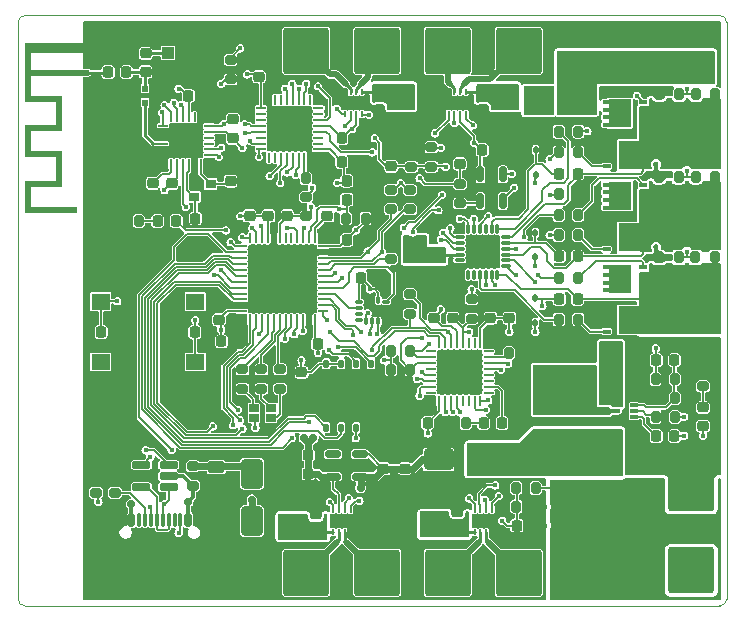
<source format=gbr>
%TF.GenerationSoftware,KiCad,Pcbnew,8.0.3*%
%TF.CreationDate,2024-11-14T20:38:21+13:00*%
%TF.ProjectId,combat-r1,636f6d62-6174-42d7-9231-2e6b69636164,rev?*%
%TF.SameCoordinates,Original*%
%TF.FileFunction,Copper,L1,Top*%
%TF.FilePolarity,Positive*%
%FSLAX46Y46*%
G04 Gerber Fmt 4.6, Leading zero omitted, Abs format (unit mm)*
G04 Created by KiCad (PCBNEW 8.0.3) date 2024-11-14 20:38:21*
%MOMM*%
%LPD*%
G01*
G04 APERTURE LIST*
G04 Aperture macros list*
%AMRoundRect*
0 Rectangle with rounded corners*
0 $1 Rounding radius*
0 $2 $3 $4 $5 $6 $7 $8 $9 X,Y pos of 4 corners*
0 Add a 4 corners polygon primitive as box body*
4,1,4,$2,$3,$4,$5,$6,$7,$8,$9,$2,$3,0*
0 Add four circle primitives for the rounded corners*
1,1,$1+$1,$2,$3*
1,1,$1+$1,$4,$5*
1,1,$1+$1,$6,$7*
1,1,$1+$1,$8,$9*
0 Add four rect primitives between the rounded corners*
20,1,$1+$1,$2,$3,$4,$5,0*
20,1,$1+$1,$4,$5,$6,$7,0*
20,1,$1+$1,$6,$7,$8,$9,0*
20,1,$1+$1,$8,$9,$2,$3,0*%
G04 Aperture macros list end*
%TA.AperFunction,EtchedComponent*%
%ADD10C,0.000000*%
%TD*%
%TA.AperFunction,SMDPad,CuDef*%
%ADD11RoundRect,0.225000X-0.225000X-0.250000X0.225000X-0.250000X0.225000X0.250000X-0.225000X0.250000X0*%
%TD*%
%TA.AperFunction,SMDPad,CuDef*%
%ADD12RoundRect,0.200000X0.275000X-0.200000X0.275000X0.200000X-0.275000X0.200000X-0.275000X-0.200000X0*%
%TD*%
%TA.AperFunction,SMDPad,CuDef*%
%ADD13RoundRect,0.225000X0.225000X0.250000X-0.225000X0.250000X-0.225000X-0.250000X0.225000X-0.250000X0*%
%TD*%
%TA.AperFunction,SMDPad,CuDef*%
%ADD14R,1.600000X1.400000*%
%TD*%
%TA.AperFunction,SMDPad,CuDef*%
%ADD15RoundRect,0.112500X-0.112500X0.187500X-0.112500X-0.187500X0.112500X-0.187500X0.112500X0.187500X0*%
%TD*%
%TA.AperFunction,SMDPad,CuDef*%
%ADD16RoundRect,0.250000X1.100000X-0.325000X1.100000X0.325000X-1.100000X0.325000X-1.100000X-0.325000X0*%
%TD*%
%TA.AperFunction,SMDPad,CuDef*%
%ADD17RoundRect,0.225000X0.250000X-0.225000X0.250000X0.225000X-0.250000X0.225000X-0.250000X-0.225000X0*%
%TD*%
%TA.AperFunction,SMDPad,CuDef*%
%ADD18R,0.650000X0.350000*%
%TD*%
%TA.AperFunction,SMDPad,CuDef*%
%ADD19R,1.975000X2.400000*%
%TD*%
%TA.AperFunction,SMDPad,CuDef*%
%ADD20RoundRect,0.062500X0.062500X-0.187500X0.062500X0.187500X-0.062500X0.187500X-0.062500X-0.187500X0*%
%TD*%
%TA.AperFunction,SMDPad,CuDef*%
%ADD21R,1.600000X0.900000*%
%TD*%
%TA.AperFunction,ComponentPad*%
%ADD22RoundRect,0.250002X-1.699998X-1.699998X1.699998X-1.699998X1.699998X1.699998X-1.699998X1.699998X0*%
%TD*%
%TA.AperFunction,SMDPad,CuDef*%
%ADD23RoundRect,0.125000X0.125000X-0.250000X0.125000X0.250000X-0.125000X0.250000X-0.125000X-0.250000X0*%
%TD*%
%TA.AperFunction,HeatsinkPad*%
%ADD24R,4.300000X3.400000*%
%TD*%
%TA.AperFunction,SMDPad,CuDef*%
%ADD25RoundRect,0.200000X-0.200000X-0.275000X0.200000X-0.275000X0.200000X0.275000X-0.200000X0.275000X0*%
%TD*%
%TA.AperFunction,SMDPad,CuDef*%
%ADD26RoundRect,0.150000X-0.150000X-0.425000X0.150000X-0.425000X0.150000X0.425000X-0.150000X0.425000X0*%
%TD*%
%TA.AperFunction,SMDPad,CuDef*%
%ADD27RoundRect,0.075000X-0.075000X-0.500000X0.075000X-0.500000X0.075000X0.500000X-0.075000X0.500000X0*%
%TD*%
%TA.AperFunction,ComponentPad*%
%ADD28O,1.000000X2.100000*%
%TD*%
%TA.AperFunction,ComponentPad*%
%ADD29O,1.000000X1.800000*%
%TD*%
%TA.AperFunction,SMDPad,CuDef*%
%ADD30R,1.000000X1.000000*%
%TD*%
%TA.AperFunction,SMDPad,CuDef*%
%ADD31R,2.200000X1.050000*%
%TD*%
%TA.AperFunction,SMDPad,CuDef*%
%ADD32RoundRect,0.218750X-0.218750X-0.256250X0.218750X-0.256250X0.218750X0.256250X-0.218750X0.256250X0*%
%TD*%
%TA.AperFunction,SMDPad,CuDef*%
%ADD33RoundRect,0.250000X-0.250000X-0.475000X0.250000X-0.475000X0.250000X0.475000X-0.250000X0.475000X0*%
%TD*%
%TA.AperFunction,SMDPad,CuDef*%
%ADD34RoundRect,0.250000X0.650000X-0.325000X0.650000X0.325000X-0.650000X0.325000X-0.650000X-0.325000X0*%
%TD*%
%TA.AperFunction,SMDPad,CuDef*%
%ADD35RoundRect,0.075000X-0.350000X-0.075000X0.350000X-0.075000X0.350000X0.075000X-0.350000X0.075000X0*%
%TD*%
%TA.AperFunction,SMDPad,CuDef*%
%ADD36RoundRect,0.075000X-0.075000X-0.350000X0.075000X-0.350000X0.075000X0.350000X-0.075000X0.350000X0*%
%TD*%
%TA.AperFunction,HeatsinkPad*%
%ADD37R,2.650000X2.650000*%
%TD*%
%TA.AperFunction,SMDPad,CuDef*%
%ADD38RoundRect,0.250000X0.650000X-1.000000X0.650000X1.000000X-0.650000X1.000000X-0.650000X-1.000000X0*%
%TD*%
%TA.AperFunction,SMDPad,CuDef*%
%ADD39RoundRect,0.250000X-1.000000X-0.650000X1.000000X-0.650000X1.000000X0.650000X-1.000000X0.650000X0*%
%TD*%
%TA.AperFunction,SMDPad,CuDef*%
%ADD40RoundRect,0.225000X-0.250000X0.225000X-0.250000X-0.225000X0.250000X-0.225000X0.250000X0.225000X0*%
%TD*%
%TA.AperFunction,SMDPad,CuDef*%
%ADD41R,0.550000X0.550000*%
%TD*%
%TA.AperFunction,SMDPad,CuDef*%
%ADD42R,0.500000X0.300000*%
%TD*%
%TA.AperFunction,SMDPad,CuDef*%
%ADD43C,6.500000*%
%TD*%
%TA.AperFunction,SMDPad,CuDef*%
%ADD44RoundRect,0.200000X-0.275000X0.200000X-0.275000X-0.200000X0.275000X-0.200000X0.275000X0.200000X0*%
%TD*%
%TA.AperFunction,ComponentPad*%
%ADD45RoundRect,0.250002X1.699998X1.699998X-1.699998X1.699998X-1.699998X-1.699998X1.699998X-1.699998X0*%
%TD*%
%TA.AperFunction,SMDPad,CuDef*%
%ADD46RoundRect,0.062500X-0.062500X0.187500X-0.062500X-0.187500X0.062500X-0.187500X0.062500X0.187500X0*%
%TD*%
%TA.AperFunction,SMDPad,CuDef*%
%ADD47RoundRect,0.062500X-0.062500X0.375000X-0.062500X-0.375000X0.062500X-0.375000X0.062500X0.375000X0*%
%TD*%
%TA.AperFunction,SMDPad,CuDef*%
%ADD48RoundRect,0.062500X-0.375000X0.062500X-0.375000X-0.062500X0.375000X-0.062500X0.375000X0.062500X0*%
%TD*%
%TA.AperFunction,HeatsinkPad*%
%ADD49R,5.600000X5.600000*%
%TD*%
%TA.AperFunction,SMDPad,CuDef*%
%ADD50RoundRect,0.250000X-0.650000X0.325000X-0.650000X-0.325000X0.650000X-0.325000X0.650000X0.325000X0*%
%TD*%
%TA.AperFunction,SMDPad,CuDef*%
%ADD51RoundRect,0.200000X0.200000X0.275000X-0.200000X0.275000X-0.200000X-0.275000X0.200000X-0.275000X0*%
%TD*%
%TA.AperFunction,HeatsinkPad*%
%ADD52R,3.450000X3.450000*%
%TD*%
%TA.AperFunction,SMDPad,CuDef*%
%ADD53RoundRect,0.250000X-0.475000X0.250000X-0.475000X-0.250000X0.475000X-0.250000X0.475000X0.250000X0*%
%TD*%
%TA.AperFunction,SMDPad,CuDef*%
%ADD54RoundRect,0.150000X0.512500X0.150000X-0.512500X0.150000X-0.512500X-0.150000X0.512500X-0.150000X0*%
%TD*%
%TA.AperFunction,SMDPad,CuDef*%
%ADD55RoundRect,0.085000X-0.265000X-0.085000X0.265000X-0.085000X0.265000X0.085000X-0.265000X0.085000X0*%
%TD*%
%TA.AperFunction,SMDPad,CuDef*%
%ADD56RoundRect,0.150000X0.150000X-0.512500X0.150000X0.512500X-0.150000X0.512500X-0.150000X-0.512500X0*%
%TD*%
%TA.AperFunction,SMDPad,CuDef*%
%ADD57R,0.900000X0.800000*%
%TD*%
%TA.AperFunction,SMDPad,CuDef*%
%ADD58R,0.850000X0.650000*%
%TD*%
%TA.AperFunction,SMDPad,CuDef*%
%ADD59RoundRect,0.062500X0.062500X-0.350000X0.062500X0.350000X-0.062500X0.350000X-0.062500X-0.350000X0*%
%TD*%
%TA.AperFunction,SMDPad,CuDef*%
%ADD60RoundRect,0.062500X0.350000X-0.062500X0.350000X0.062500X-0.350000X0.062500X-0.350000X-0.062500X0*%
%TD*%
%TA.AperFunction,HeatsinkPad*%
%ADD61R,2.700000X2.700000*%
%TD*%
%TA.AperFunction,SMDPad,CuDef*%
%ADD62RoundRect,0.250000X0.312500X0.625000X-0.312500X0.625000X-0.312500X-0.625000X0.312500X-0.625000X0*%
%TD*%
%TA.AperFunction,SMDPad,CuDef*%
%ADD63RoundRect,0.062500X0.375000X0.062500X-0.375000X0.062500X-0.375000X-0.062500X0.375000X-0.062500X0*%
%TD*%
%TA.AperFunction,SMDPad,CuDef*%
%ADD64RoundRect,0.062500X0.062500X0.375000X-0.062500X0.375000X-0.062500X-0.375000X0.062500X-0.375000X0*%
%TD*%
%TA.AperFunction,SMDPad,CuDef*%
%ADD65RoundRect,0.218750X-0.256250X0.218750X-0.256250X-0.218750X0.256250X-0.218750X0.256250X0.218750X0*%
%TD*%
%TA.AperFunction,SMDPad,CuDef*%
%ADD66RoundRect,0.150000X-0.650000X-0.150000X0.650000X-0.150000X0.650000X0.150000X-0.650000X0.150000X0*%
%TD*%
%TA.AperFunction,SMDPad,CuDef*%
%ADD67R,3.500000X2.350000*%
%TD*%
%TA.AperFunction,SMDPad,CuDef*%
%ADD68RoundRect,0.087500X0.225000X0.087500X-0.225000X0.087500X-0.225000X-0.087500X0.225000X-0.087500X0*%
%TD*%
%TA.AperFunction,SMDPad,CuDef*%
%ADD69RoundRect,0.087500X0.087500X0.225000X-0.087500X0.225000X-0.087500X-0.225000X0.087500X-0.225000X0*%
%TD*%
%TA.AperFunction,ConnectorPad*%
%ADD70R,0.500000X0.500000*%
%TD*%
%TA.AperFunction,ComponentPad*%
%ADD71R,0.500000X0.900000*%
%TD*%
%TA.AperFunction,ViaPad*%
%ADD72C,0.450000*%
%TD*%
%TA.AperFunction,ViaPad*%
%ADD73C,0.700000*%
%TD*%
%TA.AperFunction,Conductor*%
%ADD74C,0.260000*%
%TD*%
%TA.AperFunction,Conductor*%
%ADD75C,0.200000*%
%TD*%
%TA.AperFunction,Conductor*%
%ADD76C,0.160000*%
%TD*%
%TA.AperFunction,Conductor*%
%ADD77C,0.250000*%
%TD*%
%TA.AperFunction,Conductor*%
%ADD78C,0.600000*%
%TD*%
%TA.AperFunction,Conductor*%
%ADD79C,0.300000*%
%TD*%
%TA.AperFunction,Conductor*%
%ADD80C,0.500000*%
%TD*%
%TA.AperFunction,Profile*%
%ADD81C,0.050000*%
%TD*%
G04 APERTURE END LIST*
D10*
%TA.AperFunction,EtchedComponent*%
%TO.C,ANT1*%
G36*
X125731785Y-77300000D02*
G01*
X125975000Y-77300000D01*
X125975000Y-78200000D01*
X121075000Y-78200000D01*
X121075000Y-79600000D01*
X125975000Y-79600000D01*
X125975000Y-80100000D01*
X121075000Y-80100000D01*
X121075000Y-81800000D01*
X123715000Y-81800000D01*
X123715000Y-84800000D01*
X121075000Y-84800000D01*
X121075000Y-86500000D01*
X123715000Y-86500000D01*
X123715000Y-89500000D01*
X121075000Y-89500000D01*
X121075000Y-91200000D01*
X125015000Y-91200000D01*
X125015000Y-91700000D01*
X120575000Y-91700000D01*
X120575000Y-89000000D01*
X123215000Y-89000000D01*
X123215000Y-87000000D01*
X120575000Y-87000000D01*
X120575000Y-84300000D01*
X123215000Y-84300000D01*
X123215000Y-82300000D01*
X120575000Y-82300000D01*
X120575000Y-77742733D01*
X125577018Y-77742733D01*
X125583592Y-77792318D01*
X125603687Y-77837628D01*
X125636357Y-77872888D01*
X125668583Y-77889782D01*
X125716842Y-77898222D01*
X125766368Y-77891691D01*
X125811553Y-77871132D01*
X125846787Y-77837489D01*
X125857400Y-77818878D01*
X125870300Y-77773363D01*
X125871043Y-77724844D01*
X125858935Y-77682181D01*
X125854581Y-77674269D01*
X125821797Y-77636326D01*
X125779395Y-77612258D01*
X125731785Y-77602417D01*
X125683378Y-77607153D01*
X125638584Y-77626815D01*
X125601814Y-77661755D01*
X125584908Y-77694647D01*
X125577018Y-77742733D01*
X120575000Y-77742733D01*
X120575000Y-77300000D01*
X125731785Y-77300000D01*
G37*
%TD.AperFunction*%
%TD*%
D11*
%TO.P,C8,1*%
%TO.N,+3.3V*%
X147425000Y-85400000D03*
%TO.P,C8,2*%
%TO.N,GND*%
X148975000Y-85400000D03*
%TD*%
D12*
%TO.P,R41,1*%
%TO.N,/Drive ESC/I2C_SDA*%
X151600000Y-91425000D03*
%TO.P,R41,2*%
%TO.N,+3.3V*%
X151600000Y-89775000D03*
%TD*%
D13*
%TO.P,C26,1*%
%TO.N,+3.3V*%
X145375000Y-102800000D03*
%TO.P,C26,2*%
%TO.N,GND*%
X143825000Y-102800000D03*
%TD*%
%TO.P,C18,1*%
%TO.N,+3.3V*%
X154675000Y-109500000D03*
%TO.P,C18,2*%
%TO.N,GND*%
X153125000Y-109500000D03*
%TD*%
D14*
%TO.P,SW1,1,1*%
%TO.N,/Radio/RF_BTN*%
X135000000Y-99250000D03*
X127000000Y-99250000D03*
%TO.P,SW1,2,2*%
%TO.N,GND*%
X135000000Y-94750000D03*
X127000000Y-94750000D03*
%TD*%
D15*
%TO.P,D2,1,K*%
%TO.N,/Weapon ESC/VB1*%
X163825000Y-86400000D03*
%TO.P,D2,2,A*%
%TO.N,Net-(D2-A)*%
X163825000Y-88500000D03*
%TD*%
D11*
%TO.P,C46,1*%
%TO.N,/Drive ESC/VBAT_ADC*%
X162225000Y-118200000D03*
%TO.P,C46,2*%
%TO.N,GND*%
X163775000Y-118200000D03*
%TD*%
D16*
%TO.P,C36,1*%
%TO.N,+12V*%
X174000000Y-79875000D03*
%TO.P,C36,2*%
%TO.N,GND*%
X174000000Y-76925000D03*
%TD*%
D11*
%TO.P,C27,1*%
%TO.N,+3.3V*%
X149025000Y-97200000D03*
%TO.P,C27,2*%
%TO.N,GND*%
X150575000Y-97200000D03*
%TD*%
D17*
%TO.P,C51,1*%
%TO.N,ESC_NTC*%
X151600000Y-87775000D03*
%TO.P,C51,2*%
%TO.N,GND*%
X151600000Y-86225000D03*
%TD*%
D18*
%TO.P,Q1,1,S*%
%TO.N,/Weapon ESC/VS1*%
X172925000Y-84275000D03*
%TO.P,Q1,2,S*%
X172925000Y-83625000D03*
%TO.P,Q1,3,S*%
X172925000Y-82975000D03*
%TO.P,Q1,4,G*%
%TO.N,Net-(Q1-G)*%
X172925000Y-82325000D03*
%TO.P,Q1,5,D*%
%TO.N,Net-(D2-A)*%
X169825000Y-82325000D03*
%TO.P,Q1,6,D*%
X169825000Y-82975000D03*
%TO.P,Q1,7,D*%
X169825000Y-83625000D03*
%TO.P,Q1,8,D*%
X169825000Y-84275000D03*
D19*
%TO.P,Q1,9*%
X170962500Y-83300000D03*
%TD*%
D20*
%TO.P,U7,1,VM*%
%TO.N,+12V*%
X146650000Y-118750000D03*
%TO.P,U7,2,OUT1*%
%TO.N,Net-(J16-Pin_1)*%
X147150000Y-118750000D03*
%TO.P,U7,3,OUT2*%
%TO.N,Net-(J17-Pin_1)*%
X147650000Y-118750000D03*
%TO.P,U7,4,GND*%
%TO.N,GND*%
X148150000Y-118750000D03*
%TO.P,U7,5,IN2*%
%TO.N,/Drive ESC/PWM_2D*%
X148150000Y-116850000D03*
%TO.P,U7,6,IN1*%
%TO.N,/Drive ESC/DIR_D*%
X147650000Y-116850000D03*
%TO.P,U7,7,MODE*%
%TO.N,+3.3V*%
X147150000Y-116850000D03*
%TO.P,U7,8,~{SLEEP}*%
%TO.N,/Drive ESC/~{SLEEP}*%
X146650000Y-116850000D03*
D21*
%TO.P,U7,9,GND*%
%TO.N,GND*%
X147400000Y-117800000D03*
%TD*%
D22*
%TO.P,J11,1,Pin_1*%
%TO.N,Net-(J11-Pin_1)*%
X144400000Y-78000000D03*
%TD*%
D23*
%TO.P,U15,1,~{CS}*%
%TO.N,/Drive ESC/MEM_~{CS}*%
X146095000Y-109900000D03*
%TO.P,U15,2,DO(IO1)*%
%TO.N,/Drive ESC/MEM_MISO*%
X147365000Y-109900000D03*
%TO.P,U15,3,IO2*%
%TO.N,+3.3V*%
X148635000Y-109900000D03*
%TO.P,U15,4,GND*%
%TO.N,GND*%
X149905000Y-109900000D03*
%TO.P,U15,5,DI(IO0)*%
%TO.N,/Drive ESC/MEM_MOSI*%
X149905000Y-104500000D03*
%TO.P,U15,6,CLK*%
%TO.N,/Drive ESC/MEM_SCK*%
X148635000Y-104500000D03*
%TO.P,U15,7,IO3*%
%TO.N,+3.3V*%
X147365000Y-104500000D03*
%TO.P,U15,8,VCC*%
X146095000Y-104500000D03*
D24*
%TO.P,U15,9,EP*%
%TO.N,GND*%
X148000000Y-107200000D03*
%TD*%
D17*
%TO.P,C20,1*%
%TO.N,+3.3V*%
X161600000Y-100625000D03*
%TO.P,C20,2*%
%TO.N,GND*%
X161600000Y-99075000D03*
%TD*%
D12*
%TO.P,R19,1*%
%TO.N,MAIN_~{RESET}*%
X144400000Y-92025000D03*
%TO.P,R19,2*%
%TO.N,+3.3V*%
X144400000Y-90375000D03*
%TD*%
%TO.P,R20,1*%
%TO.N,Net-(U14-PH3)*%
X151600000Y-95625000D03*
%TO.P,R20,2*%
%TO.N,GND*%
X151600000Y-93975000D03*
%TD*%
%TO.P,R22,1*%
%TO.N,Net-(J4-CC2)*%
X126600000Y-115425000D03*
%TO.P,R22,2*%
%TO.N,GND*%
X126600000Y-113775000D03*
%TD*%
D11*
%TO.P,C59,1*%
%TO.N,Net-(D6-A)*%
X174025000Y-104200000D03*
%TO.P,C59,2*%
%TO.N,Net-(U12-VFB)*%
X175575000Y-104200000D03*
%TD*%
D18*
%TO.P,Q4,1,S*%
%TO.N,GND*%
X169825000Y-92825000D03*
%TO.P,Q4,2,S*%
X169825000Y-93475000D03*
%TO.P,Q4,3,S*%
X169825000Y-94125000D03*
%TO.P,Q4,4,G*%
%TO.N,Net-(Q4-G)*%
X169825000Y-94775000D03*
%TO.P,Q4,5,D*%
%TO.N,/Weapon ESC/VS2*%
X172925000Y-94775000D03*
%TO.P,Q4,6,D*%
X172925000Y-94125000D03*
%TO.P,Q4,7,D*%
X172925000Y-93475000D03*
%TO.P,Q4,8,D*%
X172925000Y-92825000D03*
D19*
%TO.P,Q4,9*%
X171787500Y-93800000D03*
%TD*%
D11*
%TO.P,C14,1*%
%TO.N,/Weapon ESC/VB3*%
X165825000Y-99000000D03*
%TO.P,C14,2*%
%TO.N,/Weapon ESC/VS3*%
X167375000Y-99000000D03*
%TD*%
D17*
%TO.P,C17,1*%
%TO.N,+3.3V*%
X155200000Y-100625000D03*
%TO.P,C17,2*%
%TO.N,GND*%
X155200000Y-99075000D03*
%TD*%
D25*
%TO.P,R28,1*%
%TO.N,/Weapon ESC/FBCOM*%
X151575000Y-103400000D03*
%TO.P,R28,2*%
%TO.N,/Weapon ESC/FB2*%
X153225000Y-103400000D03*
%TD*%
D26*
%TO.P,J4,A1,GND*%
%TO.N,GND*%
X128800000Y-117720000D03*
%TO.P,J4,A4,VBUS*%
%TO.N,Net-(U11-VP)*%
X129600000Y-117720000D03*
D27*
%TO.P,J4,A5,CC1*%
%TO.N,Net-(J4-CC1)*%
X130750000Y-117720000D03*
%TO.P,J4,A6,D+*%
%TO.N,Net-(J4-D+-PadA6)*%
X131750000Y-117720000D03*
%TO.P,J4,A7,D-*%
%TO.N,Net-(J4-D--PadA7)*%
X132250000Y-117720000D03*
%TO.P,J4,A8,SBU1*%
%TO.N,unconnected-(J4-SBU1-PadA8)*%
X133250000Y-117720000D03*
D26*
%TO.P,J4,A9,VBUS*%
%TO.N,Net-(U11-VP)*%
X134400000Y-117720000D03*
%TO.P,J4,A12,GND*%
%TO.N,GND*%
X135200000Y-117720000D03*
%TO.P,J4,B1,GND*%
X135200000Y-117720000D03*
%TO.P,J4,B4,VBUS*%
%TO.N,Net-(U11-VP)*%
X134400000Y-117720000D03*
D27*
%TO.P,J4,B5,CC2*%
%TO.N,Net-(J4-CC2)*%
X133750000Y-117720000D03*
%TO.P,J4,B6,D+*%
%TO.N,Net-(J4-D+-PadA6)*%
X132750000Y-117720000D03*
%TO.P,J4,B7,D-*%
%TO.N,Net-(J4-D--PadA7)*%
X131250000Y-117720000D03*
%TO.P,J4,B8,SBU2*%
%TO.N,unconnected-(J4-SBU2-PadB8)*%
X130250000Y-117720000D03*
D26*
%TO.P,J4,B9,VBUS*%
%TO.N,Net-(U11-VP)*%
X129600000Y-117720000D03*
%TO.P,J4,B12,GND*%
%TO.N,GND*%
X128800000Y-117720000D03*
D28*
%TO.P,J4,S1,SHIELD*%
X127680000Y-118295000D03*
D29*
X127680000Y-122475000D03*
D28*
X136320000Y-118295000D03*
D29*
X136320000Y-122475000D03*
%TD*%
D30*
%TO.P,J18,1,In*%
%TO.N,Net-(J18-In)*%
X132700000Y-78200000D03*
D31*
%TO.P,J18,2,Ext*%
%TO.N,GND*%
X134200000Y-76725000D03*
D30*
X135700000Y-78200000D03*
D31*
X134200000Y-79675000D03*
%TD*%
D32*
%TO.P,D1,1,K*%
%TO.N,Net-(D1-K)*%
X131812500Y-92400000D03*
%TO.P,D1,2,A*%
%TO.N,/Radio/RF_LED*%
X133387500Y-92400000D03*
%TD*%
D20*
%TO.P,U6,1,VM*%
%TO.N,+12V*%
X158650000Y-118750000D03*
%TO.P,U6,2,OUT1*%
%TO.N,Net-(J14-Pin_1)*%
X159150000Y-118750000D03*
%TO.P,U6,3,OUT2*%
%TO.N,Net-(J15-Pin_1)*%
X159650000Y-118750000D03*
%TO.P,U6,4,GND*%
%TO.N,GND*%
X160150000Y-118750000D03*
%TO.P,U6,5,IN2*%
%TO.N,/Drive ESC/PWM_2C*%
X160150000Y-116850000D03*
%TO.P,U6,6,IN1*%
%TO.N,/Drive ESC/DIR_C*%
X159650000Y-116850000D03*
%TO.P,U6,7,MODE*%
%TO.N,+3.3V*%
X159150000Y-116850000D03*
%TO.P,U6,8,~{SLEEP}*%
%TO.N,/Drive ESC/~{SLEEP}*%
X158650000Y-116850000D03*
D21*
%TO.P,U6,9,GND*%
%TO.N,GND*%
X159400000Y-117800000D03*
%TD*%
D17*
%TO.P,C25,1*%
%TO.N,+3.3V*%
X139600000Y-91975000D03*
%TO.P,C25,2*%
%TO.N,GND*%
X139600000Y-90425000D03*
%TD*%
D33*
%TO.P,C43,1*%
%TO.N,Net-(D6-A)*%
X170450000Y-112800000D03*
%TO.P,C43,2*%
%TO.N,GND*%
X172350000Y-112800000D03*
%TD*%
D34*
%TO.P,C33,1*%
%TO.N,+12V*%
X155000000Y-118475000D03*
%TO.P,C33,2*%
%TO.N,GND*%
X155000000Y-115525000D03*
%TD*%
D11*
%TO.P,C9,1*%
%TO.N,+3.3V*%
X147825000Y-89000000D03*
%TO.P,C9,2*%
%TO.N,GND*%
X149375000Y-89000000D03*
%TD*%
D25*
%TO.P,R24,1*%
%TO.N,Net-(U12-EN)*%
X173975000Y-109000000D03*
%TO.P,R24,2*%
%TO.N,+12V*%
X175625000Y-109000000D03*
%TD*%
D12*
%TO.P,R29,1*%
%TO.N,/Weapon ESC/FBCOM*%
X153200000Y-100275000D03*
%TO.P,R29,2*%
%TO.N,/Weapon ESC/FB3*%
X153200000Y-98625000D03*
%TD*%
D35*
%TO.P,U9,1,LIN1*%
%TO.N,/Weapon ESC/AL*%
X157390000Y-93750000D03*
%TO.P,U9,2,LIN2*%
%TO.N,/Weapon ESC/BL*%
X157390000Y-94250000D03*
%TO.P,U9,3,LIN3*%
%TO.N,/Weapon ESC/CL*%
X157390000Y-94750000D03*
%TO.P,U9,4,VCC*%
%TO.N,+12V*%
X157390000Y-95250000D03*
%TO.P,U9,5*%
%TO.N,N/C*%
X157390000Y-95750000D03*
%TO.P,U9,6,GND*%
%TO.N,GND*%
X157390000Y-96250000D03*
D36*
%TO.P,U9,7*%
%TO.N,N/C*%
X158090000Y-96950000D03*
%TO.P,U9,8*%
X158590000Y-96950000D03*
%TO.P,U9,9,LO3*%
%TO.N,/Weapon ESC/LO3*%
X159090000Y-96950000D03*
%TO.P,U9,10,LO2*%
%TO.N,/Weapon ESC/LO2*%
X159590000Y-96950000D03*
%TO.P,U9,11,LO1*%
%TO.N,/Weapon ESC/LO1*%
X160090000Y-96950000D03*
%TO.P,U9,12,VS3*%
%TO.N,/Weapon ESC/VS3*%
X160590000Y-96950000D03*
D35*
%TO.P,U9,13,HO3*%
%TO.N,/Weapon ESC/HO3*%
X161290000Y-96250000D03*
%TO.P,U9,14,VB3*%
%TO.N,/Weapon ESC/VB3*%
X161290000Y-95750000D03*
%TO.P,U9,15,VS2*%
%TO.N,/Weapon ESC/VS2*%
X161290000Y-95250000D03*
%TO.P,U9,16,HO2*%
%TO.N,/Weapon ESC/HO2*%
X161290000Y-94750000D03*
%TO.P,U9,17,VB2*%
%TO.N,/Weapon ESC/VB2*%
X161290000Y-94250000D03*
%TO.P,U9,18,VS1*%
%TO.N,/Weapon ESC/VS1*%
X161290000Y-93750000D03*
D36*
%TO.P,U9,19,HO1*%
%TO.N,/Weapon ESC/HO1*%
X160590000Y-93050000D03*
%TO.P,U9,20,VB1*%
%TO.N,/Weapon ESC/VB1*%
X160090000Y-93050000D03*
%TO.P,U9,21*%
%TO.N,N/C*%
X159590000Y-93050000D03*
%TO.P,U9,22,HIN1*%
%TO.N,/Weapon ESC/AH*%
X159090000Y-93050000D03*
%TO.P,U9,23,HIN2*%
%TO.N,/Weapon ESC/BH*%
X158590000Y-93050000D03*
%TO.P,U9,24,HIN3*%
%TO.N,/Weapon ESC/CH*%
X158090000Y-93050000D03*
D37*
%TO.P,U9,25,GND*%
%TO.N,GND*%
X159340000Y-95000000D03*
%TD*%
D17*
%TO.P,C2,1*%
%TO.N,Net-(U2-DCC_FB)*%
X138200000Y-83775000D03*
%TO.P,C2,2*%
%TO.N,GND*%
X138200000Y-82225000D03*
%TD*%
%TO.P,C34,1*%
%TO.N,+12V*%
X145200000Y-118775000D03*
%TO.P,C34,2*%
%TO.N,GND*%
X145200000Y-117225000D03*
%TD*%
D38*
%TO.P,D5,1,K*%
%TO.N,+5V*%
X139800000Y-117800000D03*
%TO.P,D5,2,A*%
%TO.N,Net-(D5-A)*%
X139800000Y-113800000D03*
%TD*%
D18*
%TO.P,Q2,1,S*%
%TO.N,GND*%
X169825000Y-85825000D03*
%TO.P,Q2,2,S*%
X169825000Y-86475000D03*
%TO.P,Q2,3,S*%
X169825000Y-87125000D03*
%TO.P,Q2,4,G*%
%TO.N,Net-(Q2-G)*%
X169825000Y-87775000D03*
%TO.P,Q2,5,D*%
%TO.N,/Weapon ESC/VS1*%
X172925000Y-87775000D03*
%TO.P,Q2,6,D*%
X172925000Y-87125000D03*
%TO.P,Q2,7,D*%
X172925000Y-86475000D03*
%TO.P,Q2,8,D*%
X172925000Y-85825000D03*
D19*
%TO.P,Q2,9*%
X171787500Y-86800000D03*
%TD*%
D18*
%TO.P,Q3,1,S*%
%TO.N,/Weapon ESC/VS2*%
X172925000Y-91275000D03*
%TO.P,Q3,2,S*%
X172925000Y-90625000D03*
%TO.P,Q3,3,S*%
X172925000Y-89975000D03*
%TO.P,Q3,4,G*%
%TO.N,Net-(Q3-G)*%
X172925000Y-89325000D03*
%TO.P,Q3,5,D*%
%TO.N,Net-(D2-A)*%
X169825000Y-89325000D03*
%TO.P,Q3,6,D*%
X169825000Y-89975000D03*
%TO.P,Q3,7,D*%
X169825000Y-90625000D03*
%TO.P,Q3,8,D*%
X169825000Y-91275000D03*
D19*
%TO.P,Q3,9*%
X170962500Y-90300000D03*
%TD*%
D11*
%TO.P,C42,1*%
%TO.N,+12V*%
X170625000Y-104200000D03*
%TO.P,C42,2*%
%TO.N,GND*%
X172175000Y-104200000D03*
%TD*%
D39*
%TO.P,D6,1,K*%
%TO.N,+5V*%
X155600000Y-112600000D03*
%TO.P,D6,2,A*%
%TO.N,Net-(D6-A)*%
X159600000Y-112600000D03*
%TD*%
D40*
%TO.P,C3,1*%
%TO.N,Net-(U2-VR_PA)*%
X131400000Y-89200000D03*
%TO.P,C3,2*%
%TO.N,GND*%
X131400000Y-90750000D03*
%TD*%
D13*
%TO.P,C50,1*%
%TO.N,+3.3V*%
X144575000Y-112200000D03*
%TO.P,C50,2*%
%TO.N,GND*%
X143025000Y-112200000D03*
%TD*%
%TO.P,C40,1*%
%TO.N,Net-(U12-SW)*%
X175575000Y-110600000D03*
%TO.P,C40,2*%
%TO.N,Net-(U12-VBST)*%
X174025000Y-110600000D03*
%TD*%
D41*
%TO.P,FL1,1,RF_IN*%
%TO.N,Net-(FL1-RF_IN)*%
X130750000Y-82400000D03*
D42*
%TO.P,FL1,2,GND*%
%TO.N,GND*%
X131100000Y-81800000D03*
D41*
%TO.P,FL1,3,RF_OUT*%
%TO.N,Net-(FL1-RF_OUT)*%
X130750000Y-81200000D03*
D42*
%TO.P,FL1,4,GND*%
%TO.N,GND*%
X130400000Y-81800000D03*
%TD*%
D43*
%TO.P,SW3,1,A*%
%TO.N,+12V*%
X169600000Y-119700000D03*
%TD*%
D25*
%TO.P,R7,1*%
%TO.N,/Weapon ESC/HO2*%
X165775000Y-91900000D03*
%TO.P,R7,2*%
%TO.N,Net-(Q3-G)*%
X167425000Y-91900000D03*
%TD*%
%TO.P,R10,1*%
%TO.N,/Weapon ESC/LO2*%
X165775000Y-93600000D03*
%TO.P,R10,2*%
%TO.N,Net-(Q4-G)*%
X167425000Y-93600000D03*
%TD*%
D11*
%TO.P,C41,1*%
%TO.N,+12V*%
X170625000Y-105800000D03*
%TO.P,C41,2*%
%TO.N,GND*%
X172175000Y-105800000D03*
%TD*%
D17*
%TO.P,C32,1*%
%TO.N,+12V*%
X157200000Y-118575000D03*
%TO.P,C32,2*%
%TO.N,GND*%
X157200000Y-117025000D03*
%TD*%
D44*
%TO.P,R34,1*%
%TO.N,GND*%
X153300000Y-86175000D03*
%TO.P,R34,2*%
%TO.N,ESC_NTC*%
X153300000Y-87825000D03*
%TD*%
D12*
%TO.P,R23,1*%
%TO.N,Net-(J4-CC1)*%
X128200000Y-115425000D03*
%TO.P,R23,2*%
%TO.N,GND*%
X128200000Y-113775000D03*
%TD*%
D18*
%TO.P,Q6,1,S*%
%TO.N,GND*%
X169825000Y-99825000D03*
%TO.P,Q6,2,S*%
X169825000Y-100475000D03*
%TO.P,Q6,3,S*%
X169825000Y-101125000D03*
%TO.P,Q6,4,G*%
%TO.N,Net-(Q6-G)*%
X169825000Y-101775000D03*
%TO.P,Q6,5,D*%
%TO.N,/Weapon ESC/VS3*%
X172925000Y-101775000D03*
%TO.P,Q6,6,D*%
X172925000Y-101125000D03*
%TO.P,Q6,7,D*%
X172925000Y-100475000D03*
%TO.P,Q6,8,D*%
X172925000Y-99825000D03*
D19*
%TO.P,Q6,9*%
X171787500Y-100800000D03*
%TD*%
D40*
%TO.P,C5,1*%
%TO.N,Net-(U2-VBAT)*%
X138200000Y-85425000D03*
%TO.P,C5,2*%
%TO.N,GND*%
X138200000Y-86975000D03*
%TD*%
D22*
%TO.P,J6,1,Pin_1*%
%TO.N,GND*%
X177000000Y-115000000D03*
%TD*%
D45*
%TO.P,J15,1,Pin_1*%
%TO.N,Net-(J15-Pin_1)*%
X162400000Y-122200000D03*
%TD*%
D17*
%TO.P,C22,1*%
%TO.N,MAIN_~{RESET}*%
X142800000Y-91975000D03*
%TO.P,C22,2*%
%TO.N,GND*%
X142800000Y-90425000D03*
%TD*%
D25*
%TO.P,R16,1*%
%TO.N,RF_~{RESET}*%
X147775000Y-92200000D03*
%TO.P,R16,2*%
%TO.N,+3.3V*%
X149425000Y-92200000D03*
%TD*%
D16*
%TO.P,C37,1*%
%TO.N,+12V*%
X170600000Y-79875000D03*
%TO.P,C37,2*%
%TO.N,GND*%
X170600000Y-76925000D03*
%TD*%
D40*
%TO.P,C63,1*%
%TO.N,+3.3V*%
X144000000Y-105225000D03*
%TO.P,C63,2*%
%TO.N,GND*%
X144000000Y-106775000D03*
%TD*%
D44*
%TO.P,R1,1*%
%TO.N,+3.3V*%
X138000000Y-78775000D03*
%TO.P,R1,2*%
%TO.N,Net-(U2-VBAT)*%
X138000000Y-80425000D03*
%TD*%
D25*
%TO.P,R6,1*%
%TO.N,GND*%
X174300000Y-81650000D03*
%TO.P,R6,2*%
%TO.N,/Weapon ESC/FB1*%
X175950000Y-81650000D03*
%TD*%
D40*
%TO.P,C56,1*%
%TO.N,Net-(U2-XTB)*%
X138000000Y-89025000D03*
%TO.P,C56,2*%
%TO.N,GND*%
X138000000Y-90575000D03*
%TD*%
D11*
%TO.P,C62,1*%
%TO.N,+3.3V*%
X137225000Y-102600000D03*
%TO.P,C62,2*%
%TO.N,GND*%
X138775000Y-102600000D03*
%TD*%
D46*
%TO.P,U3,1,VM*%
%TO.N,+12V*%
X149150000Y-81450000D03*
%TO.P,U3,2,OUT1*%
%TO.N,Net-(J10-Pin_1)*%
X148650000Y-81450000D03*
%TO.P,U3,3,OUT2*%
%TO.N,Net-(J11-Pin_1)*%
X148150000Y-81450000D03*
%TO.P,U3,4,GND*%
%TO.N,GND*%
X147650000Y-81450000D03*
%TO.P,U3,5,IN2*%
%TO.N,/Drive ESC/PWM_2A*%
X147650000Y-83350000D03*
%TO.P,U3,6,IN1*%
%TO.N,/Drive ESC/DIR_A*%
X148150000Y-83350000D03*
%TO.P,U3,7,MODE*%
%TO.N,+3.3V*%
X148650000Y-83350000D03*
%TO.P,U3,8,~{SLEEP}*%
%TO.N,/Drive ESC/~{SLEEP}*%
X149150000Y-83350000D03*
D21*
%TO.P,U3,9,GND*%
%TO.N,GND*%
X148400000Y-82400000D03*
%TD*%
D32*
%TO.P,D8,1,K*%
%TO.N,Net-(D8-K)*%
X159412500Y-109500000D03*
%TO.P,D8,2,A*%
%TO.N,/Weapon ESC/ESC_LED*%
X160987500Y-109500000D03*
%TD*%
D13*
%TO.P,C58,1*%
%TO.N,Net-(FL1-RF_OUT)*%
X129175000Y-79800000D03*
%TO.P,C58,2*%
%TO.N,Net-(ANT1-A)*%
X127625000Y-79800000D03*
%TD*%
D47*
%TO.P,U14,1,VBAT*%
%TO.N,Net-(U14-VBAT)*%
X145150000Y-93862500D03*
%TO.P,U14,2,PC13*%
%TO.N,RF_~{RESET}*%
X144650000Y-93862500D03*
%TO.P,U14,3,PC14*%
%TO.N,ESC_~{RESET}*%
X144150000Y-93862500D03*
%TO.P,U14,4,PC15*%
%TO.N,/Drive ESC/DRV_BTN*%
X143650000Y-93862500D03*
%TO.P,U14,5,PH0*%
%TO.N,unconnected-(U14-PH0-Pad5)*%
X143150000Y-93862500D03*
%TO.P,U14,6,PH1*%
%TO.N,unconnected-(U14-PH1-Pad6)*%
X142650000Y-93862500D03*
%TO.P,U14,7,NRST*%
%TO.N,MAIN_~{RESET}*%
X142150000Y-93862500D03*
%TO.P,U14,8,VSSA*%
%TO.N,GND*%
X141650000Y-93862500D03*
%TO.P,U14,9,VDDA*%
%TO.N,+3.3V*%
X141150000Y-93862500D03*
%TO.P,U14,10,PA0*%
%TO.N,ESC_CUR*%
X140650000Y-93862500D03*
%TO.P,U14,11,PA1*%
%TO.N,ESC_NTC*%
X140150000Y-93862500D03*
%TO.P,U14,12,PA2*%
%TO.N,RF_RX*%
X139650000Y-93862500D03*
D48*
%TO.P,U14,13,PA3*%
%TO.N,RF_TX*%
X138962500Y-94550000D03*
%TO.P,U14,14,PA4*%
%TO.N,/Drive ESC/VBAT_ADC*%
X138962500Y-95050000D03*
%TO.P,U14,15,PA5*%
%TO.N,/Drive ESC/MEM_SCK*%
X138962500Y-95550000D03*
%TO.P,U14,16,PA6*%
%TO.N,/Drive ESC/MEM_MISO*%
X138962500Y-96050000D03*
%TO.P,U14,17,PA7*%
%TO.N,/Drive ESC/MEM_MOSI*%
X138962500Y-96550000D03*
%TO.P,U14,18,PB0*%
%TO.N,/Drive ESC/MEM_~{CS}*%
X138962500Y-97050000D03*
%TO.P,U14,19,PB1*%
%TO.N,/Drive ESC/DIR_A*%
X138962500Y-97550000D03*
%TO.P,U14,20,PB2*%
%TO.N,/Drive ESC/DIR_B*%
X138962500Y-98050000D03*
%TO.P,U14,21,PB10*%
%TO.N,/Drive ESC/PWM_2C*%
X138962500Y-98550000D03*
%TO.P,U14,22,PB11*%
%TO.N,/Drive ESC/PWM_2D*%
X138962500Y-99050000D03*
%TO.P,U14,23,VSS*%
%TO.N,GND*%
X138962500Y-99550000D03*
%TO.P,U14,24,VDD*%
%TO.N,+3.3V*%
X138962500Y-100050000D03*
D47*
%TO.P,U14,25,PB12*%
%TO.N,/Drive ESC/DIR_C*%
X139650000Y-100737500D03*
%TO.P,U14,26,PB13*%
%TO.N,/Drive ESC/DIR_D*%
X140150000Y-100737500D03*
%TO.P,U14,27,PB14*%
%TO.N,ESC_PPM*%
X140650000Y-100737500D03*
%TO.P,U14,28,PB15*%
%TO.N,/Drive ESC/~{SLEEP}*%
X141150000Y-100737500D03*
%TO.P,U14,29,PA8*%
%TO.N,/Drive ESC/RED*%
X141650000Y-100737500D03*
%TO.P,U14,30,PA9*%
%TO.N,/Drive ESC/GREEN*%
X142150000Y-100737500D03*
%TO.P,U14,31,PA10*%
%TO.N,/Drive ESC/BLUE*%
X142650000Y-100737500D03*
%TO.P,U14,32,PA11*%
%TO.N,USB_D_N*%
X143150000Y-100737500D03*
%TO.P,U14,33,PA12*%
%TO.N,USB_D_P*%
X143650000Y-100737500D03*
%TO.P,U14,34,PA13*%
%TO.N,/Drive ESC/SWDIO*%
X144150000Y-100737500D03*
%TO.P,U14,35,VSS*%
%TO.N,GND*%
X144650000Y-100737500D03*
%TO.P,U14,36,VDDUSB*%
%TO.N,+3.3V*%
X145150000Y-100737500D03*
D48*
%TO.P,U14,37,PA14*%
%TO.N,/Drive ESC/SWCLK*%
X145837500Y-100050000D03*
%TO.P,U14,38,PA15*%
%TO.N,/Drive ESC/PWM_2A*%
X145837500Y-99550000D03*
%TO.P,U14,39,PB3*%
%TO.N,/Drive ESC/PWM_2B*%
X145837500Y-99050000D03*
%TO.P,U14,40,PB4*%
%TO.N,/Drive ESC/INT2*%
X145837500Y-98550000D03*
%TO.P,U14,41,PB5*%
%TO.N,/Drive ESC/INT1*%
X145837500Y-98050000D03*
%TO.P,U14,42,PB6*%
%TO.N,ESC_RX*%
X145837500Y-97550000D03*
%TO.P,U14,43,PB7*%
%TO.N,ESC_TX*%
X145837500Y-97050000D03*
%TO.P,U14,44,PH3*%
%TO.N,Net-(U14-PH3)*%
X145837500Y-96550000D03*
%TO.P,U14,45,PB8*%
%TO.N,/Drive ESC/I2C_SCL*%
X145837500Y-96050000D03*
%TO.P,U14,46,PB9*%
%TO.N,/Drive ESC/I2C_SDA*%
X145837500Y-95550000D03*
%TO.P,U14,47,VSS*%
%TO.N,GND*%
X145837500Y-95050000D03*
%TO.P,U14,48,VDD*%
%TO.N,+3.3V*%
X145837500Y-94550000D03*
D49*
%TO.P,U14,49,VSS*%
%TO.N,GND*%
X142400000Y-97300000D03*
%TD*%
D11*
%TO.P,C12,1*%
%TO.N,/Weapon ESC/VB1*%
X165825000Y-88400000D03*
%TO.P,C12,2*%
%TO.N,/Weapon ESC/VS1*%
X167375000Y-88400000D03*
%TD*%
%TO.P,C60,1*%
%TO.N,+3.3V*%
X147825000Y-94000000D03*
%TO.P,C60,2*%
%TO.N,GND*%
X149375000Y-94000000D03*
%TD*%
D12*
%TO.P,R42,1*%
%TO.N,/Drive ESC/I2C_SCL*%
X153200000Y-91425000D03*
%TO.P,R42,2*%
%TO.N,+3.3V*%
X153200000Y-89775000D03*
%TD*%
%TO.P,R36,1*%
%TO.N,Net-(D10-RK)*%
X139000000Y-106625000D03*
%TO.P,R36,2*%
%TO.N,/Drive ESC/RED*%
X139000000Y-104975000D03*
%TD*%
D50*
%TO.P,C31,1*%
%TO.N,+12V*%
X161400000Y-81525000D03*
%TO.P,C31,2*%
%TO.N,GND*%
X161400000Y-84475000D03*
%TD*%
D11*
%TO.P,C52,1*%
%TO.N,+3.3V*%
X159300000Y-86400000D03*
%TO.P,C52,2*%
%TO.N,GND*%
X160850000Y-86400000D03*
%TD*%
D17*
%TO.P,C53,1*%
%TO.N,ESC_CUR*%
X157400000Y-87575000D03*
%TO.P,C53,2*%
%TO.N,GND*%
X157400000Y-86025000D03*
%TD*%
%TO.P,C61,1*%
%TO.N,Net-(U14-VBAT)*%
X146200000Y-91975000D03*
%TO.P,C61,2*%
%TO.N,GND*%
X146200000Y-90425000D03*
%TD*%
D45*
%TO.P,J16,1,Pin_1*%
%TO.N,Net-(J16-Pin_1)*%
X144400000Y-122200000D03*
%TD*%
D17*
%TO.P,C23,1*%
%TO.N,+3.3V*%
X137000000Y-100775000D03*
%TO.P,C23,2*%
%TO.N,GND*%
X137000000Y-99225000D03*
%TD*%
D51*
%TO.P,R33,1*%
%TO.N,GND*%
X163825000Y-116600000D03*
%TO.P,R33,2*%
%TO.N,/Drive ESC/VBAT_ADC*%
X162175000Y-116600000D03*
%TD*%
D25*
%TO.P,R4,1*%
%TO.N,/Weapon ESC/LO1*%
X165775000Y-86600000D03*
%TO.P,R4,2*%
%TO.N,Net-(Q2-G)*%
X167425000Y-86600000D03*
%TD*%
D12*
%TO.P,R32,1*%
%TO.N,Net-(D9-K)*%
X178000000Y-106412500D03*
%TO.P,R32,2*%
%TO.N,GND*%
X178000000Y-104762500D03*
%TD*%
%TO.P,R35,1*%
%TO.N,ESC_NTC*%
X155000000Y-87825000D03*
%TO.P,R35,2*%
%TO.N,+3.3V*%
X155000000Y-86175000D03*
%TD*%
D17*
%TO.P,C24,1*%
%TO.N,+3.3V*%
X141200000Y-91975000D03*
%TO.P,C24,2*%
%TO.N,GND*%
X141200000Y-90425000D03*
%TD*%
D25*
%TO.P,R27,1*%
%TO.N,/Weapon ESC/FBCOM*%
X151575000Y-105000000D03*
%TO.P,R27,2*%
%TO.N,/Weapon ESC/FB1*%
X153225000Y-105000000D03*
%TD*%
D44*
%TO.P,R39,1*%
%TO.N,ESC_CUR*%
X157400000Y-89275000D03*
%TO.P,R39,2*%
%TO.N,Net-(R39-Pad2)*%
X157400000Y-90925000D03*
%TD*%
D47*
%TO.P,U8,1,VDD*%
%TO.N,+3.3V*%
X159150000Y-102762500D03*
%TO.P,U8,2,PF0*%
%TO.N,unconnected-(U8-PF0-Pad2)*%
X158650000Y-102762500D03*
%TO.P,U8,3,PF1*%
%TO.N,unconnected-(U8-PF1-Pad3)*%
X158150000Y-102762500D03*
%TO.P,U8,4,NRST*%
%TO.N,ESC_~{RESET}*%
X157650000Y-102762500D03*
%TO.P,U8,5,VDDA*%
%TO.N,+3.3V*%
X157150000Y-102762500D03*
%TO.P,U8,6,PA0*%
%TO.N,/Weapon ESC/FB3*%
X156650000Y-102762500D03*
%TO.P,U8,7,PA1*%
%TO.N,/Weapon ESC/FBCOM*%
X156150000Y-102762500D03*
%TO.P,U8,8,PA2*%
%TO.N,ESC_PPM*%
X155650000Y-102762500D03*
D48*
%TO.P,U8,9,PA3*%
%TO.N,unconnected-(U8-PA3-Pad9)*%
X154962500Y-103450000D03*
%TO.P,U8,10,PA4*%
%TO.N,/Weapon ESC/FB2*%
X154962500Y-103950000D03*
%TO.P,U8,11,PA5*%
%TO.N,/Weapon ESC/FB1*%
X154962500Y-104450000D03*
%TO.P,U8,12,PA6*%
%TO.N,unconnected-(U8-PA6-Pad12)*%
X154962500Y-104950000D03*
%TO.P,U8,13,PA7*%
%TO.N,/Weapon ESC/CL*%
X154962500Y-105450000D03*
%TO.P,U8,14,PB0*%
%TO.N,/Weapon ESC/BL*%
X154962500Y-105950000D03*
%TO.P,U8,15,PB1*%
%TO.N,/Weapon ESC/AL*%
X154962500Y-106450000D03*
%TO.P,U8,16,PB2*%
%TO.N,unconnected-(U8-PB2-Pad16)*%
X154962500Y-106950000D03*
D47*
%TO.P,U8,17,VDD*%
%TO.N,+3.3V*%
X155650000Y-107637500D03*
%TO.P,U8,18,PA8*%
%TO.N,/Weapon ESC/CH*%
X156150000Y-107637500D03*
%TO.P,U8,19,PA9*%
%TO.N,/Weapon ESC/BH*%
X156650000Y-107637500D03*
%TO.P,U8,20,PA10*%
%TO.N,/Weapon ESC/AH*%
X157150000Y-107637500D03*
%TO.P,U8,21,PA11*%
%TO.N,unconnected-(U8-PA11-Pad21)*%
X157650000Y-107637500D03*
%TO.P,U8,22,PA12*%
%TO.N,unconnected-(U8-PA12-Pad22)*%
X158150000Y-107637500D03*
%TO.P,U8,23,PA13*%
%TO.N,/Weapon ESC/SWDIO*%
X158650000Y-107637500D03*
%TO.P,U8,24,PA14*%
%TO.N,/Weapon ESC/SWCLK*%
X159150000Y-107637500D03*
D48*
%TO.P,U8,25,PA15*%
%TO.N,unconnected-(U8-PA15-Pad25)*%
X159837500Y-106950000D03*
%TO.P,U8,26,PB3*%
%TO.N,/Weapon ESC/ESC_LED*%
X159837500Y-106450000D03*
%TO.P,U8,27,PB4*%
%TO.N,unconnected-(U8-PB4-Pad27)*%
X159837500Y-105950000D03*
%TO.P,U8,28,PB5*%
%TO.N,unconnected-(U8-PB5-Pad28)*%
X159837500Y-105450000D03*
%TO.P,U8,29,PB6*%
%TO.N,ESC_TX*%
X159837500Y-104950000D03*
%TO.P,U8,30,PB7*%
%TO.N,ESC_RX*%
X159837500Y-104450000D03*
%TO.P,U8,31,BOOT0*%
%TO.N,Net-(U8-BOOT0)*%
X159837500Y-103950000D03*
%TO.P,U8,32,PB8*%
%TO.N,unconnected-(U8-PB8-Pad32)*%
X159837500Y-103450000D03*
D52*
%TO.P,U8,33,VSS*%
%TO.N,GND*%
X157400000Y-105200000D03*
%TD*%
D17*
%TO.P,C48,1*%
%TO.N,+5V*%
X150937500Y-113400000D03*
%TO.P,C48,2*%
%TO.N,GND*%
X150937500Y-111850000D03*
%TD*%
D51*
%TO.P,R2,1*%
%TO.N,Net-(D1-K)*%
X130225000Y-92400000D03*
%TO.P,R2,2*%
%TO.N,GND*%
X128575000Y-92400000D03*
%TD*%
D45*
%TO.P,J17,1,Pin_1*%
%TO.N,Net-(J17-Pin_1)*%
X150400000Y-122200000D03*
%TD*%
D34*
%TO.P,C35,1*%
%TO.N,+12V*%
X143000000Y-118675000D03*
%TO.P,C35,2*%
%TO.N,GND*%
X143000000Y-115725000D03*
%TD*%
D51*
%TO.P,R25,1*%
%TO.N,Net-(U12-VFB)*%
X175625000Y-105800000D03*
%TO.P,R25,2*%
%TO.N,Net-(D6-A)*%
X173975000Y-105800000D03*
%TD*%
D25*
%TO.P,R14,1*%
%TO.N,/Weapon ESC/LO3*%
X165775000Y-100750000D03*
%TO.P,R14,2*%
%TO.N,Net-(Q6-G)*%
X167425000Y-100750000D03*
%TD*%
D22*
%TO.P,J9,1,Pin_1*%
%TO.N,/Weapon ESC/VS3*%
X176900000Y-99000000D03*
%TD*%
%TO.P,J13,1,Pin_1*%
%TO.N,Net-(J13-Pin_1)*%
X156400000Y-78000000D03*
%TD*%
D40*
%TO.P,C15,1*%
%TO.N,+12V*%
X155500000Y-95325000D03*
%TO.P,C15,2*%
%TO.N,GND*%
X155500000Y-96875000D03*
%TD*%
%TO.P,C28,1*%
%TO.N,+12V*%
X150600000Y-81425000D03*
%TO.P,C28,2*%
%TO.N,GND*%
X150600000Y-82975000D03*
%TD*%
D11*
%TO.P,C13,1*%
%TO.N,/Weapon ESC/VB2*%
X165825000Y-95400000D03*
%TO.P,C13,2*%
%TO.N,/Weapon ESC/VS2*%
X167375000Y-95400000D03*
%TD*%
D17*
%TO.P,C57,1*%
%TO.N,Net-(FL1-RF_OUT)*%
X130800000Y-79775000D03*
%TO.P,C57,2*%
%TO.N,Net-(J18-In)*%
X130800000Y-78225000D03*
%TD*%
D53*
%TO.P,C16,1*%
%TO.N,+12V*%
X153600000Y-95150000D03*
%TO.P,C16,2*%
%TO.N,GND*%
X153600000Y-97050000D03*
%TD*%
D25*
%TO.P,R30,1*%
%TO.N,/Drive ESC/VBAT_ADC*%
X162175000Y-115000000D03*
%TO.P,R30,2*%
%TO.N,+12V*%
X163825000Y-115000000D03*
%TD*%
D54*
%TO.P,U13,1,V_{IN}*%
%TO.N,+5V*%
X148937500Y-114050000D03*
%TO.P,U13,2,V_{SS}*%
%TO.N,GND*%
X148937500Y-113100000D03*
%TO.P,U13,3,CE*%
%TO.N,+5V*%
X148937500Y-112150000D03*
%TO.P,U13,4,NC*%
%TO.N,unconnected-(U13-NC-Pad4)*%
X146662500Y-112150000D03*
%TO.P,U13,5,V_{OUT}*%
%TO.N,+3.3V*%
X146662500Y-114050000D03*
%TD*%
D13*
%TO.P,C49,1*%
%TO.N,+3.3V*%
X144575000Y-113800000D03*
%TO.P,C49,2*%
%TO.N,GND*%
X143025000Y-113800000D03*
%TD*%
D55*
%TO.P,U12,1,VIN*%
%TO.N,+12V*%
X170650000Y-108000000D03*
%TO.P,U12,2,SW*%
%TO.N,Net-(U12-SW)*%
X170650000Y-108500000D03*
%TO.P,U12,3,GND*%
%TO.N,GND*%
X170650000Y-109000000D03*
%TO.P,U12,4,VBST*%
%TO.N,Net-(U12-VBST)*%
X172150000Y-109000000D03*
%TO.P,U12,5,EN*%
%TO.N,Net-(U12-EN)*%
X172150000Y-108500000D03*
%TO.P,U12,6,VFB*%
%TO.N,Net-(U12-VFB)*%
X172150000Y-108000000D03*
%TD*%
D15*
%TO.P,D3,1,K*%
%TO.N,/Weapon ESC/VB2*%
X163800000Y-93400000D03*
%TO.P,D3,2,A*%
%TO.N,Net-(D2-A)*%
X163800000Y-95500000D03*
%TD*%
D11*
%TO.P,C45,1*%
%TO.N,Net-(D6-A)*%
X170425000Y-110800000D03*
%TO.P,C45,2*%
%TO.N,GND*%
X171975000Y-110800000D03*
%TD*%
%TO.P,C4,1*%
%TO.N,Net-(U2-VBAT)*%
X134425000Y-81800000D03*
%TO.P,C4,2*%
%TO.N,GND*%
X135975000Y-81800000D03*
%TD*%
D51*
%TO.P,R31,1*%
%TO.N,Net-(D8-K)*%
X157900000Y-109500000D03*
%TO.P,R31,2*%
%TO.N,GND*%
X156250000Y-109500000D03*
%TD*%
D56*
%TO.P,U5,1*%
%TO.N,Net-(R39-Pad2)*%
X159150000Y-90737500D03*
%TO.P,U5,2,GND*%
%TO.N,GND*%
X160100000Y-90737500D03*
%TO.P,U5,3,+*%
%TO.N,+12V*%
X161050000Y-90737500D03*
%TO.P,U5,4,-*%
%TO.N,Net-(D2-A)*%
X161050000Y-88462500D03*
%TO.P,U5,5,V+*%
%TO.N,+3.3V*%
X159150000Y-88462500D03*
%TD*%
D57*
%TO.P,Y1,1,1*%
%TO.N,Net-(U2-XTA)*%
X134900000Y-90350000D03*
%TO.P,Y1,2,2*%
%TO.N,GND*%
X136300000Y-90350000D03*
%TO.P,Y1,3,3*%
%TO.N,Net-(U2-XTB)*%
X136300000Y-89250000D03*
%TO.P,Y1,4,4*%
%TO.N,GND*%
X134900000Y-89250000D03*
%TD*%
D58*
%TO.P,D10,1,A*%
%TO.N,+3.3V*%
X139975000Y-109125000D03*
%TO.P,D10,2,RK*%
%TO.N,Net-(D10-RK)*%
X139975000Y-108275000D03*
%TO.P,D10,3,GK*%
%TO.N,Net-(D10-GK)*%
X141425000Y-108275000D03*
%TO.P,D10,4,BK*%
%TO.N,Net-(D10-BK)*%
X141425000Y-109125000D03*
%TD*%
D16*
%TO.P,C39,1*%
%TO.N,+12V*%
X167200000Y-79875000D03*
%TO.P,C39,2*%
%TO.N,GND*%
X167200000Y-76925000D03*
%TD*%
D59*
%TO.P,U2,1,VR_PA*%
%TO.N,Net-(U2-VR_PA)*%
X132950000Y-87562500D03*
%TO.P,U2,2,VDD_IN*%
%TO.N,Net-(U2-DCC_FB)*%
X133450000Y-87562500D03*
%TO.P,U2,3,~{RESET}*%
%TO.N,/Radio/~{SX_RESET}*%
X133950000Y-87562500D03*
%TO.P,U2,4,XTA*%
%TO.N,Net-(U2-XTA)*%
X134450000Y-87562500D03*
%TO.P,U2,5,GND*%
%TO.N,GND*%
X134950000Y-87562500D03*
%TO.P,U2,6,XTB*%
%TO.N,Net-(U2-XTB)*%
X135450000Y-87562500D03*
D60*
%TO.P,U2,7,BUSY*%
%TO.N,/Radio/BUSY*%
X136162500Y-86850000D03*
%TO.P,U2,8,DIO1*%
%TO.N,/Radio/D1*%
X136162500Y-86350000D03*
%TO.P,U2,9,DIO2*%
%TO.N,unconnected-(U2-DIO2-Pad9)*%
X136162500Y-85850000D03*
%TO.P,U2,10,DIO3*%
%TO.N,unconnected-(U2-DIO3-Pad10)*%
X136162500Y-85350000D03*
%TO.P,U2,11,VBAT_IO*%
%TO.N,Net-(U2-VBAT)*%
X136162500Y-84850000D03*
%TO.P,U2,12,DCC_FB*%
%TO.N,Net-(U2-DCC_FB)*%
X136162500Y-84350000D03*
D59*
%TO.P,U2,13,GND*%
%TO.N,GND*%
X135450000Y-83637500D03*
%TO.P,U2,14,DCC_SW*%
%TO.N,unconnected-(U2-DCC_SW-Pad14)*%
X134950000Y-83637500D03*
%TO.P,U2,15,VBAT*%
%TO.N,Net-(U2-VBAT)*%
X134450000Y-83637500D03*
%TO.P,U2,16,MISO*%
%TO.N,/Radio/MISO*%
X133950000Y-83637500D03*
%TO.P,U2,17,MOSI*%
%TO.N,/Radio/MOSI*%
X133450000Y-83637500D03*
%TO.P,U2,18,SCK*%
%TO.N,/Radio/SCK*%
X132950000Y-83637500D03*
D60*
%TO.P,U2,19,NSS*%
%TO.N,/Radio/~{CS}*%
X132237500Y-84350000D03*
%TO.P,U2,20,GND*%
%TO.N,GND*%
X132237500Y-84850000D03*
%TO.P,U2,21,GND*%
X132237500Y-85350000D03*
%TO.P,U2,22,RFIO*%
%TO.N,Net-(FL1-RF_IN)*%
X132237500Y-85850000D03*
%TO.P,U2,23,GND*%
%TO.N,GND*%
X132237500Y-86350000D03*
%TO.P,U2,24,GND*%
X132237500Y-86850000D03*
D61*
%TO.P,U2,25,GND*%
X134200000Y-85600000D03*
%TD*%
D62*
%TO.P,R40,1*%
%TO.N,+12V*%
X167362500Y-82200000D03*
%TO.P,R40,2*%
%TO.N,Net-(D2-A)*%
X164437500Y-82200000D03*
%TD*%
D25*
%TO.P,TH1,1*%
%TO.N,ESC_NTC*%
X165775000Y-90100000D03*
%TO.P,TH1,2*%
%TO.N,GND*%
X167425000Y-90100000D03*
%TD*%
D40*
%TO.P,C1,1*%
%TO.N,Net-(U2-DCC_FB)*%
X133000000Y-89200000D03*
%TO.P,C1,2*%
%TO.N,GND*%
X133000000Y-90750000D03*
%TD*%
D25*
%TO.P,R12,1*%
%TO.N,/Weapon ESC/FB3*%
X177350000Y-95500000D03*
%TO.P,R12,2*%
%TO.N,/Weapon ESC/VS3*%
X179000000Y-95500000D03*
%TD*%
D40*
%TO.P,C30,1*%
%TO.N,+12V*%
X159400000Y-81425000D03*
%TO.P,C30,2*%
%TO.N,GND*%
X159400000Y-82975000D03*
%TD*%
D14*
%TO.P,SW2,1,1*%
%TO.N,/Drive ESC/DRV_BTN*%
X127000000Y-104350000D03*
X135000000Y-104350000D03*
%TO.P,SW2,2,2*%
%TO.N,GND*%
X127000000Y-108850000D03*
X135000000Y-108850000D03*
%TD*%
D11*
%TO.P,C44,1*%
%TO.N,Net-(U2-XTA)*%
X135025000Y-92200000D03*
%TO.P,C44,2*%
%TO.N,GND*%
X136575000Y-92200000D03*
%TD*%
D22*
%TO.P,J7,1,Pin_1*%
%TO.N,/Weapon ESC/VS1*%
X176900000Y-85000000D03*
%TD*%
D17*
%TO.P,C21,1*%
%TO.N,ESC_~{RESET}*%
X156800000Y-100625000D03*
%TO.P,C21,2*%
%TO.N,GND*%
X156800000Y-99075000D03*
%TD*%
D22*
%TO.P,J8,1,Pin_1*%
%TO.N,/Weapon ESC/VS2*%
X176900000Y-92000000D03*
%TD*%
D63*
%TO.P,U1,1,VDD*%
%TO.N,+3.3V*%
X145437500Y-86350000D03*
%TO.P,U1,2,PC14*%
%TO.N,unconnected-(U1-PC14-Pad2)*%
X145437500Y-85850000D03*
%TO.P,U1,3,PC15*%
%TO.N,unconnected-(U1-PC15-Pad3)*%
X145437500Y-85350000D03*
%TO.P,U1,4,NRST*%
%TO.N,RF_~{RESET}*%
X145437500Y-84850000D03*
%TO.P,U1,5,VDDA*%
%TO.N,+3.3V*%
X145437500Y-84350000D03*
%TO.P,U1,6,PA0*%
%TO.N,/Radio/RF_BTN*%
X145437500Y-83850000D03*
%TO.P,U1,7,PA1*%
%TO.N,unconnected-(U1-PA1-Pad7)*%
X145437500Y-83350000D03*
%TO.P,U1,8,PA2*%
%TO.N,unconnected-(U1-PA2-Pad8)*%
X145437500Y-82850000D03*
D64*
%TO.P,U1,9,PA3*%
%TO.N,unconnected-(U1-PA3-Pad9)*%
X144750000Y-82162500D03*
%TO.P,U1,10,PA4*%
%TO.N,/Radio/~{CS}*%
X144250000Y-82162500D03*
%TO.P,U1,11,PA5*%
%TO.N,/Radio/SCK*%
X143750000Y-82162500D03*
%TO.P,U1,12,PA6*%
%TO.N,/Radio/MISO*%
X143250000Y-82162500D03*
%TO.P,U1,13,PA7*%
%TO.N,/Radio/MOSI*%
X142750000Y-82162500D03*
%TO.P,U1,14,PB0*%
%TO.N,unconnected-(U1-PB0-Pad14)*%
X142250000Y-82162500D03*
%TO.P,U1,15,PB1*%
%TO.N,unconnected-(U1-PB1-Pad15)*%
X141750000Y-82162500D03*
%TO.P,U1,16,VSS*%
%TO.N,GND*%
X141250000Y-82162500D03*
D63*
%TO.P,U1,17,VDD*%
%TO.N,+3.3V*%
X140562500Y-82850000D03*
%TO.P,U1,18,PA8*%
%TO.N,unconnected-(U1-PA8-Pad18)*%
X140562500Y-83350000D03*
%TO.P,U1,19,PA9*%
%TO.N,unconnected-(U1-PA9-Pad19)*%
X140562500Y-83850000D03*
%TO.P,U1,20,PA10*%
%TO.N,/Radio/D1*%
X140562500Y-84350000D03*
%TO.P,U1,21,PA11*%
%TO.N,/Radio/BUSY*%
X140562500Y-84850000D03*
%TO.P,U1,22,PA12*%
%TO.N,unconnected-(U1-PA12-Pad22)*%
X140562500Y-85350000D03*
%TO.P,U1,23,PA13*%
%TO.N,/Radio/SWDIO*%
X140562500Y-85850000D03*
%TO.P,U1,24,PA14*%
%TO.N,/Radio/SWCLK*%
X140562500Y-86350000D03*
D64*
%TO.P,U1,25,PA15*%
%TO.N,unconnected-(U1-PA15-Pad25)*%
X141250000Y-87037500D03*
%TO.P,U1,26,PB3*%
%TO.N,unconnected-(U1-PB3-Pad26)*%
X141750000Y-87037500D03*
%TO.P,U1,27,PB4*%
%TO.N,/Radio/~{SX_RESET}*%
X142250000Y-87037500D03*
%TO.P,U1,28,PB5*%
%TO.N,/Radio/RF_LED*%
X142750000Y-87037500D03*
%TO.P,U1,29,PB6*%
%TO.N,RF_TX*%
X143250000Y-87037500D03*
%TO.P,U1,30,PB7*%
%TO.N,RF_RX*%
X143750000Y-87037500D03*
%TO.P,U1,31,PH3*%
%TO.N,Net-(U1-PH3)*%
X144250000Y-87037500D03*
%TO.P,U1,32,VSS*%
%TO.N,GND*%
X144750000Y-87037500D03*
D52*
%TO.P,U1,33,VSS*%
X143000000Y-84600000D03*
%TD*%
D65*
%TO.P,D9,1,K*%
%TO.N,Net-(D9-K)*%
X178000000Y-108200000D03*
%TO.P,D9,2,A*%
%TO.N,+12V*%
X178000000Y-109775000D03*
%TD*%
D66*
%TO.P,U11,1*%
%TO.N,USB_D_P*%
X130450000Y-113050000D03*
%TO.P,U11,2,VN*%
%TO.N,GND*%
X130450000Y-114000000D03*
%TO.P,U11,3*%
%TO.N,Net-(J4-D+-PadA6)*%
X130450000Y-114950000D03*
%TO.P,U11,4*%
%TO.N,Net-(J4-D--PadA7)*%
X132750000Y-114950000D03*
%TO.P,U11,5,VP*%
%TO.N,Net-(U11-VP)*%
X132750000Y-114000000D03*
%TO.P,U11,6*%
%TO.N,USB_D_N*%
X132750000Y-113050000D03*
%TD*%
D25*
%TO.P,R26,1*%
%TO.N,GND*%
X173975000Y-107400000D03*
%TO.P,R26,2*%
%TO.N,Net-(U12-VFB)*%
X175625000Y-107400000D03*
%TD*%
%TO.P,R11,1*%
%TO.N,/Weapon ESC/HO3*%
X165775000Y-97250000D03*
%TO.P,R11,2*%
%TO.N,Net-(Q5-G)*%
X167425000Y-97250000D03*
%TD*%
D17*
%TO.P,C19,1*%
%TO.N,+3.3V*%
X160000000Y-100625000D03*
%TO.P,C19,2*%
%TO.N,GND*%
X160000000Y-99075000D03*
%TD*%
D45*
%TO.P,J14,1,Pin_1*%
%TO.N,Net-(J14-Pin_1)*%
X156400000Y-122200000D03*
%TD*%
D25*
%TO.P,R3,1*%
%TO.N,/Weapon ESC/HO1*%
X165775000Y-84850000D03*
%TO.P,R3,2*%
%TO.N,Net-(Q1-G)*%
X167425000Y-84850000D03*
%TD*%
%TO.P,R9,1*%
%TO.N,GND*%
X174275000Y-88650000D03*
%TO.P,R9,2*%
%TO.N,/Weapon ESC/FB2*%
X175925000Y-88650000D03*
%TD*%
D13*
%TO.P,C54,1*%
%TO.N,/Drive ESC/DRV_BTN*%
X134975000Y-101800000D03*
%TO.P,C54,2*%
%TO.N,GND*%
X133425000Y-101800000D03*
%TD*%
D18*
%TO.P,Q5,1,S*%
%TO.N,/Weapon ESC/VS3*%
X172925000Y-98275000D03*
%TO.P,Q5,2,S*%
X172925000Y-97625000D03*
%TO.P,Q5,3,S*%
X172925000Y-96975000D03*
%TO.P,Q5,4,G*%
%TO.N,Net-(Q5-G)*%
X172925000Y-96325000D03*
%TO.P,Q5,5,D*%
%TO.N,Net-(D2-A)*%
X169825000Y-96325000D03*
%TO.P,Q5,6,D*%
X169825000Y-96975000D03*
%TO.P,Q5,7,D*%
X169825000Y-97625000D03*
%TO.P,Q5,8,D*%
X169825000Y-98275000D03*
D19*
%TO.P,Q5,9*%
X170962500Y-97300000D03*
%TD*%
D67*
%TO.P,L1,1,1*%
%TO.N,Net-(U12-SW)*%
X165600000Y-106175000D03*
%TO.P,L1,2,2*%
%TO.N,Net-(D6-A)*%
X165600000Y-112225000D03*
%TD*%
D11*
%TO.P,C10,1*%
%TO.N,RF_~{RESET}*%
X147825000Y-90600000D03*
%TO.P,C10,2*%
%TO.N,GND*%
X149375000Y-90600000D03*
%TD*%
%TO.P,C6,1*%
%TO.N,+3.3V*%
X147425000Y-87400000D03*
%TO.P,C6,2*%
%TO.N,GND*%
X148975000Y-87400000D03*
%TD*%
D17*
%TO.P,C7,1*%
%TO.N,+3.3V*%
X140400000Y-80200000D03*
%TO.P,C7,2*%
%TO.N,GND*%
X140400000Y-78650000D03*
%TD*%
D11*
%TO.P,C11,1*%
%TO.N,/Radio/RF_BTN*%
X127025000Y-101800000D03*
%TO.P,C11,2*%
%TO.N,GND*%
X128575000Y-101800000D03*
%TD*%
D22*
%TO.P,J10,1,Pin_1*%
%TO.N,Net-(J10-Pin_1)*%
X150400000Y-78000000D03*
%TD*%
D25*
%TO.P,R18,1*%
%TO.N,Net-(U1-PH3)*%
X144375000Y-88800000D03*
%TO.P,R18,2*%
%TO.N,GND*%
X146025000Y-88800000D03*
%TD*%
D22*
%TO.P,J5,1,Pin_1*%
%TO.N,Net-(J5-Pin_1)*%
X177000000Y-122000000D03*
%TD*%
D68*
%TO.P,U10,1,SDO/SA0*%
%TO.N,GND*%
X151162500Y-100750000D03*
%TO.P,U10,2,SDX*%
X151162500Y-100250000D03*
%TO.P,U10,3,SCX*%
X151162500Y-99750000D03*
%TO.P,U10,4,INT1*%
%TO.N,/Drive ESC/INT1*%
X151162500Y-99250000D03*
D69*
%TO.P,U10,5,VDDIO*%
%TO.N,+3.3V*%
X150500000Y-99087500D03*
%TO.P,U10,6,GND*%
%TO.N,GND*%
X150000000Y-99087500D03*
%TO.P,U10,7,GND*%
X149500000Y-99087500D03*
D68*
%TO.P,U10,8,VDD*%
%TO.N,+3.3V*%
X148837500Y-99250000D03*
%TO.P,U10,9,INT2*%
%TO.N,/Drive ESC/INT2*%
X148837500Y-99750000D03*
%TO.P,U10,10,NC*%
%TO.N,unconnected-(U10-NC-Pad10)*%
X148837500Y-100250000D03*
%TO.P,U10,11,NC*%
%TO.N,unconnected-(U10-NC-Pad11)*%
X148837500Y-100750000D03*
D69*
%TO.P,U10,12,CS*%
%TO.N,+3.3V*%
X149500000Y-100912500D03*
%TO.P,U10,13,SCL*%
%TO.N,/Drive ESC/I2C_SCL*%
X150000000Y-100912500D03*
%TO.P,U10,14,SDA*%
%TO.N,/Drive ESC/I2C_SDA*%
X150500000Y-100912500D03*
%TD*%
D17*
%TO.P,C47,1*%
%TO.N,+5V*%
X152737500Y-113375000D03*
%TO.P,C47,2*%
%TO.N,GND*%
X152737500Y-111825000D03*
%TD*%
D25*
%TO.P,R13,1*%
%TO.N,GND*%
X174275000Y-95500000D03*
%TO.P,R13,2*%
%TO.N,/Weapon ESC/FB3*%
X175925000Y-95500000D03*
%TD*%
D22*
%TO.P,J12,1,Pin_1*%
%TO.N,Net-(J12-Pin_1)*%
X162400000Y-78000000D03*
%TD*%
D16*
%TO.P,C38,1*%
%TO.N,+12V*%
X177400000Y-79875000D03*
%TO.P,C38,2*%
%TO.N,GND*%
X177400000Y-76925000D03*
%TD*%
D53*
%TO.P,C55,1*%
%TO.N,Net-(D5-A)*%
X136800000Y-113250000D03*
%TO.P,C55,2*%
%TO.N,GND*%
X136800000Y-115150000D03*
%TD*%
D50*
%TO.P,C29,1*%
%TO.N,+12V*%
X152600000Y-81525000D03*
%TO.P,C29,2*%
%TO.N,GND*%
X152600000Y-84475000D03*
%TD*%
D15*
%TO.P,D4,1,K*%
%TO.N,/Weapon ESC/VB3*%
X163800000Y-98950000D03*
%TO.P,D4,2,A*%
%TO.N,Net-(D2-A)*%
X163800000Y-101050000D03*
%TD*%
D25*
%TO.P,R17,1*%
%TO.N,Net-(U8-BOOT0)*%
X161575000Y-103600000D03*
%TO.P,R17,2*%
%TO.N,GND*%
X163225000Y-103600000D03*
%TD*%
%TO.P,R5,1*%
%TO.N,/Weapon ESC/FB1*%
X177375000Y-81650000D03*
%TO.P,R5,2*%
%TO.N,/Weapon ESC/VS1*%
X179025000Y-81650000D03*
%TD*%
D12*
%TO.P,R38,1*%
%TO.N,Net-(D10-BK)*%
X142200000Y-106625000D03*
%TO.P,R38,2*%
%TO.N,/Drive ESC/BLUE*%
X142200000Y-104975000D03*
%TD*%
%TO.P,R15,1*%
%TO.N,ESC_~{RESET}*%
X158400000Y-100675000D03*
%TO.P,R15,2*%
%TO.N,+3.3V*%
X158400000Y-99025000D03*
%TD*%
D70*
%TO.P,ANT1,1,A*%
%TO.N,Net-(ANT1-A)*%
X125725000Y-79850000D03*
D71*
%TO.P,ANT1,2,Shield*%
%TO.N,GND*%
X125725000Y-77750000D03*
%TD*%
D12*
%TO.P,R21,1*%
%TO.N,Net-(U11-VP)*%
X134800000Y-114825000D03*
%TO.P,R21,2*%
%TO.N,Net-(D5-A)*%
X134800000Y-113175000D03*
%TD*%
D25*
%TO.P,R8,1*%
%TO.N,/Weapon ESC/FB2*%
X177375000Y-88650000D03*
%TO.P,R8,2*%
%TO.N,/Weapon ESC/VS2*%
X179025000Y-88650000D03*
%TD*%
D12*
%TO.P,R37,1*%
%TO.N,Net-(D10-GK)*%
X140600000Y-106625000D03*
%TO.P,R37,2*%
%TO.N,/Drive ESC/GREEN*%
X140600000Y-104975000D03*
%TD*%
D46*
%TO.P,U4,1,VM*%
%TO.N,+12V*%
X157950000Y-81450000D03*
%TO.P,U4,2,OUT1*%
%TO.N,Net-(J12-Pin_1)*%
X157450000Y-81450000D03*
%TO.P,U4,3,OUT2*%
%TO.N,Net-(J13-Pin_1)*%
X156950000Y-81450000D03*
%TO.P,U4,4,GND*%
%TO.N,GND*%
X156450000Y-81450000D03*
%TO.P,U4,5,IN2*%
%TO.N,/Drive ESC/PWM_2B*%
X156450000Y-83350000D03*
%TO.P,U4,6,IN1*%
%TO.N,/Drive ESC/DIR_B*%
X156950000Y-83350000D03*
%TO.P,U4,7,MODE*%
%TO.N,+3.3V*%
X157450000Y-83350000D03*
%TO.P,U4,8,~{SLEEP}*%
%TO.N,/Drive ESC/~{SLEEP}*%
X157950000Y-83350000D03*
D21*
%TO.P,U4,9,GND*%
%TO.N,GND*%
X157200000Y-82400000D03*
%TD*%
D72*
%TO.N,GND*%
X168800000Y-84000000D03*
X126400000Y-111000000D03*
X167600000Y-75800000D03*
X146200000Y-93400000D03*
X136600000Y-78200000D03*
X138800000Y-101800000D03*
X126200000Y-84200000D03*
X144000000Y-107800000D03*
X161000000Y-118800000D03*
X137800000Y-87800000D03*
X158400000Y-94000000D03*
X168900000Y-77400000D03*
X141800000Y-89800000D03*
X148000000Y-82400000D03*
X130600000Y-75800000D03*
X147800000Y-117800000D03*
X179200000Y-77400000D03*
X156000000Y-106600000D03*
X148800000Y-82400000D03*
X151000000Y-111000000D03*
X149800000Y-93200000D03*
X132400000Y-101800000D03*
X176200000Y-75800000D03*
X172300000Y-76500000D03*
X130200000Y-83400000D03*
X162800000Y-84600000D03*
X142800000Y-89600000D03*
X162600000Y-105900000D03*
X136800000Y-116000000D03*
X173400000Y-81400000D03*
X129800000Y-81800000D03*
X135900000Y-80700000D03*
X164600000Y-116600000D03*
X156800000Y-82400000D03*
X177000000Y-75800000D03*
X175200000Y-75800000D03*
X133800000Y-95300000D03*
X131400000Y-83400000D03*
X179200000Y-76500000D03*
X157200000Y-116100000D03*
X168400000Y-75800000D03*
X156600000Y-97000000D03*
X129200000Y-114000000D03*
X131400000Y-85000000D03*
X130200000Y-84600000D03*
X173200000Y-107200000D03*
X172800000Y-75800000D03*
X168800000Y-109400000D03*
X132000000Y-87400000D03*
X126800000Y-75800000D03*
X143000000Y-84600000D03*
X169800000Y-109400000D03*
X127000000Y-107600000D03*
X172200000Y-103400000D03*
X155500000Y-97700000D03*
X133500000Y-84800000D03*
X134200000Y-85600000D03*
X139600000Y-89600000D03*
X169000000Y-85800000D03*
X145400000Y-87400000D03*
X137400000Y-92200000D03*
X140400000Y-77800000D03*
X162400000Y-99800000D03*
X135800000Y-76600000D03*
X173400000Y-112800000D03*
X150200000Y-99800000D03*
X151900000Y-93100000D03*
X140200000Y-99600000D03*
X149799552Y-87388153D03*
X156000000Y-103800000D03*
X129800000Y-121300000D03*
X135800000Y-79600000D03*
X166000000Y-75800000D03*
X126200000Y-81600000D03*
X165500000Y-76500000D03*
X149200000Y-84600000D03*
X158800000Y-103800000D03*
X126800000Y-78000000D03*
X139600000Y-124000000D03*
X130800000Y-77200000D03*
X145300000Y-116300000D03*
X178600000Y-75800000D03*
X136400000Y-94700000D03*
X159000000Y-117800000D03*
X160400000Y-96000000D03*
X144800000Y-97000000D03*
X133400000Y-86400000D03*
X167000000Y-91000000D03*
X156200000Y-110400000D03*
X161800000Y-86400000D03*
X131800000Y-81800000D03*
X172800000Y-110800000D03*
X157000000Y-98200000D03*
X160100000Y-89600000D03*
X164000000Y-103600000D03*
X169000000Y-94000000D03*
X130400000Y-85800000D03*
X169000000Y-99800000D03*
X165500000Y-77400000D03*
X151300000Y-97800000D03*
X172200000Y-106600000D03*
X127800000Y-92400000D03*
X169000000Y-93400000D03*
X147000000Y-117800000D03*
X150600000Y-83800000D03*
X164600000Y-118200000D03*
X144100000Y-83800000D03*
X130600000Y-91400000D03*
X170200000Y-75800000D03*
X144200000Y-85800000D03*
X167700000Y-103000000D03*
X133900000Y-121600000D03*
X152400000Y-111000000D03*
X169000000Y-101000000D03*
X175700000Y-77400000D03*
X152400000Y-105600000D03*
X150200000Y-90600000D03*
X140400000Y-75800000D03*
X162000000Y-110100000D03*
X172300000Y-77400000D03*
X153000000Y-83500000D03*
X128600000Y-78800000D03*
X130400000Y-96000000D03*
X135000000Y-84800000D03*
X141800000Y-85800000D03*
X169400000Y-75800000D03*
X153800000Y-85400000D03*
X173600000Y-75800000D03*
X147800000Y-113000000D03*
X159400000Y-83800000D03*
X129500000Y-105700000D03*
X128400000Y-113000000D03*
X169000000Y-92800000D03*
X141800000Y-83400000D03*
X151000000Y-85400000D03*
X159340000Y-95000000D03*
X177800000Y-75800000D03*
X169000000Y-87000000D03*
X157400000Y-85200000D03*
X126200000Y-86800000D03*
X139576422Y-121570528D03*
X130200000Y-89200000D03*
X126100000Y-93600000D03*
X174000000Y-94600000D03*
X128800000Y-80800000D03*
X144400000Y-103600000D03*
X133600000Y-107800000D03*
X126200000Y-89600000D03*
X143600000Y-114800000D03*
X150800000Y-109800000D03*
X151800000Y-117600000D03*
X171800000Y-75800000D03*
X175700000Y-76500000D03*
X168900000Y-76500000D03*
X169000000Y-100400000D03*
X137000000Y-91000000D03*
X153600000Y-115600000D03*
X174000000Y-87600000D03*
X166800000Y-75800000D03*
X126600000Y-113000000D03*
X154900000Y-98200000D03*
X132400000Y-91400000D03*
X171000000Y-75800000D03*
X178000000Y-103800000D03*
X136600000Y-98400000D03*
X153200000Y-110400000D03*
X168000000Y-89200000D03*
X169000000Y-86400000D03*
X137581675Y-75799999D03*
X132600000Y-76600000D03*
X142000000Y-112200000D03*
X142400000Y-97300000D03*
X140200000Y-95200000D03*
X128400000Y-75800000D03*
X158400000Y-96000000D03*
X164500000Y-92500000D03*
X169800000Y-81400000D03*
X135000000Y-86400000D03*
X132600000Y-79600000D03*
X126000000Y-97200000D03*
X157400000Y-105200000D03*
X174400000Y-75800000D03*
X159800000Y-117800000D03*
X137100000Y-109100000D03*
X131600000Y-114000000D03*
X160400000Y-94000000D03*
X134925000Y-88400000D03*
X129600000Y-101800000D03*
X158800000Y-106600000D03*
X146400000Y-88000000D03*
X142000000Y-114200000D03*
X138300000Y-81400000D03*
X149000000Y-119100000D03*
X157600000Y-82400000D03*
X152200000Y-83500000D03*
X150200000Y-89000000D03*
%TO.N,/Radio/D1*%
X137200000Y-86200000D03*
X139200000Y-84200000D03*
%TO.N,/Radio/MOSI*%
X142600000Y-81200000D03*
X133200000Y-82400000D03*
%TO.N,/Radio/~{CS}*%
X132200000Y-83200000D03*
X144400000Y-80800000D03*
%TO.N,/Radio/MISO*%
X143200000Y-80800000D03*
X133800000Y-82600000D03*
%TO.N,/Radio/SCK*%
X143800000Y-81200000D03*
X132400000Y-82600000D03*
%TO.N,/Radio/BUSY*%
X139200000Y-85000000D03*
X137000000Y-87000000D03*
%TO.N,Net-(U2-DCC_FB)*%
X137400000Y-84200000D03*
X132400000Y-89800000D03*
%TO.N,Net-(U2-VBAT)*%
X139000000Y-86200000D03*
X137200000Y-80800000D03*
X133600000Y-81200000D03*
%TO.N,RF_~{RESET}*%
X147200000Y-91400000D03*
X150000000Y-86600000D03*
%TO.N,/Radio/RF_BTN*%
X128400000Y-99200000D03*
X145400000Y-81000000D03*
%TO.N,/Weapon ESC/VB3*%
X164400000Y-99600000D03*
X163800000Y-97600000D03*
D73*
%TO.N,+12V*%
X174400000Y-118600000D03*
X169600000Y-114800000D03*
X165600000Y-114800000D03*
D72*
X169600000Y-103200000D03*
X153200000Y-94200000D03*
D73*
X168000000Y-78800000D03*
X142600000Y-117600000D03*
X165600000Y-124000000D03*
D72*
X169600000Y-103800000D03*
D73*
X161000000Y-82600000D03*
D72*
X154000000Y-94200000D03*
D73*
X176600000Y-78800000D03*
X169600000Y-124000000D03*
X173800000Y-114800000D03*
D72*
X178000000Y-110600000D03*
D73*
X166400000Y-78800000D03*
X166200000Y-82200000D03*
X169800000Y-78800000D03*
X168600000Y-82200000D03*
D72*
X170800000Y-103200000D03*
D73*
X174800000Y-78800000D03*
D72*
X162000000Y-89600000D03*
D73*
X154600000Y-117400000D03*
X161800000Y-82600000D03*
X168600000Y-83000000D03*
D72*
X176400000Y-109000000D03*
D73*
X165600000Y-119800000D03*
X153000000Y-82600000D03*
X166200000Y-81400000D03*
X173200000Y-78800000D03*
X178000000Y-78800000D03*
X168600000Y-81400000D03*
X155400000Y-117400000D03*
X171400000Y-78800000D03*
X152200000Y-82600000D03*
X173400000Y-123800000D03*
X143600000Y-117600000D03*
D72*
X170200000Y-103200000D03*
%TO.N,+3.3V*%
X138800000Y-77800000D03*
X149600000Y-100200000D03*
X144000000Y-104200000D03*
X152400000Y-89200000D03*
X137200000Y-101600000D03*
X147000000Y-89200000D03*
X145400000Y-103600000D03*
X148600000Y-93200000D03*
X158600000Y-85800000D03*
X155800000Y-86200000D03*
X138800000Y-92000000D03*
D73*
X145000000Y-110800000D03*
D72*
X161600000Y-101800000D03*
X155800000Y-99900000D03*
X144900000Y-89600000D03*
X160400000Y-114800000D03*
X154700000Y-110400000D03*
X139400000Y-80000000D03*
X148250000Y-84650000D03*
X149800000Y-98200000D03*
X148600000Y-110800000D03*
D73*
X144200000Y-110800000D03*
D72*
X140100000Y-109900000D03*
X158400000Y-98200000D03*
%TO.N,ESC_~{RESET}*%
X158200000Y-101800000D03*
X144200000Y-93000000D03*
%TO.N,MAIN_~{RESET}*%
X144800000Y-91200000D03*
%TO.N,Net-(U12-SW)*%
X168800000Y-108400000D03*
X176400000Y-110600000D03*
%TO.N,Net-(D6-A)*%
X169400000Y-110800000D03*
X174000000Y-103200000D03*
D73*
%TO.N,+5V*%
X139800000Y-116000000D03*
X149000000Y-115000000D03*
D72*
%TO.N,/Drive ESC/DRV_BTN*%
X142800000Y-93000000D03*
X135000000Y-100800000D03*
%TO.N,/Radio/RF_LED*%
X137600000Y-93200000D03*
X142200000Y-89200000D03*
%TO.N,/Radio/SWCLK*%
X140400000Y-87000000D03*
%TO.N,/Radio/SWDIO*%
X139600000Y-85600000D03*
%TO.N,/Weapon ESC/SWCLK*%
X159800000Y-107600000D03*
%TO.N,/Weapon ESC/SWDIO*%
X159600000Y-108400000D03*
%TO.N,ESC_NTC*%
X139800000Y-93000000D03*
X150200000Y-85400000D03*
X165000000Y-90200000D03*
X156200000Y-87800000D03*
%TO.N,/Drive ESC/SWDIO*%
X144100000Y-101700000D03*
%TO.N,/Drive ESC/SWCLK*%
X146200000Y-100800000D03*
%TO.N,Net-(J4-D--PadA7)*%
X132400000Y-116400000D03*
X131200000Y-116600000D03*
D73*
%TO.N,Net-(U11-VP)*%
X129600000Y-116400000D03*
X134400000Y-116200000D03*
D72*
%TO.N,Net-(J4-CC2)*%
X126800000Y-116200000D03*
X133600000Y-118800000D03*
%TO.N,Net-(Q1-G)*%
X172400000Y-81800000D03*
X168200000Y-84800000D03*
%TO.N,/Weapon ESC/LO1*%
X165000000Y-87200000D03*
X160400000Y-97800000D03*
%TO.N,/Weapon ESC/FB1*%
X154200000Y-102300000D03*
X176600000Y-81200000D03*
%TO.N,/Weapon ESC/HO2*%
X162800000Y-93800000D03*
X162200000Y-94800000D03*
%TO.N,/Weapon ESC/FB2*%
X176600000Y-88200000D03*
X154800000Y-102800000D03*
%TO.N,/Weapon ESC/LO2*%
X159600000Y-97800000D03*
X165000000Y-93600000D03*
%TO.N,/Weapon ESC/HO3*%
X162200000Y-97000000D03*
X164000000Y-97000000D03*
%TO.N,/Weapon ESC/FB3*%
X156400000Y-101800000D03*
X176600000Y-95000000D03*
%TO.N,/Weapon ESC/FBCOM*%
X150000000Y-103300000D03*
X151000000Y-104200000D03*
%TO.N,/Radio/~{SX_RESET}*%
X141300000Y-88600000D03*
X134200000Y-91200000D03*
%TO.N,RF_RX*%
X143500000Y-88500000D03*
X139000000Y-93800000D03*
%TO.N,/Drive ESC/DIR_A*%
X147664065Y-84378439D03*
X137200000Y-96600000D03*
%TO.N,/Drive ESC/PWM_2A*%
X148400000Y-102100000D03*
X155600000Y-91500000D03*
X153400000Y-93300000D03*
X147000000Y-82900000D03*
%TO.N,/Drive ESC/~{SLEEP}*%
X158200000Y-115900000D03*
X149700000Y-83400000D03*
X138600000Y-108400000D03*
X146400000Y-116200000D03*
X158500000Y-84300000D03*
%TO.N,/Drive ESC/DIR_B*%
X156950000Y-84100000D03*
X136600000Y-97000000D03*
%TO.N,/Drive ESC/PWM_2B*%
X152664065Y-92978439D03*
X155300000Y-85000000D03*
X149000000Y-101800000D03*
X155900000Y-90200000D03*
%TO.N,/Drive ESC/DIR_C*%
X159500000Y-116000000D03*
X138200000Y-109700000D03*
%TO.N,USB_D_P*%
X131200000Y-112400000D03*
X143400000Y-102000000D03*
%TO.N,/Drive ESC/PWM_2C*%
X160700000Y-115700000D03*
X139000000Y-110000000D03*
%TO.N,/Drive ESC/I2C_SCL*%
X149774997Y-102000000D03*
X150800000Y-95000000D03*
%TO.N,/Drive ESC/DIR_D*%
X148000000Y-115900000D03*
X138800000Y-109300000D03*
%TO.N,ESC_PPM*%
X140400000Y-102000000D03*
X146400000Y-101800000D03*
%TO.N,/Drive ESC/I2C_SDA*%
X149600000Y-95000000D03*
X150400000Y-102000000D03*
%TO.N,/Drive ESC/PWM_2D*%
X148900000Y-116100000D03*
X136500000Y-109800000D03*
%TO.N,USB_D_N*%
X142600000Y-102400000D03*
X130800000Y-111800000D03*
%TO.N,/Weapon ESC/CH*%
X157400000Y-92200000D03*
X156200000Y-108600000D03*
%TO.N,/Weapon ESC/CL*%
X154200000Y-105200000D03*
X155800000Y-94000000D03*
%TO.N,/Weapon ESC/BL*%
X153800000Y-105800000D03*
X156000000Y-93400000D03*
%TO.N,/Weapon ESC/AH*%
X159800000Y-92000000D03*
X157400000Y-108600000D03*
%TO.N,/Weapon ESC/BH*%
X158600000Y-92200000D03*
X156800000Y-108600000D03*
%TO.N,/Weapon ESC/AL*%
X156600000Y-93000000D03*
X154000000Y-107200000D03*
%TO.N,ESC_TX*%
X160900000Y-105000000D03*
X146800000Y-96800000D03*
%TO.N,ESC_RX*%
X161500000Y-104500000D03*
X147400000Y-97200000D03*
%TO.N,ESC_CUR*%
X154000000Y-88800000D03*
X140600000Y-92800000D03*
%TO.N,Net-(D2-A)*%
X163800000Y-89200000D03*
X171400000Y-97600000D03*
X171400000Y-91200000D03*
X161800000Y-88400000D03*
X171400000Y-90600000D03*
X171400000Y-90000000D03*
D73*
X163200000Y-83000000D03*
D72*
X171400000Y-84200000D03*
X163800000Y-96200000D03*
X171400000Y-82400000D03*
X171400000Y-83600000D03*
D73*
X163200000Y-81400000D03*
D72*
X171400000Y-89400000D03*
X171400000Y-97000000D03*
X171400000Y-96400000D03*
X163800000Y-101800000D03*
X171400000Y-98200000D03*
D73*
X163200000Y-82200000D03*
D72*
X171400000Y-83000000D03*
%TO.N,/Drive ESC/VBAT_ADC*%
X161000000Y-117800000D03*
X133000000Y-111800000D03*
%TO.N,/Drive ESC/MEM_SCK*%
X146300000Y-103300000D03*
X143200000Y-110800000D03*
%TO.N,/Drive ESC/MEM_MOSI*%
X147100000Y-103100000D03*
X144600000Y-109400000D03*
%TO.N,RF_TX*%
X142800000Y-88300000D03*
X138000000Y-94200000D03*
%TD*%
D74*
%TO.N,Net-(ANT1-A)*%
X125725000Y-79850000D02*
X127575000Y-79850000D01*
X127575000Y-79850000D02*
X127625000Y-79800000D01*
%TO.N,Net-(FL1-RF_IN)*%
X131450000Y-85850000D02*
X130750000Y-85150000D01*
X130750000Y-85150000D02*
X130750000Y-82400000D01*
D75*
X132237500Y-85850000D02*
X131450000Y-85850000D01*
D76*
%TO.N,/Radio/D1*%
X136162500Y-86350000D02*
X137050000Y-86350000D01*
X137050000Y-86350000D02*
X137200000Y-86200000D01*
X139750000Y-84350000D02*
X139600000Y-84200000D01*
X140562500Y-84350000D02*
X139750000Y-84350000D01*
X139600000Y-84200000D02*
X139200000Y-84200000D01*
%TO.N,/Radio/MOSI*%
X142750000Y-82162500D02*
X142750000Y-81350000D01*
X133200000Y-82400000D02*
X133200000Y-82678823D01*
X133200000Y-82678823D02*
X133450000Y-82928823D01*
X142750000Y-81350000D02*
X142600000Y-81200000D01*
X133450000Y-82928823D02*
X133450000Y-83637500D01*
%TO.N,/Radio/~{CS}*%
X132237500Y-83237500D02*
X132237500Y-84350000D01*
X144250000Y-81550000D02*
X144400000Y-81400000D01*
X132200000Y-83200000D02*
X132237500Y-83237500D01*
X144250000Y-82162500D02*
X144250000Y-81550000D01*
X144400000Y-81400000D02*
X144400000Y-80800000D01*
%TO.N,/Radio/MISO*%
X143250000Y-82162500D02*
X143250000Y-80850000D01*
X143250000Y-80850000D02*
X143200000Y-80800000D01*
X133950000Y-82750000D02*
X133800000Y-82600000D01*
X133950000Y-83637500D02*
X133950000Y-82750000D01*
%TO.N,/Radio/SCK*%
X132950000Y-83637500D02*
X132950000Y-83150000D01*
X143750000Y-82162500D02*
X143750000Y-81250000D01*
X143750000Y-81250000D02*
X143800000Y-81200000D01*
X132950000Y-83150000D02*
X132400000Y-82600000D01*
%TO.N,/Radio/BUSY*%
X139650000Y-85000000D02*
X139200000Y-85000000D01*
X136162500Y-86850000D02*
X136850000Y-86850000D01*
X139800000Y-84850000D02*
X139650000Y-85000000D01*
X140562500Y-84850000D02*
X139800000Y-84850000D01*
X136850000Y-86850000D02*
X137000000Y-87000000D01*
%TO.N,Net-(U2-DCC_FB)*%
X137600000Y-84000000D02*
X137975000Y-84000000D01*
X136162500Y-84350000D02*
X137250000Y-84350000D01*
X133450000Y-88750000D02*
X133000000Y-89200000D01*
X137250000Y-84350000D02*
X137600000Y-84000000D01*
D75*
X132400000Y-89800000D02*
X133000000Y-89200000D01*
D76*
X137975000Y-84000000D02*
X138200000Y-83775000D01*
X133450000Y-87562500D02*
X133450000Y-88750000D01*
%TO.N,Net-(U2-VR_PA)*%
X132200000Y-88400000D02*
X131400000Y-89200000D01*
X132950000Y-88250000D02*
X132800000Y-88400000D01*
X132950000Y-87562500D02*
X132950000Y-88250000D01*
X132800000Y-88400000D02*
X132200000Y-88400000D01*
D75*
%TO.N,Net-(U2-VBAT)*%
X138000000Y-80425000D02*
X137575000Y-80425000D01*
D76*
X134450000Y-81825000D02*
X134425000Y-81800000D01*
D75*
X137575000Y-80425000D02*
X137200000Y-80800000D01*
D76*
X136162500Y-84850000D02*
X137625000Y-84850000D01*
X137625000Y-84850000D02*
X138200000Y-85425000D01*
D75*
X138975000Y-86200000D02*
X138200000Y-85425000D01*
X133825000Y-81200000D02*
X134425000Y-81800000D01*
D76*
X134450000Y-83637500D02*
X134450000Y-81825000D01*
D75*
X139000000Y-86200000D02*
X138975000Y-86200000D01*
X133600000Y-81200000D02*
X133825000Y-81200000D01*
D76*
%TO.N,RF_~{RESET}*%
X147825000Y-91400000D02*
X147825000Y-92150000D01*
X146400000Y-85614496D02*
X147385504Y-86600000D01*
X144650000Y-93862500D02*
X144650000Y-93350000D01*
X145600000Y-91200000D02*
X147000000Y-91200000D01*
X145295217Y-91504783D02*
X145600000Y-91200000D01*
X145437500Y-84850000D02*
X146100000Y-84850000D01*
X147825000Y-90600000D02*
X147825000Y-91400000D01*
X144650000Y-93350000D02*
X144800000Y-93200000D01*
X147385504Y-86600000D02*
X150000000Y-86600000D01*
X147825000Y-92150000D02*
X147775000Y-92200000D01*
X144800000Y-92900000D02*
X145295217Y-92404783D01*
X146400000Y-85150000D02*
X146400000Y-85614496D01*
X147200000Y-91400000D02*
X147825000Y-91400000D01*
X145295217Y-92404783D02*
X145295217Y-91504783D01*
X146100000Y-84850000D02*
X146400000Y-85150000D01*
X147000000Y-91200000D02*
X147200000Y-91400000D01*
X144800000Y-93200000D02*
X144800000Y-92900000D01*
%TO.N,/Radio/RF_BTN*%
X127025000Y-99275000D02*
X127000000Y-99250000D01*
X128400000Y-99200000D02*
X127050000Y-99200000D01*
X127025000Y-101800000D02*
X127025000Y-99275000D01*
X145437500Y-83850000D02*
X146150000Y-83850000D01*
X146150000Y-83850000D02*
X146400000Y-83600000D01*
X127050000Y-99200000D02*
X127000000Y-99250000D01*
X146400000Y-83600000D02*
X146400000Y-82000000D01*
X146400000Y-82000000D02*
X145400000Y-81000000D01*
%TO.N,/Weapon ESC/VB1*%
X162400000Y-92200000D02*
X163200000Y-91400000D01*
X160400000Y-92200000D02*
X162400000Y-92200000D01*
X163825000Y-87575000D02*
X163800000Y-87600000D01*
X160090000Y-92510000D02*
X160400000Y-92200000D01*
X163200000Y-91400000D02*
X163200000Y-88200000D01*
X163825000Y-86400000D02*
X163825000Y-87575000D01*
X165200000Y-88400000D02*
X165825000Y-88400000D01*
X160090000Y-93050000D02*
X160090000Y-92510000D01*
X163800000Y-87600000D02*
X164400000Y-87600000D01*
X164400000Y-87600000D02*
X165200000Y-88400000D01*
X163200000Y-88200000D02*
X163800000Y-87600000D01*
%TO.N,/Weapon ESC/VS1*%
X164600000Y-91000000D02*
X166200000Y-91000000D01*
X161290000Y-93750000D02*
X161850000Y-93750000D01*
X166600000Y-89400000D02*
X167375000Y-88625000D01*
X166200000Y-91000000D02*
X166600000Y-90600000D01*
X172735000Y-88400000D02*
X172955000Y-88180000D01*
X172955000Y-88180000D02*
X172955000Y-87775000D01*
X161850000Y-93750000D02*
X164600000Y-91000000D01*
X166600000Y-90600000D02*
X166600000Y-89400000D01*
X167375000Y-88400000D02*
X172735000Y-88400000D01*
X167375000Y-88625000D02*
X167375000Y-88400000D01*
%TO.N,/Weapon ESC/VS2*%
X166375000Y-96400000D02*
X167375000Y-95400000D01*
X167375000Y-95400000D02*
X172735000Y-95400000D01*
X161290000Y-95250000D02*
X162750000Y-95250000D01*
X165400000Y-96400000D02*
X166375000Y-96400000D01*
X163400000Y-94600000D02*
X164200000Y-94600000D01*
X164200000Y-94600000D02*
X164800000Y-95200000D01*
X162750000Y-95250000D02*
X163400000Y-94600000D01*
X164800000Y-95200000D02*
X164800000Y-95800000D01*
X164800000Y-95800000D02*
X165400000Y-96400000D01*
X172735000Y-95400000D02*
X172955000Y-95180000D01*
X172955000Y-95180000D02*
X172955000Y-94775000D01*
%TO.N,/Weapon ESC/VB2*%
X164675000Y-94250000D02*
X165825000Y-95400000D01*
X163800000Y-94250000D02*
X164675000Y-94250000D01*
X163800000Y-93400000D02*
X163800000Y-94250000D01*
X161290000Y-94250000D02*
X163800000Y-94250000D01*
%TO.N,/Weapon ESC/VS3*%
X160590000Y-96950000D02*
X161350000Y-96950000D01*
X166575000Y-98200000D02*
X167375000Y-99000000D01*
X161350000Y-96950000D02*
X162600000Y-98200000D01*
X179000000Y-95500000D02*
X179000000Y-96400000D01*
X167375000Y-99000000D02*
X173000000Y-99000000D01*
X162600000Y-98200000D02*
X166575000Y-98200000D01*
%TO.N,/Weapon ESC/VB3*%
X164400000Y-99000000D02*
X163850000Y-99000000D01*
X161950000Y-95750000D02*
X163800000Y-97600000D01*
X161290000Y-95750000D02*
X161950000Y-95750000D01*
X164400000Y-99600000D02*
X164400000Y-99000000D01*
X163850000Y-99000000D02*
X163800000Y-98950000D01*
X165825000Y-99000000D02*
X164400000Y-99000000D01*
%TO.N,+12V*%
X165400000Y-115000000D02*
X165600000Y-114800000D01*
D77*
X158650000Y-118750000D02*
X157375000Y-118750000D01*
X146650000Y-118750000D02*
X145225000Y-118750000D01*
D76*
X161050000Y-90550000D02*
X162000000Y-89600000D01*
X176400000Y-109000000D02*
X175625000Y-109000000D01*
D77*
X149150000Y-81450000D02*
X150575000Y-81450000D01*
D76*
X163825000Y-115000000D02*
X165400000Y-115000000D01*
X178000000Y-110600000D02*
X178000000Y-109775000D01*
X155575000Y-95250000D02*
X155500000Y-95325000D01*
X159375000Y-81450000D02*
X159400000Y-81425000D01*
X161050000Y-90737500D02*
X161050000Y-90550000D01*
D77*
X157390000Y-95250000D02*
X155575000Y-95250000D01*
D76*
X150575000Y-81450000D02*
X150600000Y-81425000D01*
X157375000Y-118750000D02*
X157200000Y-118575000D01*
X145225000Y-118750000D02*
X145200000Y-118775000D01*
X161050000Y-90450000D02*
X161050000Y-90737500D01*
D77*
X157950000Y-81450000D02*
X159375000Y-81450000D01*
D76*
%TO.N,+3.3V*%
X138000000Y-78775000D02*
X138000000Y-78600000D01*
X147600000Y-88775000D02*
X147600000Y-87575000D01*
X149425000Y-92375000D02*
X149425000Y-92200000D01*
X145150000Y-102575000D02*
X145375000Y-102800000D01*
D78*
X144575000Y-113800000D02*
X144575000Y-112200000D01*
D76*
X159150000Y-102762500D02*
X159150000Y-101475000D01*
D78*
X144575000Y-112200000D02*
X144575000Y-111225000D01*
D76*
X148600000Y-109935000D02*
X148635000Y-109900000D01*
X155025000Y-86200000D02*
X155000000Y-86175000D01*
X146662500Y-115062500D02*
X146662500Y-114050000D01*
X145400000Y-103500000D02*
X145400000Y-103225000D01*
X148250000Y-84650000D02*
X148175000Y-84650000D01*
X138000000Y-78600000D02*
X138800000Y-77800000D01*
X150200000Y-98200000D02*
X150500000Y-98500000D01*
X159150000Y-101475000D02*
X160000000Y-100625000D01*
X159150000Y-116482304D02*
X159150000Y-116850000D01*
X160400000Y-114800000D02*
X159700000Y-114800000D01*
X137725000Y-100050000D02*
X137200000Y-100575000D01*
X152975000Y-89775000D02*
X152400000Y-89200000D01*
X139400000Y-80000000D02*
X140200000Y-80000000D01*
X144900000Y-89875000D02*
X144400000Y-90375000D01*
X157150000Y-102762500D02*
X157150000Y-101750000D01*
X151825000Y-89775000D02*
X152400000Y-89200000D01*
X148837500Y-97387500D02*
X149025000Y-97200000D01*
X140562500Y-82850000D02*
X140562500Y-80362500D01*
X147625000Y-89200000D02*
X147825000Y-89000000D01*
D78*
X144575000Y-111225000D02*
X145000000Y-110800000D01*
D76*
X137200000Y-100575000D02*
X137200000Y-101600000D01*
X138962500Y-100050000D02*
X137725000Y-100050000D01*
X147365000Y-104500000D02*
X146095000Y-104500000D01*
X147825000Y-89000000D02*
X147600000Y-88775000D01*
X161600000Y-100625000D02*
X160000000Y-100625000D01*
X147150000Y-115550000D02*
X146662500Y-115062500D01*
X149800000Y-97975000D02*
X149025000Y-97200000D01*
X145437500Y-84350000D02*
X146375000Y-84350000D01*
X145150000Y-100737500D02*
X145150000Y-102575000D01*
X156700000Y-101300000D02*
X155875000Y-101300000D01*
X158600000Y-85800000D02*
X158700000Y-85800000D01*
X137225000Y-102600000D02*
X137225000Y-101625000D01*
X159000000Y-116332304D02*
X159150000Y-116482304D01*
X154700000Y-110400000D02*
X154700000Y-109525000D01*
X158600000Y-85200000D02*
X158600000Y-85800000D01*
X155800000Y-86200000D02*
X155025000Y-86200000D01*
X148175000Y-84650000D02*
X147425000Y-85400000D01*
X149800000Y-98200000D02*
X150200000Y-98200000D01*
D78*
X144575000Y-112200000D02*
X144575000Y-111175000D01*
D76*
X140200000Y-80000000D02*
X140400000Y-80200000D01*
X149025000Y-97200000D02*
X149200000Y-97200000D01*
X157150000Y-101750000D02*
X156700000Y-101300000D01*
D78*
X144575000Y-111175000D02*
X144200000Y-110800000D01*
D76*
X149500000Y-100300000D02*
X149600000Y-100200000D01*
X159150000Y-86550000D02*
X159300000Y-86400000D01*
X147500000Y-85475000D02*
X147425000Y-85400000D01*
X138800000Y-92000000D02*
X139575000Y-92000000D01*
X140100000Y-109250000D02*
X139975000Y-109125000D01*
X137225000Y-101625000D02*
X137200000Y-101600000D01*
X157450000Y-84050000D02*
X158600000Y-85200000D01*
D78*
X146662500Y-114050000D02*
X145650000Y-114050000D01*
D76*
X147600000Y-87575000D02*
X147425000Y-87400000D01*
D78*
X144575000Y-113800000D02*
X144575000Y-113265465D01*
D76*
X145500000Y-104500000D02*
X144775000Y-105225000D01*
X155650000Y-107637500D02*
X155650000Y-108525000D01*
X159150000Y-88462500D02*
X159150000Y-86550000D01*
X158400000Y-98200000D02*
X158400000Y-99025000D01*
D78*
X145400000Y-113800000D02*
X144575000Y-113800000D01*
D76*
X144775000Y-105225000D02*
X144000000Y-105225000D01*
X149500000Y-100912500D02*
X149500000Y-100300000D01*
X140562500Y-80362500D02*
X140400000Y-80200000D01*
X161600000Y-101800000D02*
X161600000Y-100625000D01*
X155800000Y-99900000D02*
X155800000Y-100025000D01*
X149725000Y-92500000D02*
X149425000Y-92200000D01*
X159700000Y-114800000D02*
X159000000Y-115500000D01*
X155650000Y-108525000D02*
X154675000Y-109500000D01*
X145837500Y-94550000D02*
X147275000Y-94550000D01*
X147825000Y-93975000D02*
X148600000Y-93200000D01*
X145437500Y-86350000D02*
X146375000Y-86350000D01*
X148650000Y-84250000D02*
X148650000Y-83350000D01*
X146375000Y-84350000D02*
X147425000Y-85400000D01*
D78*
X145650000Y-114050000D02*
X145400000Y-113800000D01*
D76*
X150500000Y-98500000D02*
X150500000Y-99087500D01*
X155800000Y-100025000D02*
X155200000Y-100625000D01*
X141150000Y-92025000D02*
X141200000Y-91975000D01*
X141150000Y-93862500D02*
X141150000Y-92025000D01*
X154700000Y-109525000D02*
X154675000Y-109500000D01*
X153200000Y-89775000D02*
X152975000Y-89775000D01*
X151600000Y-89775000D02*
X151825000Y-89775000D01*
X155375000Y-86175000D02*
X155000000Y-86175000D01*
X146375000Y-86350000D02*
X147425000Y-87400000D01*
X147000000Y-89200000D02*
X147625000Y-89200000D01*
X148837500Y-99250000D02*
X148837500Y-97387500D01*
X144900000Y-89600000D02*
X144900000Y-89875000D01*
X149800000Y-98200000D02*
X149800000Y-97975000D01*
X144000000Y-104200000D02*
X144000000Y-105225000D01*
X148600000Y-110800000D02*
X148600000Y-109935000D01*
X158700000Y-85800000D02*
X159300000Y-86400000D01*
X147275000Y-94550000D02*
X147825000Y-94000000D01*
X157450000Y-83350000D02*
X157450000Y-84050000D01*
X148250000Y-84650000D02*
X148650000Y-84250000D01*
X140100000Y-109900000D02*
X140100000Y-109250000D01*
X146095000Y-104500000D02*
X145500000Y-104500000D01*
X148600000Y-93200000D02*
X149425000Y-92375000D01*
X139600000Y-91975000D02*
X141200000Y-91975000D01*
X147150000Y-116850000D02*
X147150000Y-115550000D01*
X139575000Y-92000000D02*
X139600000Y-91975000D01*
X147825000Y-94000000D02*
X147825000Y-93975000D01*
X155875000Y-101300000D02*
X155200000Y-100625000D01*
X159000000Y-115500000D02*
X159000000Y-116332304D01*
%TO.N,ESC_~{RESET}*%
X157650000Y-101425000D02*
X158400000Y-100675000D01*
X157650000Y-101600000D02*
X157650000Y-101475000D01*
X157650000Y-102762500D02*
X157650000Y-101800000D01*
X157650000Y-101800000D02*
X157650000Y-101600000D01*
X157650000Y-101600000D02*
X157650000Y-101425000D01*
X158200000Y-101800000D02*
X157650000Y-101800000D01*
X157650000Y-101475000D02*
X156800000Y-100625000D01*
X144150000Y-93862500D02*
X144150000Y-93050000D01*
X144150000Y-93050000D02*
X144200000Y-93000000D01*
%TO.N,MAIN_~{RESET}*%
X142150000Y-92625000D02*
X142800000Y-91975000D01*
X144800000Y-91625000D02*
X144400000Y-92025000D01*
X142150000Y-93862500D02*
X142150000Y-92625000D01*
X144800000Y-91200000D02*
X144800000Y-91625000D01*
X142800000Y-91975000D02*
X144350000Y-91975000D01*
X144350000Y-91975000D02*
X144400000Y-92025000D01*
D75*
%TO.N,Net-(U12-SW)*%
X176400000Y-110600000D02*
X175575000Y-110600000D01*
D76*
%TO.N,Net-(U12-VBST)*%
X172800000Y-109000000D02*
X173000000Y-109200000D01*
X173000000Y-109200000D02*
X173000000Y-109575000D01*
X172150000Y-109000000D02*
X172800000Y-109000000D01*
X173000000Y-109575000D02*
X174025000Y-110600000D01*
%TO.N,Net-(D6-A)*%
X173975000Y-105800000D02*
X173975000Y-104250000D01*
D75*
X174000000Y-104175000D02*
X174025000Y-104200000D01*
X174000000Y-103200000D02*
X174000000Y-104175000D01*
D76*
X173975000Y-104250000D02*
X174025000Y-104200000D01*
D78*
%TO.N,+5V*%
X148937500Y-114050000D02*
X150287500Y-114050000D01*
X151225000Y-113375000D02*
X152737500Y-113375000D01*
X149000000Y-114112500D02*
X148937500Y-114050000D01*
X152737500Y-113375000D02*
X153425000Y-113375000D01*
X139800000Y-117800000D02*
X139800000Y-116000000D01*
X150287500Y-114050000D02*
X150937500Y-113400000D01*
X149000000Y-115000000D02*
X149000000Y-114112500D01*
D75*
X148937500Y-112150000D02*
X149687500Y-112150000D01*
D78*
X154200000Y-112600000D02*
X155600000Y-112600000D01*
X153425000Y-113375000D02*
X154200000Y-112600000D01*
D76*
X151200000Y-113400000D02*
X151225000Y-113375000D01*
D75*
X149687500Y-112150000D02*
X150937500Y-113400000D01*
D78*
X150937500Y-113400000D02*
X151200000Y-113400000D01*
D76*
%TO.N,/Drive ESC/DRV_BTN*%
X134975000Y-104325000D02*
X135000000Y-104350000D01*
X143650000Y-93250000D02*
X143400000Y-93000000D01*
X134975000Y-101800000D02*
X134975000Y-100825000D01*
X134975000Y-101800000D02*
X134975000Y-104325000D01*
X143650000Y-93862500D02*
X143650000Y-93250000D01*
X134975000Y-100825000D02*
X135000000Y-100800000D01*
X143400000Y-93000000D02*
X142800000Y-93000000D01*
%TO.N,Net-(D5-A)*%
X139175000Y-113175000D02*
X139800000Y-113800000D01*
D78*
X134800000Y-113175000D02*
X139175000Y-113175000D01*
D76*
%TO.N,/Radio/RF_LED*%
X134187500Y-93200000D02*
X133387500Y-92400000D01*
X142750000Y-87650000D02*
X142200000Y-88200000D01*
X137600000Y-93200000D02*
X134187500Y-93200000D01*
X142200000Y-88200000D02*
X142200000Y-89200000D01*
X142750000Y-87037500D02*
X142750000Y-87650000D01*
%TO.N,Net-(D1-K)*%
X131812500Y-92400000D02*
X130225000Y-92400000D01*
%TO.N,/Weapon ESC/ESC_LED*%
X159837500Y-106450000D02*
X160650000Y-106450000D01*
X160650000Y-106450000D02*
X160987500Y-106787500D01*
X160987500Y-106787500D02*
X160987500Y-109500000D01*
%TO.N,Net-(D8-K)*%
X157900000Y-109500000D02*
X159412500Y-109500000D01*
%TO.N,/Radio/SWCLK*%
X140400000Y-86400000D02*
X140400000Y-87000000D01*
X140562500Y-86350000D02*
X140450000Y-86350000D01*
X140450000Y-86350000D02*
X140400000Y-86400000D01*
%TO.N,/Radio/SWDIO*%
X140562500Y-85850000D02*
X139850000Y-85850000D01*
X139850000Y-85850000D02*
X139600000Y-85600000D01*
%TO.N,/Weapon ESC/SWCLK*%
X159150000Y-107637500D02*
X159762500Y-107637500D01*
X159762500Y-107637500D02*
X159800000Y-107600000D01*
%TO.N,/Weapon ESC/SWDIO*%
X158800000Y-108400000D02*
X159600000Y-108400000D01*
X158650000Y-107637500D02*
X158650000Y-108250000D01*
X158650000Y-108250000D02*
X158800000Y-108400000D01*
%TO.N,ESC_NTC*%
X140150000Y-93862500D02*
X140150000Y-93350000D01*
X165775000Y-90100000D02*
X165675000Y-90200000D01*
X150600000Y-85800000D02*
X150200000Y-85400000D01*
X156200000Y-87800000D02*
X156175000Y-87775000D01*
X151600000Y-87775000D02*
X151175000Y-87775000D01*
X156175000Y-87775000D02*
X151600000Y-87775000D01*
X151175000Y-87775000D02*
X150600000Y-87200000D01*
X140150000Y-93350000D02*
X139800000Y-93000000D01*
X165675000Y-90200000D02*
X165000000Y-90200000D01*
X150600000Y-87200000D02*
X150600000Y-85800000D01*
%TO.N,/Drive ESC/SWDIO*%
X144150000Y-100737500D02*
X144150000Y-101650000D01*
X144150000Y-101650000D02*
X144100000Y-101700000D01*
%TO.N,/Drive ESC/SWCLK*%
X146200000Y-100800000D02*
X145837500Y-100437500D01*
X145837500Y-100437500D02*
X145837500Y-100050000D01*
%TO.N,Net-(J4-CC1)*%
X130720000Y-117690000D02*
X130750000Y-117720000D01*
X129445244Y-115425000D02*
X130720000Y-116699756D01*
X128200000Y-115425000D02*
X129445244Y-115425000D01*
X130720000Y-116699756D02*
X130720000Y-117690000D01*
%TO.N,Net-(J4-D--PadA7)*%
X132750000Y-116050000D02*
X132750000Y-114950000D01*
X132250000Y-116550000D02*
X132750000Y-116050000D01*
X131250000Y-116650000D02*
X131200000Y-116600000D01*
X131250000Y-117720000D02*
X131250000Y-116650000D01*
X132250000Y-117720000D02*
X132250000Y-116550000D01*
%TO.N,Net-(J4-D+-PadA6)*%
X131750000Y-115750000D02*
X130950000Y-114950000D01*
X130950000Y-114950000D02*
X130450000Y-114950000D01*
X131889550Y-118600000D02*
X131750000Y-118460450D01*
X132600000Y-118600000D02*
X131889550Y-118600000D01*
X131750000Y-118460450D02*
X131750000Y-117720000D01*
X131750000Y-117720000D02*
X131750000Y-115750000D01*
X132750000Y-118450000D02*
X132600000Y-118600000D01*
X132750000Y-117720000D02*
X132750000Y-118450000D01*
D79*
%TO.N,Net-(U11-VP)*%
X129600000Y-117720000D02*
X129600000Y-116400000D01*
X134400000Y-116200000D02*
X134800000Y-115800000D01*
X134400000Y-117720000D02*
X134400000Y-116200000D01*
X134800000Y-115800000D02*
X134800000Y-114825000D01*
X133975000Y-114000000D02*
X134800000Y-114825000D01*
X132750000Y-114000000D02*
X133975000Y-114000000D01*
D76*
%TO.N,Net-(J4-CC2)*%
X126800000Y-115625000D02*
X126600000Y-115425000D01*
X133750000Y-117720000D02*
X133750000Y-118650000D01*
X126800000Y-116200000D02*
X126800000Y-115625000D01*
X133750000Y-118650000D02*
X133600000Y-118800000D01*
D77*
%TO.N,Net-(J10-Pin_1)*%
X148650000Y-81200001D02*
X149050001Y-80800000D01*
D80*
X149600000Y-80250001D02*
X149600000Y-78800000D01*
D77*
X148650000Y-81450000D02*
X148650000Y-81200001D01*
D76*
X149600000Y-78800000D02*
X150400000Y-78000000D01*
D80*
X149050001Y-80800000D02*
X149600000Y-80250001D01*
D77*
%TO.N,Net-(J11-Pin_1)*%
X148150000Y-81200001D02*
X147749999Y-80800000D01*
X148150000Y-81450000D02*
X148150000Y-81200001D01*
D80*
X147749999Y-80800000D02*
X146949999Y-80000000D01*
X146400000Y-80000000D02*
X144400000Y-78000000D01*
X146949999Y-80000000D02*
X146400000Y-80000000D01*
D77*
%TO.N,Net-(J12-Pin_1)*%
X157800000Y-80800000D02*
X157450000Y-81150000D01*
D80*
X158200000Y-80400000D02*
X160000000Y-80400000D01*
X160000000Y-80400000D02*
X162400000Y-78000000D01*
D77*
X157450000Y-81150000D02*
X157450000Y-81450000D01*
D80*
X157800000Y-80800000D02*
X158200000Y-80400000D01*
D77*
%TO.N,Net-(J13-Pin_1)*%
X156950000Y-81150000D02*
X156950000Y-81450000D01*
D80*
X156600000Y-80800000D02*
X156400000Y-80600000D01*
X156400000Y-80600000D02*
X156400000Y-78000000D01*
D77*
X156600000Y-80800000D02*
X156950000Y-81150000D01*
D80*
%TO.N,Net-(J14-Pin_1)*%
X156400000Y-122200000D02*
X159000000Y-119600000D01*
D77*
X159150000Y-119450000D02*
X159000000Y-119600000D01*
X159150000Y-118750000D02*
X159150000Y-119450000D01*
D80*
%TO.N,Net-(J15-Pin_1)*%
X159800000Y-119600000D02*
X162400000Y-122200000D01*
D77*
X159650000Y-119450000D02*
X159650000Y-118750000D01*
X161800000Y-121600000D02*
X162400000Y-122200000D01*
X159800000Y-119600000D02*
X159650000Y-119450000D01*
%TO.N,Net-(J16-Pin_1)*%
X147000000Y-119600000D02*
X147150000Y-119450000D01*
X145400000Y-121200000D02*
X144400000Y-122200000D01*
X147150000Y-119450000D02*
X147150000Y-118750000D01*
D80*
X147000000Y-119600000D02*
X144400000Y-122200000D01*
D77*
%TO.N,Net-(J17-Pin_1)*%
X149200000Y-121000000D02*
X150400000Y-122200000D01*
X147650000Y-118750000D02*
X147650000Y-119450000D01*
X147650000Y-119450000D02*
X147800000Y-119600000D01*
D76*
X150400000Y-121600000D02*
X150400000Y-122200000D01*
D80*
X147800000Y-119600000D02*
X149200000Y-121000000D01*
D76*
%TO.N,Net-(Q1-G)*%
X168200000Y-84800000D02*
X167475000Y-84800000D01*
X167475000Y-84800000D02*
X167425000Y-84850000D01*
X172925000Y-82325000D02*
X172400000Y-81800000D01*
%TO.N,Net-(Q2-G)*%
X169825000Y-87775000D02*
X168600000Y-87775000D01*
X168600000Y-87775000D02*
X167425000Y-86600000D01*
%TO.N,Net-(Q3-G)*%
X167425000Y-91900000D02*
X168600000Y-90725000D01*
X169200000Y-88800000D02*
X172400000Y-88800000D01*
X172400000Y-88800000D02*
X172925000Y-89325000D01*
X168600000Y-89400000D02*
X169200000Y-88800000D01*
X168600000Y-90725000D02*
X168600000Y-89400000D01*
%TO.N,Net-(Q4-G)*%
X168600000Y-94775000D02*
X167425000Y-93600000D01*
X169825000Y-94775000D02*
X168600000Y-94775000D01*
%TO.N,Net-(Q5-G)*%
X172925000Y-96325000D02*
X172925000Y-95925000D01*
X172800000Y-95800000D02*
X168900000Y-95800000D01*
X168900000Y-95800000D02*
X167450000Y-97250000D01*
X167450000Y-97250000D02*
X167425000Y-97250000D01*
X172925000Y-95925000D02*
X172800000Y-95800000D01*
%TO.N,Net-(Q6-G)*%
X169825000Y-101775000D02*
X168450000Y-101775000D01*
X168450000Y-101775000D02*
X167425000Y-100750000D01*
%TO.N,/Weapon ESC/HO1*%
X160590000Y-93050000D02*
X162066152Y-93050000D01*
X165000000Y-89200000D02*
X166200000Y-89200000D01*
X164400000Y-89800000D02*
X165000000Y-89200000D01*
X164400000Y-90716152D02*
X164400000Y-89800000D01*
X166600000Y-88800000D02*
X166600000Y-85675000D01*
X166600000Y-85675000D02*
X165775000Y-84850000D01*
X166200000Y-89200000D02*
X166600000Y-88800000D01*
X162066152Y-93050000D02*
X164400000Y-90716152D01*
%TO.N,/Weapon ESC/LO1*%
X165775000Y-86600000D02*
X165600000Y-86600000D01*
X165600000Y-86600000D02*
X165000000Y-87200000D01*
X160090000Y-97490000D02*
X160400000Y-97800000D01*
X160090000Y-96950000D02*
X160090000Y-97490000D01*
%TO.N,/Weapon ESC/FB1*%
X152900000Y-102300000D02*
X152400000Y-102800000D01*
X153200000Y-105000000D02*
X153225000Y-105000000D01*
X152400000Y-102800000D02*
X152400000Y-104200000D01*
X154200000Y-102300000D02*
X152900000Y-102300000D01*
X153775000Y-104450000D02*
X153225000Y-105000000D01*
X154962500Y-104450000D02*
X153775000Y-104450000D01*
X176600000Y-81650000D02*
X175950000Y-81650000D01*
X152400000Y-104200000D02*
X153200000Y-105000000D01*
X177375000Y-81650000D02*
X176600000Y-81650000D01*
X176600000Y-81200000D02*
X176600000Y-81650000D01*
%TO.N,/Weapon ESC/HO2*%
X161290000Y-94750000D02*
X162150000Y-94750000D01*
X164100000Y-91900000D02*
X162800000Y-93200000D01*
X162800000Y-93200000D02*
X162800000Y-93800000D01*
X162150000Y-94750000D02*
X162200000Y-94800000D01*
X165775000Y-91900000D02*
X164100000Y-91900000D01*
%TO.N,/Weapon ESC/FB2*%
X176600000Y-88200000D02*
X176600000Y-88650000D01*
X154962500Y-103950000D02*
X153775000Y-103950000D01*
X153775000Y-103950000D02*
X153225000Y-103400000D01*
X154800000Y-102800000D02*
X154175000Y-103425000D01*
X154175000Y-103425000D02*
X153250000Y-103425000D01*
X176600000Y-88650000D02*
X175925000Y-88650000D01*
X177375000Y-88650000D02*
X176600000Y-88650000D01*
%TO.N,/Weapon ESC/LO2*%
X165775000Y-93600000D02*
X165000000Y-93600000D01*
X159590000Y-97790000D02*
X159600000Y-97800000D01*
X159590000Y-96950000D02*
X159590000Y-97790000D01*
%TO.N,/Weapon ESC/HO3*%
X161290000Y-96250000D02*
X162040000Y-97000000D01*
X165775000Y-97250000D02*
X164250000Y-97250000D01*
X162040000Y-97000000D02*
X162200000Y-97000000D01*
X164250000Y-97250000D02*
X164000000Y-97000000D01*
%TO.N,/Weapon ESC/FB3*%
X176600000Y-95000000D02*
X176600000Y-95500000D01*
X156200000Y-101600000D02*
X156650000Y-102050000D01*
X154000000Y-99400000D02*
X154000000Y-100600000D01*
X176600000Y-95500000D02*
X175925000Y-95500000D01*
X177350000Y-95500000D02*
X176600000Y-95500000D01*
X155000000Y-101600000D02*
X156200000Y-101600000D01*
X156650000Y-102050000D02*
X156650000Y-102762500D01*
X153225000Y-98625000D02*
X154000000Y-99400000D01*
X153200000Y-98625000D02*
X153225000Y-98625000D01*
X154000000Y-100600000D02*
X155000000Y-101600000D01*
%TO.N,/Weapon ESC/LO3*%
X159090000Y-96950000D02*
X159090000Y-98090000D01*
X159280000Y-98280000D02*
X162080000Y-98280000D01*
X162080000Y-98280000D02*
X164550000Y-100750000D01*
X164550000Y-100750000D02*
X165775000Y-100750000D01*
X159090000Y-98090000D02*
X159280000Y-98280000D01*
%TO.N,Net-(U8-BOOT0)*%
X161225000Y-103950000D02*
X161575000Y-103600000D01*
X159837500Y-103950000D02*
X161225000Y-103950000D01*
%TO.N,Net-(U1-PH3)*%
X144250000Y-87037500D02*
X144250000Y-88725000D01*
X144250000Y-88725000D02*
X144175000Y-88800000D01*
%TO.N,Net-(U12-EN)*%
X173775000Y-108800000D02*
X173975000Y-109000000D01*
X173200000Y-108800000D02*
X173775000Y-108800000D01*
X172900000Y-108500000D02*
X173200000Y-108800000D01*
X172150000Y-108500000D02*
X172900000Y-108500000D01*
%TO.N,Net-(U12-VFB)*%
X175575000Y-104200000D02*
X175575000Y-107350000D01*
X175575000Y-107350000D02*
X175625000Y-107400000D01*
X172150000Y-108000000D02*
X173000000Y-108000000D01*
X173200000Y-108200000D02*
X174825000Y-108200000D01*
X173000000Y-108000000D02*
X173200000Y-108200000D01*
X174825000Y-108200000D02*
X175625000Y-107400000D01*
%TO.N,/Weapon ESC/FBCOM*%
X151660000Y-101440000D02*
X153300000Y-101440000D01*
X151521177Y-103400000D02*
X151575000Y-103400000D01*
X156150000Y-102762500D02*
X156150000Y-102325001D01*
X154860001Y-101860001D02*
X154440000Y-101440000D01*
X153550000Y-100275000D02*
X153400000Y-100425000D01*
X151000000Y-104200000D02*
X151575000Y-104200000D01*
X153200000Y-101340000D02*
X153200000Y-100275000D01*
X154440000Y-101440000D02*
X152800000Y-101440000D01*
X155685000Y-101860001D02*
X154860001Y-101860001D01*
X151575000Y-105000000D02*
X151575000Y-104200000D01*
X150000000Y-103100000D02*
X151660000Y-101440000D01*
X156150000Y-102325001D02*
X155685000Y-101860001D01*
X151575000Y-104200000D02*
X151575000Y-103400000D01*
X150000000Y-103300000D02*
X150000000Y-103100000D01*
%TO.N,/Radio/~{SX_RESET}*%
X134200000Y-91200000D02*
X133950000Y-90950000D01*
X133950000Y-90950000D02*
X133950000Y-87562500D01*
X141300000Y-88600000D02*
X142250000Y-87650000D01*
X142250000Y-87650000D02*
X142250000Y-87037500D01*
%TO.N,RF_RX*%
X143500000Y-88100000D02*
X143500000Y-88500000D01*
X139587500Y-93800000D02*
X139650000Y-93862500D01*
X143750000Y-87037500D02*
X143750000Y-87850000D01*
X143750000Y-87850000D02*
X143500000Y-88100000D01*
X139062500Y-93862500D02*
X139000000Y-93800000D01*
X139650000Y-93862500D02*
X139062500Y-93862500D01*
%TO.N,Net-(U2-XTA)*%
X135025000Y-90475000D02*
X134900000Y-90350000D01*
X134270000Y-88376177D02*
X134270000Y-89770000D01*
X134450000Y-87562500D02*
X134450000Y-88196177D01*
X134450000Y-88196177D02*
X134270000Y-88376177D01*
X134270000Y-89770000D02*
X134850000Y-90350000D01*
X134850000Y-90350000D02*
X134900000Y-90350000D01*
X135025000Y-92200000D02*
X135025000Y-90475000D01*
%TO.N,Net-(U2-XTB)*%
X137775000Y-89250000D02*
X138000000Y-89025000D01*
X135450000Y-88400000D02*
X136300000Y-89250000D01*
X136300000Y-89250000D02*
X137775000Y-89250000D01*
X135450000Y-87562500D02*
X135450000Y-88400000D01*
%TO.N,/Drive ESC/DIR_A*%
X138962500Y-97550000D02*
X138150000Y-97550000D01*
X148150000Y-83892504D02*
X148150000Y-83350000D01*
X138150000Y-97550000D02*
X137200000Y-96600000D01*
X147664065Y-84378439D02*
X148150000Y-83892504D01*
%TO.N,/Drive ESC/PWM_2A*%
X148400000Y-102100000D02*
X148400000Y-101700000D01*
X148260001Y-101560001D02*
X147692305Y-101560001D01*
X154967696Y-91500000D02*
X155600000Y-91500000D01*
X147450000Y-83350000D02*
X147000000Y-82900000D01*
X147650000Y-83350000D02*
X147450000Y-83350000D01*
X147692305Y-101560001D02*
X146940000Y-100807696D01*
X146550000Y-99550000D02*
X145837500Y-99550000D01*
X153400000Y-93067696D02*
X154833848Y-91633848D01*
X154833848Y-91633848D02*
X154967696Y-91500000D01*
X153400000Y-93300000D02*
X153400000Y-93067696D01*
X148400000Y-101700000D02*
X148260001Y-101560001D01*
X146940000Y-99940000D02*
X146550000Y-99550000D01*
X146940000Y-100807696D02*
X146940000Y-99940000D01*
%TO.N,/Drive ESC/~{SLEEP}*%
X138817808Y-103982192D02*
X137920000Y-104880000D01*
X157950000Y-83750000D02*
X158500000Y-84300000D01*
X137920000Y-104880000D02*
X137920000Y-107720000D01*
X146650000Y-116450000D02*
X146400000Y-116200000D01*
X146650000Y-116850000D02*
X146650000Y-116450000D01*
X158650000Y-116350000D02*
X158650000Y-116850000D01*
X141150000Y-102014384D02*
X139182192Y-103982192D01*
X149200000Y-83400000D02*
X149700000Y-83400000D01*
X137920000Y-107720000D02*
X138600000Y-108400000D01*
X149150000Y-83350000D02*
X149200000Y-83400000D01*
X157950000Y-83350000D02*
X157950000Y-83750000D01*
X141150000Y-100737500D02*
X141150000Y-102014384D01*
X139182192Y-103982192D02*
X138817808Y-103982192D01*
X158200000Y-115900000D02*
X158650000Y-116350000D01*
%TO.N,/Drive ESC/DIR_B*%
X156950000Y-84100000D02*
X156950000Y-83350000D01*
X136935392Y-97000000D02*
X136600000Y-97000000D01*
X137985392Y-98050000D02*
X136935392Y-97000000D01*
X138962500Y-98050000D02*
X137985392Y-98050000D01*
%TO.N,/Drive ESC/PWM_2B*%
X146417696Y-99050000D02*
X145837500Y-99050000D01*
X153142504Y-92500000D02*
X153600000Y-92500000D01*
X152664065Y-92978439D02*
X153142504Y-92500000D01*
X147800001Y-101300001D02*
X147200000Y-100700000D01*
X156450000Y-83850000D02*
X156450000Y-83350000D01*
X147200000Y-100700000D02*
X147200000Y-99832304D01*
X147200000Y-99832304D02*
X146417696Y-99050000D01*
X148500001Y-101300001D02*
X147800001Y-101300001D01*
X153600000Y-92500000D02*
X155900000Y-90200000D01*
X155300000Y-85000000D02*
X156450000Y-83850000D01*
X149000000Y-101800000D02*
X148500001Y-101300001D01*
%TO.N,/Drive ESC/DIR_C*%
X138602416Y-103462192D02*
X138966800Y-103462192D01*
X138200000Y-109067696D02*
X137400000Y-108267696D01*
X138966800Y-103462192D02*
X139650000Y-102778992D01*
X138200000Y-109700000D02*
X138200000Y-109067696D01*
X137400000Y-104664608D02*
X138602416Y-103462192D01*
X159650000Y-116150000D02*
X159650000Y-116850000D01*
X159500000Y-116000000D02*
X159650000Y-116150000D01*
X139650000Y-102778992D02*
X139650000Y-100737500D01*
X137400000Y-108267696D02*
X137400000Y-104664608D01*
D75*
%TO.N,USB_D_P*%
X143400000Y-102000000D02*
X143400000Y-101692893D01*
X143400000Y-101692893D02*
X143650000Y-101442893D01*
X143650000Y-101442893D02*
X143650000Y-100737500D01*
X130550000Y-113050000D02*
X131200000Y-112400000D01*
X130450000Y-113050000D02*
X130550000Y-113050000D01*
D76*
%TO.N,/Drive ESC/INT2*%
X146850000Y-98550000D02*
X148050000Y-99750000D01*
X145837500Y-98550000D02*
X146850000Y-98550000D01*
X148050000Y-99750000D02*
X148837500Y-99750000D01*
%TO.N,/Drive ESC/PWM_2C*%
X131540000Y-99227696D02*
X133227697Y-97539999D01*
X138117696Y-98550000D02*
X138962500Y-98550000D01*
X139000000Y-110000000D02*
X138440000Y-110560000D01*
X138440000Y-110560000D02*
X134179240Y-110560000D01*
X160700000Y-115700000D02*
X160150000Y-116250000D01*
X133875391Y-97539999D02*
X137107696Y-97540000D01*
X137107696Y-97540000D02*
X138117696Y-98550000D01*
X134179240Y-110560000D02*
X131540000Y-107920760D01*
X133227697Y-97539999D02*
X133875391Y-97539999D01*
X131540000Y-107920760D02*
X131540000Y-99227696D01*
X160150000Y-116250000D02*
X160150000Y-116850000D01*
%TO.N,/Drive ESC/I2C_SCL*%
X145837500Y-96050000D02*
X146274999Y-96050000D01*
X146514999Y-95810000D02*
X148771297Y-95810001D01*
X149989999Y-95810001D02*
X150800000Y-95000000D01*
X150000000Y-100912500D02*
X150000000Y-101400000D01*
X150800000Y-93367696D02*
X152742696Y-91425000D01*
X150800000Y-95000000D02*
X150800000Y-93367696D01*
X152742696Y-91425000D02*
X153200000Y-91425000D01*
X146274999Y-96050000D02*
X146514999Y-95810000D01*
X148771297Y-95810001D02*
X149989999Y-95810001D01*
X149774997Y-101625003D02*
X149774997Y-102000000D01*
X150000000Y-101400000D02*
X149774997Y-101625003D01*
%TO.N,/Drive ESC/DIR_D*%
X140150000Y-101450000D02*
X139910000Y-101690000D01*
X139910000Y-102886688D02*
X139074496Y-103722192D01*
X139074496Y-103722192D02*
X138710112Y-103722192D01*
X139910000Y-101690000D02*
X139910000Y-102886688D01*
X147650000Y-116250000D02*
X148000000Y-115900000D01*
X147650000Y-116850000D02*
X147650000Y-116250000D01*
X137660000Y-108160000D02*
X138800000Y-109300000D01*
X137660000Y-104772304D02*
X137660000Y-108160000D01*
X138710112Y-103722192D02*
X137660000Y-104772304D01*
X140150000Y-100737500D02*
X140150000Y-101450000D01*
%TO.N,ESC_PPM*%
X147200000Y-102600000D02*
X146400000Y-101800000D01*
X154752306Y-102120002D02*
X154332304Y-101700000D01*
X150600000Y-103378823D02*
X150178823Y-103800000D01*
X148470196Y-102600000D02*
X147200000Y-102600000D01*
X154332304Y-101700000D02*
X151881177Y-101700000D01*
X155520002Y-102120002D02*
X154752306Y-102120002D01*
X155650000Y-102762500D02*
X155650000Y-102250000D01*
X155650000Y-102250000D02*
X155520002Y-102120002D01*
X151881177Y-101700000D02*
X150600000Y-102981177D01*
X150178823Y-103800000D02*
X149670196Y-103800000D01*
X140650000Y-101750000D02*
X140400000Y-102000000D01*
X140650000Y-100737500D02*
X140650000Y-101750000D01*
X150600000Y-102981177D02*
X150600000Y-103378823D01*
X149670196Y-103800000D02*
X148470196Y-102600000D01*
%TO.N,/Drive ESC/I2C_SDA*%
X149049999Y-95550001D02*
X150540000Y-94060000D01*
X150539999Y-93260001D02*
X151600000Y-92200000D01*
X150539999Y-93475391D02*
X150539999Y-93260001D01*
X151600000Y-92200000D02*
X151600000Y-91425000D01*
X145837500Y-95550000D02*
X148914609Y-95550001D01*
X150500000Y-100912500D02*
X150500000Y-101900000D01*
X150500000Y-101900000D02*
X150400000Y-102000000D01*
X150540000Y-93475392D02*
X150539999Y-93475391D01*
X148914609Y-95550001D02*
X149049999Y-95550001D01*
X150540000Y-94060000D02*
X150540000Y-93475392D01*
%TO.N,/Drive ESC/PWM_2D*%
X137000000Y-97800000D02*
X133335392Y-97800000D01*
X148600000Y-116100000D02*
X148900000Y-116100000D01*
X148150000Y-116850000D02*
X148150000Y-116550000D01*
X136000000Y-110300000D02*
X136500000Y-109800000D01*
X138962500Y-99050000D02*
X138250000Y-99050000D01*
X133335392Y-97800000D02*
X131800000Y-99335392D01*
X131800000Y-99335392D02*
X131800000Y-107813064D01*
X134286936Y-110300000D02*
X136000000Y-110300000D01*
X138250000Y-99050000D02*
X137000000Y-97800000D01*
X148150000Y-116550000D02*
X148600000Y-116100000D01*
X131800000Y-107813064D02*
X134286936Y-110300000D01*
%TO.N,/Drive ESC/INT1*%
X151308823Y-96330000D02*
X151800000Y-96821177D01*
X151800000Y-96821177D02*
X151800000Y-98612500D01*
X148470000Y-96330000D02*
X151308823Y-96330000D01*
X148000000Y-97600000D02*
X148000000Y-96800000D01*
X147550000Y-98050000D02*
X148000000Y-97600000D01*
X151800000Y-98612500D02*
X151162500Y-99250000D01*
X145837500Y-98050000D02*
X147550000Y-98050000D01*
X148000000Y-96800000D02*
X148470000Y-96330000D01*
D75*
%TO.N,USB_D_N*%
X131500000Y-111800000D02*
X130800000Y-111800000D01*
X142600000Y-101924264D02*
X143150000Y-101374264D01*
X143150000Y-101374264D02*
X143150000Y-100737500D01*
X132750000Y-113050000D02*
X131500000Y-111800000D01*
X142600000Y-102400000D02*
X142600000Y-101924264D01*
D76*
%TO.N,/Weapon ESC/CH*%
X158090000Y-92490000D02*
X157800000Y-92200000D01*
X157800000Y-92200000D02*
X157400000Y-92200000D01*
X156150000Y-107637500D02*
X156150000Y-108550000D01*
X156150000Y-108550000D02*
X156200000Y-108600000D01*
X158090000Y-93050000D02*
X158090000Y-92490000D01*
%TO.N,/Weapon ESC/CL*%
X154450000Y-105450000D02*
X154200000Y-105200000D01*
X157390000Y-94750000D02*
X156950000Y-94750000D01*
X156200000Y-94000000D02*
X155800000Y-94000000D01*
X156950000Y-94750000D02*
X156200000Y-94000000D01*
X154962500Y-105450000D02*
X154450000Y-105450000D01*
%TO.N,/Weapon ESC/BL*%
X154200000Y-105800000D02*
X153800000Y-105800000D01*
X154962500Y-105950000D02*
X154350000Y-105950000D01*
X157390000Y-94250000D02*
X156850000Y-94250000D01*
X156850000Y-94250000D02*
X156000000Y-93400000D01*
X154350000Y-105950000D02*
X154200000Y-105800000D01*
%TO.N,/Weapon ESC/AH*%
X157150000Y-107637500D02*
X157150000Y-108271177D01*
X157400000Y-108521177D02*
X157400000Y-108600000D01*
X159090000Y-93050000D02*
X159090000Y-92710000D01*
X157150000Y-108271177D02*
X157400000Y-108521177D01*
X159090000Y-92710000D02*
X159800000Y-92000000D01*
%TO.N,/Weapon ESC/BH*%
X156800000Y-108521177D02*
X156800000Y-108600000D01*
X156650000Y-107637500D02*
X156650000Y-108371177D01*
X156650000Y-108371177D02*
X156800000Y-108521177D01*
X158590000Y-92210000D02*
X158600000Y-92200000D01*
X158590000Y-93050000D02*
X158590000Y-92210000D01*
%TO.N,/Weapon ESC/AL*%
X154000000Y-106600000D02*
X154000000Y-107200000D01*
X154962500Y-106450000D02*
X154150000Y-106450000D01*
X154150000Y-106450000D02*
X154000000Y-106600000D01*
X156600000Y-93450000D02*
X156600000Y-93000000D01*
X156900000Y-93750000D02*
X156600000Y-93450000D01*
X157390000Y-93750000D02*
X156900000Y-93750000D01*
D74*
%TO.N,Net-(J18-In)*%
X132700000Y-78200000D02*
X130825000Y-78200000D01*
X130825000Y-78200000D02*
X130800000Y-78225000D01*
%TO.N,Net-(FL1-RF_OUT)*%
X130750000Y-79825000D02*
X130800000Y-79775000D01*
X130750000Y-81200000D02*
X130750000Y-79825000D01*
X130775000Y-79800000D02*
X130800000Y-79775000D01*
X129175000Y-79800000D02*
X130775000Y-79800000D01*
D76*
%TO.N,Net-(D9-K)*%
X178000000Y-108200000D02*
X178000000Y-106412500D01*
%TO.N,Net-(U14-PH3)*%
X145837500Y-96550000D02*
X146371177Y-96550000D01*
X146851177Y-96070000D02*
X150130000Y-96070000D01*
X150575000Y-95625000D02*
X151600000Y-95625000D01*
X146371177Y-96550000D02*
X146851177Y-96070000D01*
X150130000Y-96070000D02*
X150575000Y-95625000D01*
%TO.N,ESC_TX*%
X146550000Y-97050000D02*
X146800000Y-96800000D01*
X145837500Y-97050000D02*
X146550000Y-97050000D01*
X159837500Y-104950000D02*
X160850000Y-104950000D01*
X160850000Y-104950000D02*
X160900000Y-105000000D01*
%TO.N,ESC_RX*%
X161450000Y-104450000D02*
X161500000Y-104500000D01*
X145837500Y-97550000D02*
X147050000Y-97550000D01*
X159837500Y-104450000D02*
X161450000Y-104450000D01*
X147050000Y-97550000D02*
X147400000Y-97200000D01*
%TO.N,/Drive ESC/RED*%
X141479999Y-102495001D02*
X139000000Y-104975000D01*
X141479999Y-101912893D02*
X141479999Y-102495001D01*
X141650000Y-101742892D02*
X141479999Y-101912893D01*
X141650000Y-100737500D02*
X141650000Y-101742892D01*
%TO.N,/Drive ESC/GREEN*%
X142150000Y-100737500D02*
X142150000Y-101610588D01*
X141740000Y-102602696D02*
X140600000Y-103742696D01*
X141740000Y-102020588D02*
X141740000Y-102602696D01*
X142150000Y-101610588D02*
X141740000Y-102020588D01*
X140600000Y-103742696D02*
X140600000Y-104975000D01*
%TO.N,/Drive ESC/BLUE*%
X142650000Y-100737500D02*
X142650000Y-101478284D01*
X142650000Y-101478284D02*
X142000000Y-102128284D01*
X142000000Y-102128284D02*
X142000000Y-104775000D01*
X142000000Y-104775000D02*
X142200000Y-104975000D01*
%TO.N,ESC_CUR*%
X154475000Y-89275000D02*
X154000000Y-88800000D01*
X157400000Y-87575000D02*
X157400000Y-89275000D01*
X140650000Y-92850000D02*
X140600000Y-92800000D01*
X157400000Y-89275000D02*
X154475000Y-89275000D01*
X140650000Y-93862500D02*
X140650000Y-92850000D01*
%TO.N,Net-(D2-A)*%
X163800000Y-101800000D02*
X163800000Y-101050000D01*
X163800000Y-89200000D02*
X163800000Y-88525000D01*
X163800000Y-88525000D02*
X163825000Y-88500000D01*
X161800000Y-88400000D02*
X161112500Y-88400000D01*
X161112500Y-88400000D02*
X161050000Y-88462500D01*
X163800000Y-96200000D02*
X163800000Y-95500000D01*
%TO.N,Net-(R39-Pad2)*%
X157400000Y-90925000D02*
X158962500Y-90925000D01*
X158962500Y-90925000D02*
X159150000Y-90737500D01*
%TO.N,/Drive ESC/VBAT_ADC*%
X162225000Y-118200000D02*
X162225000Y-115050000D01*
X136100000Y-93500000D02*
X134300000Y-93500000D01*
X161000000Y-117800000D02*
X161400000Y-118200000D01*
X134300000Y-93500000D02*
X133200000Y-94600000D01*
X137650000Y-95050000D02*
X136100000Y-93500000D01*
X133200000Y-95729216D02*
X130239997Y-98689219D01*
X138962500Y-95050000D02*
X137650000Y-95050000D01*
X133200000Y-94600000D02*
X133200000Y-95729216D01*
X130239997Y-109039997D02*
X133000000Y-111800000D01*
X130239997Y-98689219D02*
X130239997Y-109039997D01*
X162225000Y-115050000D02*
X162175000Y-115000000D01*
X161400000Y-118200000D02*
X162225000Y-118200000D01*
%TO.N,Net-(U14-VBAT)*%
X145150000Y-93862500D02*
X145150000Y-93025000D01*
X145150000Y-93025000D02*
X146200000Y-91975000D01*
%TO.N,/Drive ESC/MEM_MISO*%
X137735390Y-95599998D02*
X136585787Y-95599998D01*
X130759998Y-108243846D02*
X133856152Y-111340000D01*
X130759998Y-98904610D02*
X130759998Y-108243846D01*
X142535392Y-110200000D02*
X145400000Y-110200000D01*
X138962500Y-96050000D02*
X138185392Y-96050000D01*
X136585787Y-95599998D02*
X135905785Y-96280000D01*
X146000000Y-110800000D02*
X147000000Y-110800000D01*
X147000000Y-110800000D02*
X147365000Y-110435000D01*
X147365000Y-110435000D02*
X147365000Y-109900000D01*
X141395392Y-111340000D02*
X142535392Y-110200000D01*
X138185392Y-96050000D02*
X137735390Y-95599998D01*
X135905785Y-96280000D02*
X133384608Y-96280000D01*
X145400000Y-110200000D02*
X146000000Y-110800000D01*
X133856152Y-111340000D02*
X141395392Y-111340000D01*
X133384608Y-96280000D02*
X130759998Y-98904610D01*
%TO.N,/Drive ESC/MEM_SCK*%
X135400000Y-96020000D02*
X133492303Y-96019999D01*
X137872854Y-95339997D02*
X136478092Y-95339997D01*
X136478092Y-95339997D02*
X135798089Y-96020000D01*
X130499997Y-108351541D02*
X133748456Y-111600000D01*
X130499997Y-98796915D02*
X130499997Y-108351541D01*
X142400000Y-111600000D02*
X143200000Y-110800000D01*
X133492303Y-96019999D02*
X133276913Y-96019999D01*
X133276913Y-96019999D02*
X130499997Y-98796915D01*
X135798089Y-96020000D02*
X135400000Y-96020000D01*
X146700000Y-103700000D02*
X148000000Y-103700000D01*
X133748456Y-111600000D02*
X142400000Y-111600000D01*
X146300000Y-103300000D02*
X146700000Y-103700000D01*
X148000000Y-103700000D02*
X148635000Y-104335000D01*
X148635000Y-104335000D02*
X148635000Y-104500000D01*
X138962500Y-95550000D02*
X138082857Y-95550000D01*
X138082857Y-95550000D02*
X137872854Y-95339997D01*
%TO.N,/Drive ESC/MEM_MOSI*%
X136013481Y-96540000D02*
X134400000Y-96540000D01*
X131019999Y-99012305D02*
X131019999Y-108136151D01*
X138317696Y-96550000D02*
X137627695Y-95859999D01*
X133707695Y-96539999D02*
X133492305Y-96539999D01*
X142967696Y-109400000D02*
X144600000Y-109400000D01*
X134400000Y-96540000D02*
X133707695Y-96539999D01*
X133492305Y-96539999D02*
X131019999Y-99012305D01*
X138962500Y-96550000D02*
X138317696Y-96550000D01*
X148602500Y-103100000D02*
X149905000Y-104402500D01*
X136693482Y-95859999D02*
X136013481Y-96540000D01*
X131019999Y-108136151D02*
X133963848Y-111080000D01*
X149905000Y-104402500D02*
X149905000Y-104500000D01*
X133963848Y-111080000D02*
X141287696Y-111080000D01*
X147100000Y-103100000D02*
X148602500Y-103100000D01*
X141287696Y-111080000D02*
X142967696Y-109400000D01*
X137627695Y-95859999D02*
X136693482Y-95859999D01*
%TO.N,/Drive ESC/MEM_~{CS}*%
X142860000Y-109140000D02*
X144181177Y-109140000D01*
X131280000Y-99120000D02*
X131280000Y-108028456D01*
X138450000Y-97050000D02*
X137520000Y-96120000D01*
X133600000Y-96800000D02*
X131280000Y-99120000D01*
X138962500Y-97050000D02*
X138450000Y-97050000D01*
X136801177Y-96120000D02*
X136121177Y-96800000D01*
X141180000Y-110820000D02*
X142860000Y-109140000D01*
X144181177Y-109140000D02*
X144401177Y-108920000D01*
X131280000Y-108028456D02*
X134071544Y-110820000D01*
X134071544Y-110820000D02*
X141180000Y-110820000D01*
X144401177Y-108920000D02*
X145115000Y-108920000D01*
X137520000Y-96120000D02*
X136801177Y-96120000D01*
X136121177Y-96800000D02*
X133600000Y-96800000D01*
X145115000Y-108920000D02*
X146095000Y-109900000D01*
%TO.N,Net-(D10-RK)*%
X139875000Y-107500000D02*
X139000000Y-106625000D01*
X139875000Y-108175000D02*
X139875000Y-107500000D01*
%TO.N,Net-(D10-GK)*%
X140600000Y-106625000D02*
X140600000Y-107450000D01*
X140600000Y-107450000D02*
X141325000Y-108175000D01*
%TO.N,Net-(D10-BK)*%
X141910000Y-109025000D02*
X142200000Y-108735000D01*
X141325000Y-109025000D02*
X141910000Y-109025000D01*
X142200000Y-108735000D02*
X142200000Y-106625000D01*
%TO.N,RF_TX*%
X142800000Y-88300000D02*
X143250000Y-87850000D01*
X143250000Y-87850000D02*
X143250000Y-87037500D01*
X138962500Y-94550000D02*
X138350000Y-94550000D01*
X138350000Y-94550000D02*
X138000000Y-94200000D01*
%TD*%
%TA.AperFunction,Conductor*%
%TO.N,+12V*%
G36*
X174708691Y-114218907D02*
G01*
X174744655Y-114268407D01*
X174749500Y-114299000D01*
X174749500Y-116743098D01*
X174760124Y-116831563D01*
X174815639Y-116972341D01*
X174907078Y-117092922D01*
X175027659Y-117184361D01*
X175168437Y-117239876D01*
X175256902Y-117250500D01*
X175256904Y-117250500D01*
X178743096Y-117250500D01*
X178743098Y-117250500D01*
X178831563Y-117239876D01*
X178972341Y-117184361D01*
X179092922Y-117092922D01*
X179184361Y-116972341D01*
X179239876Y-116831563D01*
X179250500Y-116743098D01*
X179250500Y-114299000D01*
X179269407Y-114240809D01*
X179318907Y-114204845D01*
X179349500Y-114200000D01*
X179400500Y-114200000D01*
X179458691Y-114218907D01*
X179494655Y-114268407D01*
X179499500Y-114299000D01*
X179499500Y-124386966D01*
X179496127Y-124412588D01*
X179493267Y-124423262D01*
X179459943Y-124474577D01*
X179423265Y-124493266D01*
X179412592Y-124496126D01*
X179386967Y-124499500D01*
X165099000Y-124499500D01*
X165040809Y-124480593D01*
X165004845Y-124431093D01*
X165000000Y-124400500D01*
X165000000Y-119549215D01*
X167299500Y-119549215D01*
X167299500Y-119850784D01*
X167338861Y-120149760D01*
X167338861Y-120149765D01*
X167416911Y-120441050D01*
X167416915Y-120441063D01*
X167532313Y-120719660D01*
X167532315Y-120719664D01*
X167532317Y-120719668D01*
X167683100Y-120980832D01*
X167683102Y-120980835D01*
X167866675Y-121220073D01*
X167866677Y-121220075D01*
X167866681Y-121220080D01*
X168079920Y-121433319D01*
X168079924Y-121433322D01*
X168079926Y-121433324D01*
X168319164Y-121616897D01*
X168319168Y-121616900D01*
X168580332Y-121767683D01*
X168858942Y-121883087D01*
X169150232Y-121961138D01*
X169449217Y-122000500D01*
X169449218Y-122000500D01*
X169750782Y-122000500D01*
X169750783Y-122000500D01*
X170049768Y-121961138D01*
X170341058Y-121883087D01*
X170619668Y-121767683D01*
X170880832Y-121616900D01*
X171120080Y-121433319D01*
X171333319Y-121220080D01*
X171516900Y-120980832D01*
X171667683Y-120719668D01*
X171783087Y-120441058D01*
X171832432Y-120256902D01*
X174749500Y-120256902D01*
X174749500Y-123743098D01*
X174760124Y-123831563D01*
X174815639Y-123972341D01*
X174907078Y-124092922D01*
X175027659Y-124184361D01*
X175168437Y-124239876D01*
X175256902Y-124250500D01*
X175256904Y-124250500D01*
X178743096Y-124250500D01*
X178743098Y-124250500D01*
X178831563Y-124239876D01*
X178972341Y-124184361D01*
X179092922Y-124092922D01*
X179184361Y-123972341D01*
X179239876Y-123831563D01*
X179250500Y-123743098D01*
X179250500Y-120256902D01*
X179239876Y-120168437D01*
X179184361Y-120027659D01*
X179092922Y-119907078D01*
X178972341Y-119815639D01*
X178831563Y-119760124D01*
X178743100Y-119749500D01*
X178743098Y-119749500D01*
X175256902Y-119749500D01*
X175256899Y-119749500D01*
X175168436Y-119760124D01*
X175076774Y-119796270D01*
X175027659Y-119815639D01*
X175027658Y-119815639D01*
X175027657Y-119815640D01*
X174907081Y-119907075D01*
X174907075Y-119907081D01*
X174815640Y-120027657D01*
X174815639Y-120027658D01*
X174815639Y-120027659D01*
X174760124Y-120168437D01*
X174749500Y-120256902D01*
X171832432Y-120256902D01*
X171861138Y-120149768D01*
X171900500Y-119850783D01*
X171900500Y-119549217D01*
X171861138Y-119250232D01*
X171783087Y-118958942D01*
X171667683Y-118680332D01*
X171516900Y-118419168D01*
X171333319Y-118179920D01*
X171120080Y-117966681D01*
X171120075Y-117966677D01*
X171120073Y-117966675D01*
X170880835Y-117783102D01*
X170880832Y-117783100D01*
X170619668Y-117632317D01*
X170619664Y-117632315D01*
X170619660Y-117632313D01*
X170341063Y-117516915D01*
X170341062Y-117516914D01*
X170341058Y-117516913D01*
X170049768Y-117438862D01*
X170049765Y-117438861D01*
X170049763Y-117438861D01*
X169750784Y-117399500D01*
X169750783Y-117399500D01*
X169449217Y-117399500D01*
X169449215Y-117399500D01*
X169150239Y-117438861D01*
X169150234Y-117438861D01*
X168858949Y-117516911D01*
X168858936Y-117516915D01*
X168580339Y-117632313D01*
X168319164Y-117783102D01*
X168079926Y-117966675D01*
X167866675Y-118179926D01*
X167683102Y-118419164D01*
X167532313Y-118680339D01*
X167416915Y-118958936D01*
X167416911Y-118958949D01*
X167338861Y-119250234D01*
X167338861Y-119250239D01*
X167299500Y-119549215D01*
X165000000Y-119549215D01*
X165000000Y-118575544D01*
X165018907Y-118517353D01*
X165020426Y-118515318D01*
X165059024Y-118465018D01*
X165111974Y-118337183D01*
X165130035Y-118200000D01*
X165111974Y-118062817D01*
X165059024Y-117934983D01*
X165020456Y-117884721D01*
X165000034Y-117827046D01*
X165000000Y-117824455D01*
X165000000Y-116975544D01*
X165018907Y-116917353D01*
X165020426Y-116915318D01*
X165059024Y-116865018D01*
X165111974Y-116737183D01*
X165130035Y-116600000D01*
X165111974Y-116462817D01*
X165059024Y-116334983D01*
X165020456Y-116284721D01*
X165000034Y-116227046D01*
X165000000Y-116224455D01*
X165000000Y-114404500D01*
X165018907Y-114346309D01*
X165068407Y-114310345D01*
X165099000Y-114305500D01*
X171100993Y-114305500D01*
X171101000Y-114305500D01*
X171148786Y-114301739D01*
X171179379Y-114296894D01*
X171179384Y-114296893D01*
X171179385Y-114296893D01*
X171191116Y-114294418D01*
X171209754Y-114290487D01*
X171311162Y-114242309D01*
X171343371Y-114218908D01*
X171401561Y-114200000D01*
X174650500Y-114200000D01*
X174708691Y-114218907D01*
G37*
%TD.AperFunction*%
%TD*%
%TA.AperFunction,Conductor*%
%TO.N,/Weapon ESC/VS1*%
G36*
X173686246Y-82018907D02*
G01*
X173716264Y-82054054D01*
X173755090Y-82130252D01*
X173771950Y-82163342D01*
X173861658Y-82253050D01*
X173974696Y-82310646D01*
X174068481Y-82325500D01*
X174531518Y-82325499D01*
X174531520Y-82325499D01*
X174531521Y-82325498D01*
X174578411Y-82318072D01*
X174625299Y-82310647D01*
X174625299Y-82310646D01*
X174625304Y-82310646D01*
X174738342Y-82253050D01*
X174828050Y-82163342D01*
X174874709Y-82071769D01*
X174883736Y-82054054D01*
X174927001Y-82010790D01*
X174971945Y-82000000D01*
X175278055Y-82000000D01*
X175336246Y-82018907D01*
X175366264Y-82054054D01*
X175405090Y-82130252D01*
X175421950Y-82163342D01*
X175511658Y-82253050D01*
X175624696Y-82310646D01*
X175718481Y-82325500D01*
X176181518Y-82325499D01*
X176181520Y-82325499D01*
X176181521Y-82325498D01*
X176228411Y-82318072D01*
X176275299Y-82310647D01*
X176275299Y-82310646D01*
X176275304Y-82310646D01*
X176388342Y-82253050D01*
X176478050Y-82163342D01*
X176524709Y-82071769D01*
X176533736Y-82054054D01*
X176577001Y-82010790D01*
X176621945Y-82000000D01*
X176703055Y-82000000D01*
X176761246Y-82018907D01*
X176791264Y-82054054D01*
X176830090Y-82130252D01*
X176846950Y-82163342D01*
X176936658Y-82253050D01*
X177049696Y-82310646D01*
X177143481Y-82325500D01*
X177606518Y-82325499D01*
X177606520Y-82325499D01*
X177606521Y-82325498D01*
X177653411Y-82318072D01*
X177700299Y-82310647D01*
X177700299Y-82310646D01*
X177700304Y-82310646D01*
X177813342Y-82253050D01*
X177903050Y-82163342D01*
X177949709Y-82071769D01*
X177958736Y-82054054D01*
X178002001Y-82010790D01*
X178046945Y-82000000D01*
X179400500Y-82000000D01*
X179458691Y-82018907D01*
X179494655Y-82068407D01*
X179499500Y-82099000D01*
X179499500Y-87901000D01*
X179480593Y-87959191D01*
X179431093Y-87995155D01*
X179400500Y-88000000D01*
X179394966Y-88000000D01*
X179357930Y-87991108D01*
X179357718Y-87991763D01*
X179350305Y-87989354D01*
X179350304Y-87989354D01*
X179292931Y-87980267D01*
X179256520Y-87974500D01*
X178793479Y-87974500D01*
X178793476Y-87974501D01*
X178699699Y-87989352D01*
X178692291Y-87991760D01*
X178692078Y-87991106D01*
X178655035Y-88000000D01*
X177744966Y-88000000D01*
X177707930Y-87991108D01*
X177707718Y-87991763D01*
X177700305Y-87989354D01*
X177700304Y-87989354D01*
X177642931Y-87980267D01*
X177606520Y-87974500D01*
X177143479Y-87974500D01*
X177143475Y-87974501D01*
X177046625Y-87989839D01*
X176986193Y-87980267D01*
X176951044Y-87950245D01*
X176948530Y-87946785D01*
X176948528Y-87946780D01*
X176853220Y-87851472D01*
X176853217Y-87851470D01*
X176733129Y-87790282D01*
X176733127Y-87790281D01*
X176600000Y-87769196D01*
X176466872Y-87790281D01*
X176466870Y-87790282D01*
X176346782Y-87851470D01*
X176346778Y-87851473D01*
X176250227Y-87948024D01*
X176195711Y-87975801D01*
X176164739Y-87975801D01*
X176156523Y-87974500D01*
X175693479Y-87974500D01*
X175693476Y-87974501D01*
X175599699Y-87989352D01*
X175592291Y-87991760D01*
X175592078Y-87991106D01*
X175555035Y-88000000D01*
X174644966Y-88000000D01*
X174607930Y-87991108D01*
X174607718Y-87991763D01*
X174600305Y-87989354D01*
X174600304Y-87989354D01*
X174542931Y-87980267D01*
X174506521Y-87974500D01*
X174506519Y-87974500D01*
X174448286Y-87974500D01*
X174390095Y-87955593D01*
X174354131Y-87906093D01*
X174354131Y-87844907D01*
X174360076Y-87830555D01*
X174409719Y-87733126D01*
X174430804Y-87600000D01*
X174409719Y-87466874D01*
X174348528Y-87346780D01*
X174253220Y-87251472D01*
X174253217Y-87251470D01*
X174133129Y-87190282D01*
X174133127Y-87190281D01*
X174000000Y-87169196D01*
X173866872Y-87190281D01*
X173866870Y-87190282D01*
X173746782Y-87251470D01*
X173651470Y-87346782D01*
X173590282Y-87466870D01*
X173590281Y-87466872D01*
X173590281Y-87466874D01*
X173569196Y-87600000D01*
X173590281Y-87733126D01*
X173650582Y-87851473D01*
X173652917Y-87856055D01*
X173662488Y-87916487D01*
X173634711Y-87971003D01*
X173580194Y-87998781D01*
X173564707Y-88000000D01*
X172699000Y-88000000D01*
X172640809Y-87981093D01*
X172604845Y-87931593D01*
X172600000Y-87901000D01*
X172600000Y-82799500D01*
X172618907Y-82741309D01*
X172668407Y-82705345D01*
X172699000Y-82700500D01*
X173269747Y-82700500D01*
X173269748Y-82700500D01*
X173328231Y-82688867D01*
X173394552Y-82644552D01*
X173438867Y-82578231D01*
X173450500Y-82519748D01*
X173450500Y-82130252D01*
X173448126Y-82118317D01*
X173455315Y-82057556D01*
X173496847Y-82012624D01*
X173545223Y-82000000D01*
X173628055Y-82000000D01*
X173686246Y-82018907D01*
G37*
%TD.AperFunction*%
%TD*%
%TA.AperFunction,Conductor*%
%TO.N,Net-(D6-A)*%
G36*
X171159191Y-110018907D02*
G01*
X171195155Y-110068407D01*
X171200000Y-110099000D01*
X171200000Y-113901000D01*
X171181093Y-113959191D01*
X171131593Y-113995155D01*
X171101000Y-114000000D01*
X158099000Y-114000000D01*
X158040809Y-113981093D01*
X158004845Y-113931593D01*
X158000000Y-113901000D01*
X158000000Y-111299000D01*
X158018907Y-111240809D01*
X158068407Y-111204845D01*
X158099000Y-111200000D01*
X162399999Y-111200000D01*
X162400000Y-111200000D01*
X163571004Y-110028996D01*
X163625521Y-110001219D01*
X163641008Y-110000000D01*
X171101000Y-110000000D01*
X171159191Y-110018907D01*
G37*
%TD.AperFunction*%
%TD*%
%TA.AperFunction,Conductor*%
%TO.N,+12V*%
G36*
X156483691Y-117018907D02*
G01*
X156519655Y-117068407D01*
X156524500Y-117099000D01*
X156524500Y-117283489D01*
X156540281Y-117383125D01*
X156540283Y-117383132D01*
X156601470Y-117503217D01*
X156601472Y-117503220D01*
X156696780Y-117598528D01*
X156696782Y-117598529D01*
X156816867Y-117659716D01*
X156816869Y-117659716D01*
X156816874Y-117659719D01*
X156892541Y-117671703D01*
X156916510Y-117675500D01*
X156916512Y-117675500D01*
X157483490Y-117675500D01*
X157504885Y-117672111D01*
X157583126Y-117659719D01*
X157703220Y-117598528D01*
X157798528Y-117503220D01*
X157859719Y-117383126D01*
X157875500Y-117283488D01*
X157875500Y-117099000D01*
X157894407Y-117040809D01*
X157943907Y-117004845D01*
X157974500Y-117000000D01*
X158101000Y-117000000D01*
X158159191Y-117018907D01*
X158195155Y-117068407D01*
X158200000Y-117099000D01*
X158200000Y-119101000D01*
X158181093Y-119159191D01*
X158131593Y-119195155D01*
X158101000Y-119200000D01*
X154099000Y-119200000D01*
X154040809Y-119181093D01*
X154004845Y-119131593D01*
X154000000Y-119101000D01*
X154000000Y-117099000D01*
X154018907Y-117040809D01*
X154068407Y-117004845D01*
X154099000Y-117000000D01*
X156425500Y-117000000D01*
X156483691Y-117018907D01*
G37*
%TD.AperFunction*%
%TD*%
%TA.AperFunction,Conductor*%
%TO.N,+12V*%
G36*
X171159191Y-102618907D02*
G01*
X171195155Y-102668407D01*
X171200000Y-102699000D01*
X171200000Y-108076814D01*
X171181093Y-108135005D01*
X171131593Y-108170969D01*
X171070407Y-108170969D01*
X171061012Y-108167379D01*
X171031698Y-108154435D01*
X170981498Y-108132270D01*
X170981497Y-108132269D01*
X170957627Y-108129500D01*
X170359256Y-108129500D01*
X170301065Y-108110593D01*
X170288291Y-108099528D01*
X170265039Y-108075623D01*
X170259748Y-108070379D01*
X170259741Y-108070372D01*
X170181231Y-108023464D01*
X170181229Y-108023463D01*
X170181227Y-108023462D01*
X170123037Y-108004556D01*
X170123038Y-108004556D01*
X170059541Y-107994500D01*
X170059538Y-107994500D01*
X169304500Y-107994500D01*
X169246309Y-107975593D01*
X169210345Y-107926093D01*
X169205500Y-107895500D01*
X169205500Y-104699006D01*
X169205500Y-104699000D01*
X169202970Y-104666856D01*
X169201218Y-104655799D01*
X169200000Y-104640314D01*
X169200000Y-102699000D01*
X169218907Y-102640809D01*
X169268407Y-102604845D01*
X169299000Y-102600000D01*
X171101000Y-102600000D01*
X171159191Y-102618907D01*
G37*
%TD.AperFunction*%
%TD*%
%TA.AperFunction,Conductor*%
%TO.N,/Weapon ESC/VS3*%
G36*
X173750792Y-96018907D02*
G01*
X173762598Y-96028990D01*
X173836658Y-96103050D01*
X173949696Y-96160646D01*
X174043481Y-96175500D01*
X174506518Y-96175499D01*
X174506520Y-96175499D01*
X174506521Y-96175498D01*
X174553411Y-96168072D01*
X174600299Y-96160647D01*
X174600299Y-96160646D01*
X174600304Y-96160646D01*
X174713342Y-96103050D01*
X174787397Y-96028994D01*
X174841912Y-96001219D01*
X174857399Y-96000000D01*
X175342601Y-96000000D01*
X175400792Y-96018907D01*
X175412598Y-96028990D01*
X175486658Y-96103050D01*
X175599696Y-96160646D01*
X175693481Y-96175500D01*
X176156518Y-96175499D01*
X176156520Y-96175499D01*
X176156521Y-96175498D01*
X176203411Y-96168072D01*
X176250299Y-96160647D01*
X176250299Y-96160646D01*
X176250304Y-96160646D01*
X176363342Y-96103050D01*
X176437397Y-96028994D01*
X176491912Y-96001219D01*
X176507399Y-96000000D01*
X176767601Y-96000000D01*
X176825792Y-96018907D01*
X176837598Y-96028990D01*
X176911658Y-96103050D01*
X177024696Y-96160646D01*
X177118481Y-96175500D01*
X177581518Y-96175499D01*
X177581520Y-96175499D01*
X177581521Y-96175498D01*
X177628411Y-96168072D01*
X177675299Y-96160647D01*
X177675299Y-96160646D01*
X177675304Y-96160646D01*
X177788342Y-96103050D01*
X177862397Y-96028994D01*
X177916912Y-96001219D01*
X177932399Y-96000000D01*
X179400500Y-96000000D01*
X179458691Y-96018907D01*
X179494655Y-96068407D01*
X179499500Y-96099000D01*
X179499500Y-101901000D01*
X179480593Y-101959191D01*
X179431093Y-101995155D01*
X179400500Y-102000000D01*
X172699000Y-102000000D01*
X172640809Y-101981093D01*
X172604845Y-101931593D01*
X172600000Y-101901000D01*
X172600000Y-96799500D01*
X172618907Y-96741309D01*
X172668407Y-96705345D01*
X172699000Y-96700500D01*
X173269747Y-96700500D01*
X173269748Y-96700500D01*
X173328231Y-96688867D01*
X173394552Y-96644552D01*
X173438867Y-96578231D01*
X173450500Y-96519748D01*
X173450500Y-96130252D01*
X173448126Y-96118317D01*
X173455315Y-96057556D01*
X173496847Y-96012624D01*
X173545223Y-96000000D01*
X173692601Y-96000000D01*
X173750792Y-96018907D01*
G37*
%TD.AperFunction*%
%TD*%
%TA.AperFunction,Conductor*%
%TO.N,Net-(D2-A)*%
G36*
X165359191Y-81018907D02*
G01*
X165395155Y-81068407D01*
X165400000Y-81099000D01*
X165400000Y-83301000D01*
X165381093Y-83359191D01*
X165331593Y-83395155D01*
X165301000Y-83400000D01*
X162899000Y-83400000D01*
X162840809Y-83381093D01*
X162804845Y-83331593D01*
X162800000Y-83301000D01*
X162800000Y-81099000D01*
X162818907Y-81040809D01*
X162868407Y-81004845D01*
X162899000Y-81000000D01*
X165301000Y-81000000D01*
X165359191Y-81018907D01*
G37*
%TD.AperFunction*%
%TD*%
%TA.AperFunction,Conductor*%
%TO.N,+12V*%
G36*
X153115436Y-93618907D02*
G01*
X153127242Y-93628990D01*
X153146780Y-93648528D01*
X153266874Y-93709719D01*
X153400000Y-93730804D01*
X153533126Y-93709719D01*
X153653220Y-93648528D01*
X153672753Y-93628994D01*
X153727268Y-93601219D01*
X153742755Y-93600000D01*
X154501000Y-93600000D01*
X154559191Y-93618907D01*
X154595155Y-93668407D01*
X154600000Y-93699000D01*
X154600000Y-94600000D01*
X156101000Y-94600000D01*
X156159191Y-94618907D01*
X156195155Y-94668407D01*
X156200000Y-94699000D01*
X156200000Y-95901000D01*
X156181093Y-95959191D01*
X156131593Y-95995155D01*
X156101000Y-96000000D01*
X152699000Y-96000000D01*
X152640809Y-95981093D01*
X152604845Y-95931593D01*
X152600000Y-95901000D01*
X152600000Y-93699000D01*
X152618907Y-93640809D01*
X152668407Y-93604845D01*
X152699000Y-93600000D01*
X153057245Y-93600000D01*
X153115436Y-93618907D01*
G37*
%TD.AperFunction*%
%TD*%
%TA.AperFunction,Conductor*%
%TO.N,+12V*%
G36*
X153559191Y-80818907D02*
G01*
X153595155Y-80868407D01*
X153600000Y-80899000D01*
X153600000Y-82901000D01*
X153581093Y-82959191D01*
X153531593Y-82995155D01*
X153501000Y-83000000D01*
X151400000Y-83000000D01*
X151374500Y-83000000D01*
X151316309Y-82981093D01*
X151280345Y-82931593D01*
X151275500Y-82901000D01*
X151275500Y-82716510D01*
X151271703Y-82692541D01*
X151259719Y-82616874D01*
X151259716Y-82616869D01*
X151259716Y-82616867D01*
X151198529Y-82496782D01*
X151198528Y-82496780D01*
X151103220Y-82401472D01*
X151103217Y-82401470D01*
X150983132Y-82340283D01*
X150983127Y-82340281D01*
X150983126Y-82340281D01*
X150949913Y-82335020D01*
X150883490Y-82324500D01*
X150883488Y-82324500D01*
X150316512Y-82324500D01*
X150316510Y-82324500D01*
X150216874Y-82340281D01*
X150216872Y-82340281D01*
X150143945Y-82377440D01*
X150083513Y-82387011D01*
X150028996Y-82359233D01*
X150001219Y-82304717D01*
X150000000Y-82289230D01*
X150000000Y-80899000D01*
X150018907Y-80840809D01*
X150068407Y-80804845D01*
X150099000Y-80800000D01*
X153501000Y-80800000D01*
X153559191Y-80818907D01*
G37*
%TD.AperFunction*%
%TD*%
%TA.AperFunction,Conductor*%
%TO.N,GND*%
G36*
X136042417Y-93699407D02*
G01*
X136054230Y-93709496D01*
X137335227Y-94990493D01*
X137363004Y-95045010D01*
X137353433Y-95105442D01*
X137310168Y-95148707D01*
X137265223Y-95159497D01*
X136442188Y-95159497D01*
X136415166Y-95170690D01*
X136388144Y-95181883D01*
X136375847Y-95186976D01*
X135752318Y-95810504D01*
X135697802Y-95838281D01*
X135682315Y-95839500D01*
X135435904Y-95839500D01*
X133528207Y-95839499D01*
X133479500Y-95839499D01*
X133421309Y-95820592D01*
X133385345Y-95771092D01*
X133380500Y-95740499D01*
X133380500Y-94715774D01*
X133399407Y-94657583D01*
X133409496Y-94645770D01*
X134345770Y-93709496D01*
X134400287Y-93681719D01*
X134415774Y-93680500D01*
X135984226Y-93680500D01*
X136042417Y-93699407D01*
G37*
%TD.AperFunction*%
%TA.AperFunction,Conductor*%
G36*
X158944945Y-103236829D02*
G01*
X158969906Y-103254964D01*
X158969984Y-103255016D01*
X159023901Y-103291042D01*
X159033461Y-103292943D01*
X159071439Y-103300499D01*
X159071446Y-103300499D01*
X159071448Y-103300500D01*
X159071449Y-103300500D01*
X159200500Y-103300500D01*
X159258691Y-103319407D01*
X159294655Y-103368907D01*
X159299500Y-103399500D01*
X159299500Y-103528560D01*
X159308957Y-103576097D01*
X159308959Y-103576101D01*
X159350401Y-103638123D01*
X159349434Y-103638768D01*
X159372742Y-103684513D01*
X159363171Y-103744945D01*
X159345035Y-103769906D01*
X159308959Y-103823898D01*
X159308957Y-103823902D01*
X159299500Y-103871439D01*
X159299500Y-104028560D01*
X159308957Y-104076097D01*
X159308959Y-104076101D01*
X159350401Y-104138123D01*
X159349434Y-104138768D01*
X159372742Y-104184513D01*
X159363171Y-104244945D01*
X159345035Y-104269906D01*
X159308959Y-104323898D01*
X159308957Y-104323902D01*
X159299500Y-104371439D01*
X159299500Y-104528560D01*
X159308957Y-104576097D01*
X159308959Y-104576101D01*
X159350401Y-104638123D01*
X159349434Y-104638768D01*
X159372742Y-104684513D01*
X159363171Y-104744945D01*
X159345035Y-104769906D01*
X159308959Y-104823898D01*
X159308957Y-104823902D01*
X159299500Y-104871439D01*
X159299500Y-105028560D01*
X159308957Y-105076097D01*
X159308959Y-105076101D01*
X159350401Y-105138123D01*
X159349434Y-105138768D01*
X159372742Y-105184513D01*
X159363171Y-105244945D01*
X159345035Y-105269906D01*
X159308959Y-105323898D01*
X159308957Y-105323902D01*
X159299500Y-105371439D01*
X159299500Y-105528560D01*
X159308957Y-105576097D01*
X159308959Y-105576101D01*
X159350401Y-105638123D01*
X159349434Y-105638768D01*
X159372742Y-105684513D01*
X159363171Y-105744945D01*
X159345035Y-105769906D01*
X159308959Y-105823898D01*
X159308957Y-105823902D01*
X159299500Y-105871439D01*
X159299500Y-106028560D01*
X159308957Y-106076097D01*
X159308959Y-106076101D01*
X159350401Y-106138123D01*
X159349434Y-106138768D01*
X159372742Y-106184513D01*
X159363171Y-106244945D01*
X159345035Y-106269906D01*
X159308959Y-106323898D01*
X159308957Y-106323902D01*
X159299500Y-106371439D01*
X159299500Y-106528560D01*
X159308957Y-106576097D01*
X159308959Y-106576101D01*
X159350401Y-106638123D01*
X159349434Y-106638768D01*
X159372742Y-106684513D01*
X159363171Y-106744945D01*
X159345035Y-106769906D01*
X159308959Y-106823898D01*
X159308957Y-106823902D01*
X159299500Y-106871439D01*
X159299500Y-107000500D01*
X159280593Y-107058691D01*
X159231093Y-107094655D01*
X159200500Y-107099500D01*
X159071439Y-107099500D01*
X159023902Y-107108957D01*
X159023898Y-107108959D01*
X158961877Y-107150401D01*
X158961231Y-107149434D01*
X158915487Y-107172742D01*
X158855055Y-107163171D01*
X158830093Y-107145035D01*
X158776101Y-107108959D01*
X158776097Y-107108957D01*
X158728560Y-107099500D01*
X158728552Y-107099500D01*
X158571448Y-107099500D01*
X158571439Y-107099500D01*
X158523902Y-107108957D01*
X158523898Y-107108959D01*
X158461877Y-107150401D01*
X158461231Y-107149434D01*
X158415487Y-107172742D01*
X158355055Y-107163171D01*
X158330093Y-107145035D01*
X158276101Y-107108959D01*
X158276097Y-107108957D01*
X158228560Y-107099500D01*
X158228552Y-107099500D01*
X158071448Y-107099500D01*
X158071439Y-107099500D01*
X158023902Y-107108957D01*
X158023898Y-107108959D01*
X157961877Y-107150401D01*
X157961231Y-107149434D01*
X157915487Y-107172742D01*
X157855055Y-107163171D01*
X157830093Y-107145035D01*
X157776101Y-107108959D01*
X157776097Y-107108957D01*
X157728560Y-107099500D01*
X157728552Y-107099500D01*
X157571448Y-107099500D01*
X157571439Y-107099500D01*
X157523902Y-107108957D01*
X157523898Y-107108959D01*
X157461877Y-107150401D01*
X157461231Y-107149434D01*
X157415487Y-107172742D01*
X157355055Y-107163171D01*
X157330093Y-107145035D01*
X157276101Y-107108959D01*
X157276097Y-107108957D01*
X157228560Y-107099500D01*
X157228552Y-107099500D01*
X157071448Y-107099500D01*
X157071439Y-107099500D01*
X157023902Y-107108957D01*
X157023898Y-107108959D01*
X156961877Y-107150401D01*
X156961231Y-107149434D01*
X156915487Y-107172742D01*
X156855055Y-107163171D01*
X156830093Y-107145035D01*
X156776101Y-107108959D01*
X156776097Y-107108957D01*
X156728560Y-107099500D01*
X156728552Y-107099500D01*
X156571448Y-107099500D01*
X156571439Y-107099500D01*
X156523902Y-107108957D01*
X156523898Y-107108959D01*
X156461877Y-107150401D01*
X156461231Y-107149434D01*
X156415487Y-107172742D01*
X156355055Y-107163171D01*
X156330093Y-107145035D01*
X156276101Y-107108959D01*
X156276097Y-107108957D01*
X156228560Y-107099500D01*
X156228552Y-107099500D01*
X156071448Y-107099500D01*
X156071439Y-107099500D01*
X156023902Y-107108957D01*
X156023898Y-107108959D01*
X155961877Y-107150401D01*
X155961231Y-107149434D01*
X155915487Y-107172742D01*
X155855055Y-107163171D01*
X155830093Y-107145035D01*
X155776101Y-107108959D01*
X155776097Y-107108957D01*
X155728560Y-107099500D01*
X155728552Y-107099500D01*
X155599500Y-107099500D01*
X155541309Y-107080593D01*
X155505345Y-107031093D01*
X155500500Y-107000500D01*
X155500500Y-106871449D01*
X155500499Y-106871439D01*
X155491042Y-106823902D01*
X155491040Y-106823899D01*
X155455016Y-106769984D01*
X155455015Y-106769983D01*
X155449599Y-106761877D01*
X155450565Y-106761231D01*
X155427258Y-106715487D01*
X155436829Y-106655055D01*
X155454964Y-106630093D01*
X155455015Y-106630016D01*
X155455016Y-106630016D01*
X155491042Y-106576099D01*
X155494845Y-106556978D01*
X155500499Y-106528560D01*
X155500500Y-106528550D01*
X155500500Y-106371449D01*
X155500499Y-106371439D01*
X155491042Y-106323902D01*
X155491040Y-106323898D01*
X155449599Y-106261877D01*
X155450565Y-106261231D01*
X155427258Y-106215487D01*
X155436829Y-106155055D01*
X155454964Y-106130093D01*
X155455015Y-106130016D01*
X155455016Y-106130016D01*
X155491042Y-106076099D01*
X155497133Y-106045478D01*
X155500499Y-106028560D01*
X155500500Y-106028550D01*
X155500500Y-105871449D01*
X155500499Y-105871439D01*
X155491042Y-105823902D01*
X155491040Y-105823898D01*
X155449599Y-105761877D01*
X155450565Y-105761231D01*
X155427258Y-105715487D01*
X155436829Y-105655055D01*
X155454964Y-105630093D01*
X155455015Y-105630016D01*
X155455016Y-105630016D01*
X155491042Y-105576099D01*
X155499109Y-105535545D01*
X155500499Y-105528560D01*
X155500500Y-105528550D01*
X155500500Y-105371449D01*
X155500499Y-105371439D01*
X155491042Y-105323902D01*
X155491040Y-105323899D01*
X155455016Y-105269984D01*
X155455015Y-105269983D01*
X155449599Y-105261877D01*
X155450565Y-105261231D01*
X155427258Y-105215487D01*
X155436829Y-105155055D01*
X155454964Y-105130093D01*
X155455015Y-105130016D01*
X155455016Y-105130016D01*
X155491042Y-105076099D01*
X155497328Y-105044500D01*
X155500499Y-105028560D01*
X155500500Y-105028550D01*
X155500500Y-104871449D01*
X155500499Y-104871439D01*
X155491042Y-104823902D01*
X155491040Y-104823898D01*
X155449599Y-104761877D01*
X155450565Y-104761231D01*
X155427258Y-104715487D01*
X155436829Y-104655055D01*
X155454964Y-104630093D01*
X155455015Y-104630016D01*
X155455016Y-104630016D01*
X155491042Y-104576099D01*
X155498720Y-104537500D01*
X155500499Y-104528560D01*
X155500500Y-104528550D01*
X155500500Y-104371449D01*
X155500499Y-104371439D01*
X155491042Y-104323902D01*
X155491040Y-104323898D01*
X155467787Y-104289097D01*
X155455016Y-104269984D01*
X155455015Y-104269983D01*
X155449599Y-104261877D01*
X155450565Y-104261231D01*
X155427258Y-104215487D01*
X155436829Y-104155055D01*
X155454964Y-104130093D01*
X155455015Y-104130016D01*
X155455016Y-104130016D01*
X155491042Y-104076099D01*
X155494845Y-104056978D01*
X155500499Y-104028560D01*
X155500500Y-104028550D01*
X155500500Y-103871449D01*
X155500499Y-103871439D01*
X155491042Y-103823902D01*
X155491040Y-103823898D01*
X155472391Y-103795987D01*
X155455016Y-103769984D01*
X155455015Y-103769983D01*
X155449599Y-103761877D01*
X155450565Y-103761231D01*
X155427258Y-103715487D01*
X155436829Y-103655055D01*
X155454964Y-103630093D01*
X155455015Y-103630016D01*
X155455016Y-103630016D01*
X155491042Y-103576099D01*
X155497297Y-103544655D01*
X155500499Y-103528560D01*
X155500500Y-103528550D01*
X155500500Y-103399500D01*
X155519407Y-103341309D01*
X155568907Y-103305345D01*
X155599500Y-103300500D01*
X155728551Y-103300500D01*
X155728552Y-103300500D01*
X155728553Y-103300499D01*
X155728560Y-103300499D01*
X155756978Y-103294845D01*
X155776099Y-103291042D01*
X155830016Y-103255016D01*
X155830016Y-103255015D01*
X155838123Y-103249599D01*
X155838768Y-103250565D01*
X155884513Y-103227258D01*
X155944945Y-103236829D01*
X155969906Y-103254964D01*
X155969984Y-103255016D01*
X156023901Y-103291042D01*
X156033461Y-103292943D01*
X156071439Y-103300499D01*
X156071446Y-103300499D01*
X156071448Y-103300500D01*
X156071449Y-103300500D01*
X156228551Y-103300500D01*
X156228552Y-103300500D01*
X156228553Y-103300499D01*
X156228560Y-103300499D01*
X156256978Y-103294845D01*
X156276099Y-103291042D01*
X156330016Y-103255016D01*
X156330016Y-103255015D01*
X156338123Y-103249599D01*
X156338768Y-103250565D01*
X156384513Y-103227258D01*
X156444945Y-103236829D01*
X156469906Y-103254964D01*
X156469984Y-103255016D01*
X156523901Y-103291042D01*
X156533461Y-103292943D01*
X156571439Y-103300499D01*
X156571446Y-103300499D01*
X156571448Y-103300500D01*
X156571449Y-103300500D01*
X156728551Y-103300500D01*
X156728552Y-103300500D01*
X156728553Y-103300499D01*
X156728560Y-103300499D01*
X156756978Y-103294845D01*
X156776099Y-103291042D01*
X156830016Y-103255016D01*
X156830016Y-103255015D01*
X156838123Y-103249599D01*
X156838768Y-103250565D01*
X156884513Y-103227258D01*
X156944945Y-103236829D01*
X156969906Y-103254964D01*
X156969984Y-103255016D01*
X157023901Y-103291042D01*
X157033461Y-103292943D01*
X157071439Y-103300499D01*
X157071446Y-103300499D01*
X157071448Y-103300500D01*
X157071449Y-103300500D01*
X157228551Y-103300500D01*
X157228552Y-103300500D01*
X157228553Y-103300499D01*
X157228560Y-103300499D01*
X157256978Y-103294845D01*
X157276099Y-103291042D01*
X157330016Y-103255016D01*
X157330016Y-103255015D01*
X157338123Y-103249599D01*
X157338768Y-103250565D01*
X157384513Y-103227258D01*
X157444945Y-103236829D01*
X157469906Y-103254964D01*
X157469984Y-103255016D01*
X157523901Y-103291042D01*
X157533461Y-103292943D01*
X157571439Y-103300499D01*
X157571446Y-103300499D01*
X157571448Y-103300500D01*
X157571449Y-103300500D01*
X157728551Y-103300500D01*
X157728552Y-103300500D01*
X157728553Y-103300499D01*
X157728560Y-103300499D01*
X157756978Y-103294845D01*
X157776099Y-103291042D01*
X157830016Y-103255016D01*
X157830016Y-103255015D01*
X157838123Y-103249599D01*
X157838768Y-103250565D01*
X157884513Y-103227258D01*
X157944945Y-103236829D01*
X157969906Y-103254964D01*
X157969984Y-103255016D01*
X158023901Y-103291042D01*
X158033461Y-103292943D01*
X158071439Y-103300499D01*
X158071446Y-103300499D01*
X158071448Y-103300500D01*
X158071449Y-103300500D01*
X158228551Y-103300500D01*
X158228552Y-103300500D01*
X158228553Y-103300499D01*
X158228560Y-103300499D01*
X158256978Y-103294845D01*
X158276099Y-103291042D01*
X158330016Y-103255016D01*
X158330016Y-103255015D01*
X158338123Y-103249599D01*
X158338768Y-103250565D01*
X158384513Y-103227258D01*
X158444945Y-103236829D01*
X158469906Y-103254964D01*
X158469984Y-103255016D01*
X158523901Y-103291042D01*
X158533461Y-103292943D01*
X158571439Y-103300499D01*
X158571446Y-103300499D01*
X158571448Y-103300500D01*
X158571449Y-103300500D01*
X158728551Y-103300500D01*
X158728552Y-103300500D01*
X158728553Y-103300499D01*
X158728560Y-103300499D01*
X158756978Y-103294845D01*
X158776099Y-103291042D01*
X158830016Y-103255016D01*
X158830016Y-103255015D01*
X158838123Y-103249599D01*
X158838768Y-103250565D01*
X158884513Y-103227258D01*
X158944945Y-103236829D01*
G37*
%TD.AperFunction*%
%TA.AperFunction,Conductor*%
G36*
X151251240Y-96529407D02*
G01*
X151263053Y-96539496D01*
X151590504Y-96866947D01*
X151618281Y-96921464D01*
X151619500Y-96936951D01*
X151619500Y-98496726D01*
X151600593Y-98554917D01*
X151590504Y-98566730D01*
X151211730Y-98945504D01*
X151157213Y-98973281D01*
X151141726Y-98974500D01*
X150918978Y-98974500D01*
X150893813Y-98979506D01*
X150833051Y-98972314D01*
X150788122Y-98930780D01*
X150775500Y-98882408D01*
X150775500Y-98843985D01*
X150775498Y-98843973D01*
X150770630Y-98819500D01*
X150764592Y-98789146D01*
X150723040Y-98726960D01*
X150723036Y-98726957D01*
X150716145Y-98720066D01*
X150717347Y-98718863D01*
X150686618Y-98679882D01*
X150680500Y-98645619D01*
X150680500Y-98464097D01*
X150679009Y-98460498D01*
X150672383Y-98444500D01*
X150667628Y-98433021D01*
X150653021Y-98397755D01*
X150302246Y-98046979D01*
X150255324Y-98027544D01*
X150238675Y-98020648D01*
X150235904Y-98019500D01*
X150235903Y-98019500D01*
X150156189Y-98019500D01*
X150097998Y-98000593D01*
X150086191Y-97990509D01*
X150008587Y-97912905D01*
X149988029Y-97902430D01*
X149961084Y-97878483D01*
X149959916Y-97879652D01*
X149953021Y-97872757D01*
X149953021Y-97872756D01*
X149604493Y-97524228D01*
X149576718Y-97469714D01*
X149575499Y-97454238D01*
X149575499Y-96911862D01*
X149572665Y-96890335D01*
X149569259Y-96864455D01*
X149569259Y-96864453D01*
X149520748Y-96760423D01*
X149520747Y-96760422D01*
X149520747Y-96760421D01*
X149439827Y-96679501D01*
X149412052Y-96624987D01*
X149421623Y-96564555D01*
X149464888Y-96521290D01*
X149509833Y-96510500D01*
X151193049Y-96510500D01*
X151251240Y-96529407D01*
G37*
%TD.AperFunction*%
%TA.AperFunction,Conductor*%
G36*
X179412583Y-75503872D02*
G01*
X179418082Y-75505345D01*
X179423256Y-75506731D01*
X179474573Y-75540051D01*
X179493267Y-75576737D01*
X179496127Y-75587411D01*
X179499500Y-75613033D01*
X179499500Y-81015780D01*
X179480593Y-81073971D01*
X179431093Y-81109935D01*
X179369907Y-81109935D01*
X179360513Y-81106345D01*
X179294991Y-81077415D01*
X179294988Y-81077414D01*
X179269869Y-81074500D01*
X179195057Y-81074500D01*
X179136866Y-81055593D01*
X179100902Y-81006093D01*
X179100902Y-80944907D01*
X179125388Y-80907816D01*
X179124633Y-80907186D01*
X179129623Y-80901206D01*
X179129628Y-80901203D01*
X179176536Y-80822693D01*
X179195443Y-80764502D01*
X179202147Y-80722167D01*
X179205500Y-80701001D01*
X179205500Y-78099006D01*
X179205500Y-78099000D01*
X179202970Y-78066856D01*
X179198125Y-78036263D01*
X179198116Y-78036206D01*
X179197353Y-78031714D01*
X179197352Y-78031713D01*
X179161408Y-77947617D01*
X179147657Y-77928691D01*
X179125444Y-77898117D01*
X179101203Y-77870372D01*
X179022693Y-77823464D01*
X179022691Y-77823463D01*
X179022689Y-77823462D01*
X178964499Y-77804556D01*
X178964500Y-77804556D01*
X178901003Y-77794500D01*
X178901000Y-77794500D01*
X165699000Y-77794500D01*
X165666856Y-77797030D01*
X165636206Y-77801883D01*
X165631718Y-77802646D01*
X165631713Y-77802647D01*
X165547617Y-77838591D01*
X165498118Y-77874555D01*
X165470372Y-77898797D01*
X165423464Y-77977307D01*
X165423462Y-77977310D01*
X165404556Y-78035499D01*
X165394500Y-78098996D01*
X165394500Y-80695500D01*
X165375593Y-80753691D01*
X165326093Y-80789655D01*
X165295500Y-80794500D01*
X162899000Y-80794500D01*
X162866856Y-80797030D01*
X162836206Y-80801883D01*
X162831718Y-80802646D01*
X162831713Y-80802647D01*
X162747616Y-80838591D01*
X162747612Y-80838594D01*
X162735630Y-80847299D01*
X162677438Y-80866204D01*
X162619249Y-80847294D01*
X162586411Y-80806116D01*
X162561408Y-80747617D01*
X162525444Y-80698117D01*
X162501203Y-80670372D01*
X162422693Y-80623464D01*
X162422691Y-80623463D01*
X162422689Y-80623462D01*
X162364499Y-80604556D01*
X162364500Y-80604556D01*
X162301003Y-80594500D01*
X162301000Y-80594500D01*
X160540190Y-80594500D01*
X160481999Y-80575593D01*
X160446035Y-80526093D01*
X160446035Y-80464907D01*
X160470186Y-80425496D01*
X160816186Y-80079496D01*
X160870703Y-80051719D01*
X160886190Y-80050500D01*
X164133254Y-80050500D01*
X164133258Y-80050500D01*
X164201392Y-80040573D01*
X164306482Y-79989198D01*
X164389198Y-79906482D01*
X164440573Y-79801392D01*
X164450500Y-79733258D01*
X164450500Y-76266742D01*
X164440573Y-76198608D01*
X164389198Y-76093518D01*
X164306482Y-76010802D01*
X164306480Y-76010801D01*
X164201394Y-75959427D01*
X164174138Y-75955456D01*
X164133258Y-75949500D01*
X160666742Y-75949500D01*
X160632675Y-75954463D01*
X160598605Y-75959427D01*
X160493519Y-76010801D01*
X160410801Y-76093519D01*
X160359427Y-76198605D01*
X160349500Y-76266745D01*
X160349500Y-79513810D01*
X160330593Y-79572001D01*
X160320504Y-79583814D01*
X159883814Y-80020504D01*
X159829297Y-80048281D01*
X159813810Y-80049500D01*
X158477876Y-80049500D01*
X158419685Y-80030593D01*
X158383721Y-79981093D01*
X158383721Y-79919907D01*
X158388935Y-79907020D01*
X158440572Y-79801394D01*
X158440571Y-79801394D01*
X158440573Y-79801392D01*
X158450500Y-79733258D01*
X158450500Y-76266742D01*
X158440573Y-76198608D01*
X158389198Y-76093518D01*
X158306482Y-76010802D01*
X158306480Y-76010801D01*
X158201394Y-75959427D01*
X158174138Y-75955456D01*
X158133258Y-75949500D01*
X154666742Y-75949500D01*
X154632675Y-75954463D01*
X154598605Y-75959427D01*
X154493519Y-76010801D01*
X154410801Y-76093519D01*
X154359427Y-76198605D01*
X154359427Y-76198608D01*
X154349500Y-76266742D01*
X154349500Y-79733258D01*
X154356118Y-79778680D01*
X154359427Y-79801394D01*
X154367683Y-79818281D01*
X154410802Y-79906482D01*
X154493518Y-79989198D01*
X154547286Y-80015483D01*
X154598605Y-80040572D01*
X154598606Y-80040572D01*
X154598608Y-80040573D01*
X154666742Y-80050500D01*
X155950500Y-80050500D01*
X156008691Y-80069407D01*
X156044655Y-80118907D01*
X156049500Y-80149500D01*
X156049500Y-80646146D01*
X156064198Y-80700997D01*
X156064199Y-80701001D01*
X156073383Y-80735282D01*
X156073384Y-80735284D01*
X156073385Y-80735287D01*
X156073386Y-80735288D01*
X156119530Y-80815212D01*
X156384788Y-81080470D01*
X156464712Y-81126614D01*
X156553857Y-81150500D01*
X156590587Y-81150500D01*
X156648778Y-81169407D01*
X156660591Y-81179496D01*
X156695504Y-81214409D01*
X156723281Y-81268926D01*
X156724500Y-81284413D01*
X156724500Y-81653560D01*
X156733957Y-81701097D01*
X156733958Y-81701099D01*
X156769984Y-81755016D01*
X156823901Y-81791042D01*
X156833461Y-81792943D01*
X156871439Y-81800499D01*
X156871446Y-81800499D01*
X156871448Y-81800500D01*
X156871449Y-81800500D01*
X157028551Y-81800500D01*
X157028552Y-81800500D01*
X157028553Y-81800499D01*
X157028560Y-81800499D01*
X157058715Y-81794500D01*
X157076099Y-81791042D01*
X157130016Y-81755016D01*
X157130016Y-81755015D01*
X157138123Y-81749599D01*
X157138768Y-81750565D01*
X157184513Y-81727258D01*
X157244945Y-81736829D01*
X157269906Y-81754964D01*
X157269984Y-81755016D01*
X157323901Y-81791042D01*
X157333461Y-81792943D01*
X157371439Y-81800499D01*
X157371446Y-81800499D01*
X157371448Y-81800500D01*
X157371449Y-81800500D01*
X157528551Y-81800500D01*
X157528552Y-81800500D01*
X157528553Y-81800499D01*
X157528560Y-81800499D01*
X157558715Y-81794500D01*
X157576099Y-81791042D01*
X157630016Y-81755016D01*
X157630016Y-81755015D01*
X157638123Y-81749599D01*
X157638768Y-81750565D01*
X157684513Y-81727258D01*
X157744945Y-81736829D01*
X157769906Y-81754964D01*
X157769984Y-81755016D01*
X157823901Y-81791042D01*
X157833461Y-81792943D01*
X157871439Y-81800499D01*
X157871446Y-81800499D01*
X157871448Y-81800500D01*
X157871449Y-81800500D01*
X158028551Y-81800500D01*
X158028552Y-81800500D01*
X158028553Y-81800499D01*
X158028560Y-81800499D01*
X158058715Y-81794500D01*
X158076099Y-81791042D01*
X158130016Y-81755016D01*
X158153748Y-81719498D01*
X158201797Y-81681619D01*
X158236063Y-81675500D01*
X158495500Y-81675500D01*
X158553691Y-81694407D01*
X158589655Y-81743907D01*
X158594500Y-81774500D01*
X158594500Y-82289230D01*
X158594544Y-82290338D01*
X158595134Y-82305361D01*
X158596353Y-82320844D01*
X158618115Y-82398006D01*
X158618116Y-82398009D01*
X158645897Y-82452533D01*
X158665495Y-82483722D01*
X158665497Y-82483725D01*
X158735694Y-82542331D01*
X158735700Y-82542335D01*
X158790210Y-82570110D01*
X158790215Y-82570112D01*
X158790217Y-82570113D01*
X158824410Y-82583828D01*
X158915659Y-82589981D01*
X158915659Y-82589980D01*
X158915660Y-82589981D01*
X158935803Y-82586790D01*
X158976091Y-82580410D01*
X158976093Y-82580409D01*
X158976095Y-82580409D01*
X159007791Y-82570110D01*
X159037242Y-82560541D01*
X159067198Y-82545276D01*
X159096650Y-82535706D01*
X159124995Y-82531217D01*
X159140473Y-82530000D01*
X159659528Y-82530000D01*
X159675014Y-82531219D01*
X159703346Y-82535706D01*
X159732804Y-82545277D01*
X159766952Y-82562676D01*
X159792009Y-82580881D01*
X159819116Y-82607988D01*
X159837322Y-82633048D01*
X159854721Y-82667196D01*
X159864292Y-82696650D01*
X159865667Y-82705331D01*
X159868733Y-82724687D01*
X159868734Y-82724694D01*
X159868773Y-82724944D01*
X159870000Y-82740476D01*
X159870000Y-82901000D01*
X159872169Y-82928552D01*
X159872530Y-82933143D01*
X159877383Y-82963793D01*
X159878146Y-82968281D01*
X159878147Y-82968286D01*
X159914091Y-83052382D01*
X159914092Y-83052383D01*
X159950056Y-83101883D01*
X159974297Y-83129628D01*
X160052807Y-83176536D01*
X160110998Y-83195443D01*
X160123052Y-83197352D01*
X160174496Y-83205500D01*
X160174500Y-83205500D01*
X162300993Y-83205500D01*
X162301000Y-83205500D01*
X162333144Y-83202970D01*
X162363737Y-83198125D01*
X162363748Y-83198123D01*
X162363793Y-83198116D01*
X162368281Y-83197353D01*
X162368283Y-83197353D01*
X162368284Y-83197352D01*
X162368287Y-83197352D01*
X162452383Y-83161408D01*
X162452385Y-83161405D01*
X162456590Y-83159609D01*
X162517529Y-83154124D01*
X162570054Y-83185506D01*
X162594101Y-83241767D01*
X162594500Y-83250642D01*
X162594500Y-83301000D01*
X162595182Y-83309661D01*
X162597030Y-83333143D01*
X162601883Y-83363793D01*
X162602646Y-83368281D01*
X162602647Y-83368286D01*
X162638591Y-83452382D01*
X162638592Y-83452383D01*
X162674556Y-83501883D01*
X162698797Y-83529628D01*
X162777307Y-83576536D01*
X162835498Y-83595443D01*
X162847552Y-83597352D01*
X162898996Y-83605500D01*
X162899000Y-83605500D01*
X165300993Y-83605500D01*
X165301000Y-83605500D01*
X165333144Y-83602970D01*
X165363737Y-83598125D01*
X165363748Y-83598123D01*
X165363793Y-83598116D01*
X165368281Y-83597353D01*
X165368280Y-83597353D01*
X165368287Y-83597352D01*
X165452383Y-83561408D01*
X165452388Y-83561404D01*
X165456139Y-83559276D01*
X165516079Y-83546996D01*
X165555780Y-83560388D01*
X165582807Y-83576536D01*
X165640998Y-83595443D01*
X165653052Y-83597352D01*
X165704496Y-83605500D01*
X165704500Y-83605500D01*
X168900993Y-83605500D01*
X168901000Y-83605500D01*
X168933144Y-83602970D01*
X168963737Y-83598125D01*
X168963748Y-83598123D01*
X168963793Y-83598116D01*
X168968281Y-83597353D01*
X168968280Y-83597353D01*
X168968287Y-83597352D01*
X169052383Y-83561408D01*
X169101883Y-83525444D01*
X169129628Y-83501203D01*
X169176536Y-83422693D01*
X169195443Y-83364502D01*
X169201408Y-83326840D01*
X169205500Y-83301003D01*
X169205500Y-83189754D01*
X169224407Y-83131563D01*
X169273907Y-83095599D01*
X169335093Y-83095599D01*
X169384593Y-83131563D01*
X169401598Y-83170443D01*
X169405331Y-83189214D01*
X169427539Y-83222452D01*
X169427540Y-83222453D01*
X169427543Y-83222457D01*
X169427546Y-83222459D01*
X169434439Y-83229352D01*
X169431728Y-83232062D01*
X169458268Y-83265703D01*
X169460690Y-83326840D01*
X169432640Y-83368849D01*
X169434439Y-83370648D01*
X169427542Y-83377544D01*
X169405330Y-83410788D01*
X169399500Y-83440098D01*
X169399500Y-83809898D01*
X169405331Y-83839214D01*
X169427539Y-83872452D01*
X169427540Y-83872453D01*
X169427543Y-83872457D01*
X169427546Y-83872459D01*
X169434439Y-83879352D01*
X169431728Y-83882062D01*
X169458268Y-83915703D01*
X169460690Y-83976840D01*
X169432640Y-84018849D01*
X169434439Y-84020648D01*
X169427546Y-84027540D01*
X169427543Y-84027543D01*
X169414557Y-84046979D01*
X169405330Y-84060788D01*
X169399500Y-84090098D01*
X169399500Y-84459898D01*
X169405331Y-84489214D01*
X169427539Y-84522452D01*
X169427540Y-84522453D01*
X169427543Y-84522457D01*
X169460787Y-84544669D01*
X169490101Y-84550500D01*
X169839649Y-84550499D01*
X169894649Y-84567182D01*
X169902542Y-84572455D01*
X169902543Y-84572457D01*
X169935787Y-84594669D01*
X169965101Y-84600500D01*
X171959898Y-84600499D01*
X171989213Y-84594669D01*
X172022457Y-84572457D01*
X172044669Y-84539213D01*
X172050500Y-84509899D01*
X172050499Y-82176847D01*
X172069406Y-82118657D01*
X172118906Y-82082693D01*
X172180092Y-82082693D01*
X172194435Y-82088635D01*
X172290337Y-82137499D01*
X172290339Y-82137500D01*
X172400000Y-82154869D01*
X172400500Y-82154869D01*
X172400975Y-82155023D01*
X172407696Y-82156088D01*
X172407527Y-82157152D01*
X172458691Y-82173776D01*
X172494655Y-82223276D01*
X172499500Y-82253869D01*
X172499500Y-82509902D01*
X172499977Y-82514737D01*
X172498374Y-82514894D01*
X172491965Y-82568973D01*
X172474373Y-82592484D01*
X172475367Y-82593314D01*
X172470373Y-82599295D01*
X172423464Y-82677807D01*
X172423462Y-82677810D01*
X172404556Y-82735999D01*
X172394500Y-82799496D01*
X172394500Y-85400500D01*
X172375593Y-85458691D01*
X172326093Y-85494655D01*
X172295500Y-85499500D01*
X170790101Y-85499500D01*
X170760785Y-85505331D01*
X170727547Y-85527539D01*
X170727542Y-85527544D01*
X170705330Y-85560788D01*
X170699500Y-85590098D01*
X170699500Y-88009898D01*
X170702136Y-88023150D01*
X170705331Y-88039213D01*
X170722895Y-88065500D01*
X170739502Y-88124389D01*
X170718323Y-88181792D01*
X170667449Y-88215784D01*
X170640578Y-88219500D01*
X170253920Y-88219500D01*
X170195729Y-88200593D01*
X170159765Y-88151093D01*
X170159765Y-88089907D01*
X170195729Y-88040407D01*
X170198919Y-88038184D01*
X170200455Y-88037157D01*
X170222457Y-88022457D01*
X170244669Y-87989213D01*
X170250500Y-87959899D01*
X170250499Y-87590102D01*
X170244669Y-87560787D01*
X170243689Y-87559321D01*
X170222460Y-87527547D01*
X170222459Y-87527546D01*
X170222457Y-87527543D01*
X170189213Y-87505331D01*
X170189212Y-87505330D01*
X170189211Y-87505330D01*
X170159899Y-87499500D01*
X169490101Y-87499500D01*
X169460785Y-87505331D01*
X169427547Y-87527539D01*
X169427542Y-87527544D01*
X169425890Y-87530017D01*
X169412203Y-87550501D01*
X169364156Y-87588380D01*
X169329888Y-87594500D01*
X168715774Y-87594500D01*
X168657583Y-87575593D01*
X168645770Y-87565504D01*
X167954495Y-86874229D01*
X167926718Y-86819712D01*
X167925499Y-86804225D01*
X167925499Y-86280139D01*
X167925499Y-86280136D01*
X167922585Y-86255009D01*
X167877206Y-86152235D01*
X167797765Y-86072794D01*
X167694991Y-86027415D01*
X167694990Y-86027414D01*
X167694988Y-86027414D01*
X167669868Y-86024500D01*
X167180139Y-86024500D01*
X167180136Y-86024501D01*
X167155009Y-86027414D01*
X167052235Y-86072794D01*
X166972793Y-86152236D01*
X166970064Y-86158418D01*
X166929262Y-86204013D01*
X166869453Y-86216917D01*
X166813481Y-86192202D01*
X166782727Y-86139307D01*
X166780500Y-86118428D01*
X166780500Y-85639096D01*
X166760205Y-85590100D01*
X166760204Y-85590098D01*
X166755439Y-85578593D01*
X166753021Y-85572755D01*
X166533095Y-85352829D01*
X166304495Y-85124228D01*
X166276718Y-85069712D01*
X166275499Y-85054225D01*
X166275499Y-84530139D01*
X166275499Y-84530136D01*
X166275498Y-84530130D01*
X166924500Y-84530130D01*
X166924500Y-85169860D01*
X166924501Y-85169863D01*
X166927414Y-85194990D01*
X166949554Y-85245131D01*
X166972794Y-85297765D01*
X167052235Y-85377206D01*
X167155009Y-85422585D01*
X167180135Y-85425500D01*
X167669864Y-85425499D01*
X167694991Y-85422585D01*
X167797765Y-85377206D01*
X167877206Y-85297765D01*
X167922585Y-85194991D01*
X167922585Y-85194985D01*
X167924540Y-85187805D01*
X167927705Y-85188666D01*
X167947272Y-85145881D01*
X168000565Y-85115822D01*
X168061347Y-85122828D01*
X168065120Y-85124651D01*
X168090335Y-85137498D01*
X168090336Y-85137499D01*
X168090337Y-85137499D01*
X168090339Y-85137500D01*
X168200000Y-85154869D01*
X168309661Y-85137500D01*
X168408587Y-85087095D01*
X168487095Y-85008587D01*
X168537500Y-84909661D01*
X168554869Y-84800000D01*
X168537500Y-84690339D01*
X168487095Y-84591413D01*
X168408587Y-84512905D01*
X168309661Y-84462500D01*
X168200000Y-84445131D01*
X168090337Y-84462500D01*
X168031311Y-84492575D01*
X167970879Y-84502146D01*
X167916363Y-84474368D01*
X167895804Y-84444356D01*
X167877206Y-84402235D01*
X167797765Y-84322794D01*
X167694991Y-84277415D01*
X167694990Y-84277414D01*
X167694988Y-84277414D01*
X167669868Y-84274500D01*
X167180139Y-84274500D01*
X167180136Y-84274501D01*
X167155009Y-84277414D01*
X167052235Y-84322794D01*
X166972794Y-84402235D01*
X166927414Y-84505011D01*
X166924500Y-84530130D01*
X166275498Y-84530130D01*
X166272585Y-84505009D01*
X166227206Y-84402235D01*
X166147765Y-84322794D01*
X166044991Y-84277415D01*
X166044990Y-84277414D01*
X166044988Y-84277414D01*
X166019868Y-84274500D01*
X165530139Y-84274500D01*
X165530136Y-84274501D01*
X165505009Y-84277414D01*
X165402235Y-84322794D01*
X165322794Y-84402235D01*
X165277414Y-84505011D01*
X165274500Y-84530130D01*
X165274500Y-85169860D01*
X165274501Y-85169863D01*
X165277414Y-85194990D01*
X165299554Y-85245131D01*
X165322794Y-85297765D01*
X165402235Y-85377206D01*
X165505009Y-85422585D01*
X165530135Y-85425500D01*
X166019864Y-85425499D01*
X166039844Y-85423181D01*
X166099822Y-85435258D01*
X166121252Y-85451518D01*
X166390504Y-85720770D01*
X166418281Y-85775287D01*
X166419500Y-85790774D01*
X166419500Y-86118428D01*
X166400593Y-86176619D01*
X166351093Y-86212583D01*
X166289907Y-86212583D01*
X166240407Y-86176619D01*
X166229936Y-86158418D01*
X166228369Y-86154869D01*
X166227206Y-86152235D01*
X166147765Y-86072794D01*
X166044991Y-86027415D01*
X166044990Y-86027414D01*
X166044988Y-86027414D01*
X166019868Y-86024500D01*
X165530139Y-86024500D01*
X165530136Y-86024501D01*
X165505009Y-86027414D01*
X165402235Y-86072794D01*
X165322794Y-86152235D01*
X165277414Y-86255011D01*
X165274500Y-86280130D01*
X165274500Y-86629225D01*
X165255593Y-86687416D01*
X165245503Y-86699229D01*
X165121650Y-86823081D01*
X165067134Y-86850858D01*
X165036160Y-86850858D01*
X165000001Y-86845131D01*
X165000000Y-86845131D01*
X164890338Y-86862500D01*
X164791413Y-86912905D01*
X164712905Y-86991413D01*
X164662500Y-87090338D01*
X164645694Y-87196448D01*
X164645131Y-87200000D01*
X164662500Y-87309661D01*
X164685534Y-87354869D01*
X164687859Y-87359431D01*
X164697430Y-87419863D01*
X164669652Y-87474380D01*
X164615136Y-87502157D01*
X164554704Y-87492586D01*
X164529648Y-87474382D01*
X164502245Y-87446979D01*
X164455334Y-87427548D01*
X164455332Y-87427547D01*
X164435906Y-87419500D01*
X164435904Y-87419500D01*
X164104500Y-87419500D01*
X164046309Y-87400593D01*
X164010345Y-87351093D01*
X164005500Y-87320500D01*
X164005500Y-86851153D01*
X164024407Y-86792962D01*
X164049497Y-86768839D01*
X164091065Y-86741065D01*
X164138142Y-86670609D01*
X164150500Y-86608480D01*
X164150500Y-86191520D01*
X164139606Y-86136753D01*
X164138142Y-86129390D01*
X164100325Y-86072794D01*
X164091065Y-86058935D01*
X164078001Y-86050206D01*
X164020609Y-86011857D01*
X163958482Y-85999500D01*
X163958480Y-85999500D01*
X163691520Y-85999500D01*
X163691517Y-85999500D01*
X163629390Y-86011857D01*
X163558937Y-86058933D01*
X163558933Y-86058937D01*
X163511857Y-86129390D01*
X163499500Y-86191517D01*
X163499500Y-86608482D01*
X163511857Y-86670609D01*
X163540119Y-86712905D01*
X163558935Y-86741065D01*
X163600501Y-86768838D01*
X163638380Y-86816886D01*
X163644500Y-86851153D01*
X163644500Y-87459226D01*
X163625593Y-87517417D01*
X163615504Y-87529230D01*
X163046978Y-88097755D01*
X163035487Y-88125498D01*
X163035487Y-88125500D01*
X163019500Y-88164096D01*
X163019500Y-88164098D01*
X163019500Y-91284226D01*
X163000593Y-91342417D01*
X162990504Y-91354230D01*
X162354230Y-91990504D01*
X162299713Y-92018281D01*
X162284226Y-92019500D01*
X160364096Y-92019500D01*
X160325234Y-92035597D01*
X160297755Y-92046979D01*
X160288745Y-92050711D01*
X160287429Y-92047536D01*
X160244949Y-92059506D01*
X160187550Y-92038315D01*
X160153569Y-91987433D01*
X160151080Y-91976082D01*
X160137500Y-91890339D01*
X160087095Y-91791413D01*
X160008587Y-91712905D01*
X159909661Y-91662500D01*
X159800000Y-91645131D01*
X159690338Y-91662500D01*
X159591413Y-91712905D01*
X159512905Y-91791413D01*
X159462500Y-91890338D01*
X159445131Y-91999999D01*
X159445131Y-92000001D01*
X159450858Y-92036162D01*
X159441286Y-92096594D01*
X159423081Y-92121651D01*
X159070354Y-92474379D01*
X159015837Y-92502157D01*
X158955405Y-92492586D01*
X158912140Y-92449321D01*
X158902569Y-92388889D01*
X158912139Y-92359433D01*
X158937500Y-92309661D01*
X158954869Y-92200000D01*
X158952707Y-92186353D01*
X158948083Y-92157158D01*
X158937500Y-92090339D01*
X158887095Y-91991413D01*
X158808587Y-91912905D01*
X158709661Y-91862500D01*
X158600000Y-91845131D01*
X158490338Y-91862500D01*
X158391413Y-91912905D01*
X158312905Y-91991413D01*
X158262500Y-92090338D01*
X158249565Y-92172000D01*
X158221786Y-92226516D01*
X158167269Y-92254292D01*
X158106837Y-92244720D01*
X158081783Y-92226517D01*
X157902245Y-92046979D01*
X157855334Y-92027548D01*
X157855332Y-92027547D01*
X157835906Y-92019500D01*
X157835904Y-92019500D01*
X157756189Y-92019500D01*
X157697998Y-92000593D01*
X157686191Y-91990509D01*
X157608587Y-91912905D01*
X157509661Y-91862500D01*
X157400000Y-91845131D01*
X157290338Y-91862500D01*
X157191413Y-91912905D01*
X157112905Y-91991413D01*
X157062500Y-92090338D01*
X157047293Y-92186353D01*
X157045131Y-92200000D01*
X157062500Y-92309661D01*
X157112905Y-92408587D01*
X157191413Y-92487095D01*
X157290339Y-92537500D01*
X157400000Y-92554869D01*
X157509661Y-92537500D01*
X157608587Y-92487095D01*
X157650205Y-92445476D01*
X157704719Y-92417700D01*
X157765151Y-92427271D01*
X157790211Y-92445477D01*
X157842931Y-92498197D01*
X157870708Y-92552714D01*
X157861137Y-92613146D01*
X157855243Y-92623202D01*
X157849683Y-92631522D01*
X157849682Y-92631525D01*
X157839501Y-92682705D01*
X157839500Y-92682717D01*
X157839500Y-93400500D01*
X157820593Y-93458691D01*
X157771093Y-93494655D01*
X157740500Y-93499500D01*
X157022710Y-93499500D01*
X156976234Y-93508745D01*
X156915473Y-93501553D01*
X156886917Y-93481651D01*
X156820477Y-93415211D01*
X156792700Y-93360694D01*
X156802271Y-93300262D01*
X156820475Y-93275206D01*
X156887095Y-93208587D01*
X156937500Y-93109661D01*
X156954869Y-93000000D01*
X156937500Y-92890339D01*
X156887095Y-92791413D01*
X156808587Y-92712905D01*
X156709661Y-92662500D01*
X156600000Y-92645131D01*
X156490338Y-92662500D01*
X156391413Y-92712905D01*
X156312905Y-92791413D01*
X156262500Y-92890339D01*
X156247170Y-92987120D01*
X156219392Y-93041637D01*
X156164875Y-93069413D01*
X156118020Y-93061991D01*
X156117073Y-93064908D01*
X156109663Y-93062500D01*
X156000000Y-93045131D01*
X155890338Y-93062500D01*
X155791413Y-93112905D01*
X155712905Y-93191413D01*
X155662500Y-93290338D01*
X155645131Y-93399999D01*
X155645131Y-93400000D01*
X155662500Y-93509662D01*
X155685117Y-93554051D01*
X155694688Y-93614483D01*
X155666910Y-93668999D01*
X155641853Y-93687204D01*
X155591414Y-93712904D01*
X155512905Y-93791413D01*
X155462500Y-93890338D01*
X155453843Y-93944999D01*
X155445131Y-94000000D01*
X155462500Y-94109661D01*
X155512905Y-94208587D01*
X155529816Y-94225498D01*
X155557592Y-94280013D01*
X155548021Y-94340445D01*
X155504756Y-94383710D01*
X155459811Y-94394500D01*
X154904500Y-94394500D01*
X154846309Y-94375593D01*
X154810345Y-94326093D01*
X154805500Y-94295500D01*
X154805500Y-93699006D01*
X154805500Y-93699000D01*
X154802970Y-93666856D01*
X154798125Y-93636263D01*
X154798116Y-93636206D01*
X154797353Y-93631714D01*
X154797352Y-93631713D01*
X154761408Y-93547617D01*
X154756782Y-93541250D01*
X154725444Y-93498117D01*
X154701203Y-93470372D01*
X154622693Y-93423464D01*
X154622691Y-93423463D01*
X154622689Y-93423462D01*
X154564499Y-93404556D01*
X154564500Y-93404556D01*
X154501003Y-93394500D01*
X154501000Y-93394500D01*
X153853869Y-93394500D01*
X153795678Y-93375593D01*
X153759714Y-93326093D01*
X153756783Y-93307585D01*
X153756088Y-93307696D01*
X153737500Y-93190339D01*
X153718085Y-93152235D01*
X153700999Y-93118702D01*
X153691429Y-93058272D01*
X153719204Y-93003757D01*
X154986869Y-91736093D01*
X155013466Y-91709496D01*
X155067983Y-91681719D01*
X155083470Y-91680500D01*
X155243811Y-91680500D01*
X155302002Y-91699407D01*
X155313808Y-91709490D01*
X155391413Y-91787095D01*
X155490339Y-91837500D01*
X155600000Y-91854869D01*
X155709661Y-91837500D01*
X155808587Y-91787095D01*
X155887095Y-91708587D01*
X155937500Y-91609661D01*
X155954869Y-91500000D01*
X155953160Y-91489213D01*
X155948517Y-91459898D01*
X155937500Y-91390339D01*
X155887095Y-91291413D01*
X155808587Y-91212905D01*
X155709661Y-91162500D01*
X155600000Y-91145131D01*
X155490338Y-91162500D01*
X155440569Y-91187859D01*
X155380137Y-91197430D01*
X155325620Y-91169652D01*
X155297843Y-91115136D01*
X155307414Y-91054704D01*
X155325620Y-91029646D01*
X155675135Y-90680130D01*
X156824500Y-90680130D01*
X156824500Y-91169860D01*
X156824500Y-91169862D01*
X156824501Y-91169864D01*
X156824838Y-91172777D01*
X156827414Y-91194990D01*
X156841334Y-91226515D01*
X156872794Y-91297765D01*
X156952235Y-91377206D01*
X157055009Y-91422585D01*
X157080135Y-91425500D01*
X157719864Y-91425499D01*
X157744991Y-91422585D01*
X157847765Y-91377206D01*
X157927206Y-91297765D01*
X157972585Y-91194991D01*
X157972806Y-91193087D01*
X157973536Y-91191492D01*
X157974540Y-91187805D01*
X157975150Y-91187971D01*
X157998296Y-91137464D01*
X158051612Y-91107446D01*
X158071146Y-91105500D01*
X158650500Y-91105500D01*
X158708691Y-91124407D01*
X158744655Y-91173907D01*
X158749500Y-91204500D01*
X158749500Y-91274672D01*
X158749501Y-91274684D01*
X158764033Y-91347736D01*
X158764035Y-91347742D01*
X158819397Y-91430599D01*
X158819400Y-91430602D01*
X158834943Y-91440987D01*
X158902260Y-91485966D01*
X158950210Y-91495504D01*
X158975315Y-91500498D01*
X158975320Y-91500498D01*
X158975326Y-91500500D01*
X158975327Y-91500500D01*
X159324673Y-91500500D01*
X159324674Y-91500500D01*
X159397740Y-91485966D01*
X159480601Y-91430601D01*
X159535966Y-91347740D01*
X159550500Y-91274674D01*
X159550500Y-90200327D01*
X160649500Y-90200327D01*
X160649500Y-91274672D01*
X160649501Y-91274684D01*
X160664033Y-91347736D01*
X160664035Y-91347742D01*
X160719397Y-91430599D01*
X160719400Y-91430602D01*
X160734943Y-91440987D01*
X160802260Y-91485966D01*
X160850210Y-91495504D01*
X160875315Y-91500498D01*
X160875320Y-91500498D01*
X160875326Y-91500500D01*
X160875327Y-91500500D01*
X161224673Y-91500500D01*
X161224674Y-91500500D01*
X161297740Y-91485966D01*
X161380601Y-91430601D01*
X161435966Y-91347740D01*
X161450500Y-91274674D01*
X161450500Y-90445772D01*
X161469407Y-90387581D01*
X161479490Y-90375775D01*
X161878347Y-89976917D01*
X161932862Y-89949141D01*
X161963836Y-89949141D01*
X162000000Y-89954869D01*
X162109661Y-89937500D01*
X162208587Y-89887095D01*
X162287095Y-89808587D01*
X162337500Y-89709661D01*
X162354869Y-89600000D01*
X162337500Y-89490339D01*
X162287095Y-89391413D01*
X162208587Y-89312905D01*
X162109661Y-89262500D01*
X162000000Y-89245131D01*
X161890338Y-89262500D01*
X161791413Y-89312905D01*
X161712905Y-89391413D01*
X161662500Y-89490338D01*
X161645131Y-89599999D01*
X161645131Y-89600000D01*
X161650858Y-89636160D01*
X161641287Y-89696592D01*
X161623081Y-89721651D01*
X161383500Y-89961232D01*
X161328983Y-89989009D01*
X161294182Y-89988326D01*
X161224676Y-89974500D01*
X161224674Y-89974500D01*
X160875326Y-89974500D01*
X160875325Y-89974500D01*
X160875315Y-89974501D01*
X160802263Y-89989033D01*
X160802257Y-89989035D01*
X160719400Y-90044397D01*
X160719397Y-90044400D01*
X160664035Y-90127257D01*
X160664033Y-90127263D01*
X160649501Y-90200315D01*
X160649500Y-90200327D01*
X159550500Y-90200327D01*
X159550500Y-90200326D01*
X159548289Y-90189213D01*
X159547015Y-90182808D01*
X159535966Y-90127260D01*
X159509129Y-90087095D01*
X159480602Y-90044400D01*
X159480599Y-90044397D01*
X159397742Y-89989035D01*
X159397740Y-89989034D01*
X159397737Y-89989033D01*
X159397736Y-89989033D01*
X159324684Y-89974501D01*
X159324674Y-89974500D01*
X158975326Y-89974500D01*
X158975325Y-89974500D01*
X158975315Y-89974501D01*
X158902263Y-89989033D01*
X158902257Y-89989035D01*
X158819400Y-90044397D01*
X158819397Y-90044400D01*
X158764035Y-90127257D01*
X158764033Y-90127263D01*
X158749501Y-90200315D01*
X158749500Y-90200327D01*
X158749500Y-90645500D01*
X158730593Y-90703691D01*
X158681093Y-90739655D01*
X158650500Y-90744500D01*
X158071146Y-90744500D01*
X158012955Y-90725593D01*
X157976991Y-90676093D01*
X157972805Y-90656906D01*
X157972585Y-90655009D01*
X157957067Y-90619864D01*
X157927206Y-90552235D01*
X157847765Y-90472794D01*
X157744991Y-90427415D01*
X157744990Y-90427414D01*
X157744988Y-90427414D01*
X157719868Y-90424500D01*
X157080139Y-90424500D01*
X157080136Y-90424501D01*
X157055009Y-90427414D01*
X156952235Y-90472794D01*
X156872794Y-90552235D01*
X156827414Y-90655011D01*
X156824500Y-90680130D01*
X155675135Y-90680130D01*
X155778346Y-90576919D01*
X155832863Y-90549141D01*
X155863836Y-90549141D01*
X155900000Y-90554869D01*
X156009661Y-90537500D01*
X156108587Y-90487095D01*
X156187095Y-90408587D01*
X156237500Y-90309661D01*
X156254869Y-90200000D01*
X156253160Y-90189213D01*
X156247721Y-90154869D01*
X156237500Y-90090339D01*
X156187095Y-89991413D01*
X156108587Y-89912905D01*
X156009661Y-89862500D01*
X155900000Y-89845131D01*
X155790338Y-89862500D01*
X155691413Y-89912905D01*
X155612905Y-89991413D01*
X155562500Y-90090338D01*
X155545131Y-90199999D01*
X155545131Y-90200000D01*
X155550858Y-90236160D01*
X155541287Y-90296592D01*
X155523081Y-90321651D01*
X153554230Y-92290504D01*
X153499713Y-92318281D01*
X153484226Y-92319500D01*
X153106599Y-92319500D01*
X153092114Y-92325500D01*
X153040261Y-92346977D01*
X153040255Y-92346981D01*
X152785716Y-92601520D01*
X152731200Y-92629297D01*
X152700227Y-92629297D01*
X152664067Y-92623570D01*
X152664065Y-92623570D01*
X152554403Y-92640939D01*
X152455478Y-92691344D01*
X152376970Y-92769852D01*
X152326565Y-92868777D01*
X152309662Y-92975500D01*
X152309196Y-92978439D01*
X152326565Y-93088100D01*
X152376970Y-93187026D01*
X152455478Y-93265534D01*
X152505698Y-93291122D01*
X152548962Y-93334386D01*
X152558533Y-93394818D01*
X152530756Y-93449335D01*
X152518947Y-93459421D01*
X152498118Y-93474555D01*
X152470372Y-93498797D01*
X152423464Y-93577307D01*
X152423462Y-93577310D01*
X152404556Y-93635499D01*
X152394500Y-93698996D01*
X152394500Y-93699000D01*
X152394500Y-95901000D01*
X152396303Y-95923902D01*
X152397030Y-95933143D01*
X152401883Y-95963793D01*
X152402646Y-95968281D01*
X152402647Y-95968286D01*
X152438591Y-96052382D01*
X152438592Y-96052383D01*
X152474556Y-96101883D01*
X152498797Y-96129628D01*
X152577307Y-96176536D01*
X152635498Y-96195443D01*
X152647552Y-96197352D01*
X152698996Y-96205500D01*
X152699000Y-96205500D01*
X156100993Y-96205500D01*
X156101000Y-96205500D01*
X156133144Y-96202970D01*
X156163737Y-96198125D01*
X156163748Y-96198123D01*
X156163793Y-96198116D01*
X156168281Y-96197353D01*
X156168280Y-96197353D01*
X156168287Y-96197352D01*
X156252383Y-96161408D01*
X156301883Y-96125444D01*
X156329628Y-96101203D01*
X156376536Y-96022693D01*
X156395443Y-95964502D01*
X156402299Y-95921211D01*
X156405500Y-95901003D01*
X156405500Y-95574500D01*
X156424407Y-95516309D01*
X156473907Y-95480345D01*
X156504500Y-95475500D01*
X156780791Y-95475500D01*
X156838982Y-95494407D01*
X156874946Y-95543907D01*
X156874946Y-95596633D01*
X156876585Y-95596960D01*
X156864501Y-95657705D01*
X156864500Y-95657717D01*
X156864500Y-95842282D01*
X156864501Y-95842294D01*
X156874682Y-95893474D01*
X156874683Y-95893478D01*
X156910617Y-95947256D01*
X156913472Y-95951528D01*
X156913475Y-95951530D01*
X156971521Y-95990316D01*
X156971523Y-95990317D01*
X157006277Y-95997230D01*
X157022705Y-96000498D01*
X157022710Y-96000498D01*
X157022716Y-96000500D01*
X157022717Y-96000500D01*
X157757283Y-96000500D01*
X157757284Y-96000500D01*
X157808477Y-95990317D01*
X157866528Y-95951528D01*
X157905317Y-95893477D01*
X157915500Y-95842284D01*
X157915500Y-95657716D01*
X157914805Y-95654224D01*
X157906693Y-95613442D01*
X157905317Y-95606523D01*
X157870890Y-95555001D01*
X157854282Y-95496114D01*
X157870891Y-95444998D01*
X157873369Y-95441290D01*
X157905317Y-95393477D01*
X157915500Y-95342284D01*
X157915500Y-95157716D01*
X157905317Y-95106523D01*
X157870890Y-95055001D01*
X157854282Y-94996114D01*
X157870891Y-94944998D01*
X157875721Y-94937770D01*
X157905317Y-94893477D01*
X157915500Y-94842284D01*
X157915500Y-94657716D01*
X157905317Y-94606523D01*
X157870890Y-94555001D01*
X157854282Y-94496114D01*
X157870891Y-94444998D01*
X157877341Y-94435345D01*
X157905317Y-94393477D01*
X157915500Y-94342284D01*
X157915500Y-94157716D01*
X157905317Y-94106523D01*
X157870890Y-94055001D01*
X157854282Y-93996114D01*
X157870891Y-93944998D01*
X157870896Y-93944991D01*
X157905317Y-93893477D01*
X157915500Y-93842284D01*
X157915500Y-93674500D01*
X157934407Y-93616309D01*
X157983907Y-93580345D01*
X158014500Y-93575500D01*
X158182283Y-93575500D01*
X158182284Y-93575500D01*
X158233477Y-93565317D01*
X158284998Y-93530890D01*
X158343886Y-93514282D01*
X158395001Y-93530890D01*
X158446523Y-93565317D01*
X158481277Y-93572230D01*
X158497705Y-93575498D01*
X158497710Y-93575498D01*
X158497716Y-93575500D01*
X158497717Y-93575500D01*
X158682283Y-93575500D01*
X158682284Y-93575500D01*
X158733477Y-93565317D01*
X158784998Y-93530890D01*
X158843886Y-93514282D01*
X158895001Y-93530890D01*
X158946523Y-93565317D01*
X158981277Y-93572230D01*
X158997705Y-93575498D01*
X158997710Y-93575498D01*
X158997716Y-93575500D01*
X158997717Y-93575500D01*
X159182283Y-93575500D01*
X159182284Y-93575500D01*
X159233477Y-93565317D01*
X159284998Y-93530890D01*
X159343886Y-93514282D01*
X159395001Y-93530890D01*
X159446523Y-93565317D01*
X159481277Y-93572230D01*
X159497705Y-93575498D01*
X159497710Y-93575498D01*
X159497716Y-93575500D01*
X159497717Y-93575500D01*
X159682283Y-93575500D01*
X159682284Y-93575500D01*
X159733477Y-93565317D01*
X159784998Y-93530890D01*
X159843886Y-93514282D01*
X159895001Y-93530890D01*
X159946523Y-93565317D01*
X159981277Y-93572230D01*
X159997705Y-93575498D01*
X159997710Y-93575498D01*
X159997716Y-93575500D01*
X159997717Y-93575500D01*
X160182283Y-93575500D01*
X160182284Y-93575500D01*
X160233477Y-93565317D01*
X160284998Y-93530890D01*
X160343886Y-93514282D01*
X160395001Y-93530890D01*
X160446523Y-93565317D01*
X160481277Y-93572230D01*
X160497705Y-93575498D01*
X160497710Y-93575498D01*
X160497716Y-93575500D01*
X160497717Y-93575500D01*
X160665500Y-93575500D01*
X160723691Y-93594407D01*
X160759655Y-93643907D01*
X160764500Y-93674500D01*
X160764500Y-93842282D01*
X160764501Y-93842294D01*
X160774682Y-93893474D01*
X160774683Y-93893477D01*
X160809109Y-93944999D01*
X160825717Y-94003887D01*
X160809109Y-94055001D01*
X160774683Y-94106522D01*
X160774682Y-94106525D01*
X160764501Y-94157705D01*
X160764500Y-94157717D01*
X160764500Y-94342282D01*
X160764501Y-94342294D01*
X160774682Y-94393474D01*
X160774683Y-94393477D01*
X160809109Y-94444999D01*
X160825717Y-94503887D01*
X160809109Y-94555001D01*
X160774683Y-94606522D01*
X160774682Y-94606525D01*
X160764501Y-94657705D01*
X160764500Y-94657717D01*
X160764500Y-94842282D01*
X160764501Y-94842294D01*
X160774682Y-94893474D01*
X160774683Y-94893477D01*
X160809109Y-94944999D01*
X160825717Y-95003887D01*
X160809109Y-95055001D01*
X160774683Y-95106522D01*
X160774682Y-95106525D01*
X160764501Y-95157705D01*
X160764500Y-95157717D01*
X160764500Y-95342282D01*
X160764501Y-95342294D01*
X160774682Y-95393474D01*
X160774683Y-95393477D01*
X160809109Y-95444999D01*
X160825717Y-95503887D01*
X160809109Y-95555001D01*
X160774683Y-95606522D01*
X160774682Y-95606525D01*
X160764501Y-95657705D01*
X160764500Y-95657717D01*
X160764500Y-95842282D01*
X160764501Y-95842294D01*
X160774682Y-95893474D01*
X160774683Y-95893477D01*
X160809109Y-95944999D01*
X160825717Y-96003887D01*
X160809109Y-96055001D01*
X160774683Y-96106522D01*
X160774682Y-96106525D01*
X160764501Y-96157705D01*
X160764500Y-96157717D01*
X160764500Y-96325500D01*
X160745593Y-96383691D01*
X160696093Y-96419655D01*
X160665500Y-96424500D01*
X160497716Y-96424500D01*
X160497715Y-96424500D01*
X160497705Y-96424501D01*
X160446525Y-96434682D01*
X160446522Y-96434683D01*
X160395001Y-96469109D01*
X160336113Y-96485717D01*
X160284999Y-96469109D01*
X160233477Y-96434683D01*
X160233474Y-96434682D01*
X160182294Y-96424501D01*
X160182284Y-96424500D01*
X159997716Y-96424500D01*
X159997715Y-96424500D01*
X159997705Y-96424501D01*
X159946525Y-96434682D01*
X159946522Y-96434683D01*
X159895001Y-96469109D01*
X159836113Y-96485717D01*
X159784999Y-96469109D01*
X159733477Y-96434683D01*
X159733474Y-96434682D01*
X159682294Y-96424501D01*
X159682284Y-96424500D01*
X159497716Y-96424500D01*
X159497715Y-96424500D01*
X159497705Y-96424501D01*
X159446525Y-96434682D01*
X159446522Y-96434683D01*
X159395001Y-96469109D01*
X159336113Y-96485717D01*
X159284999Y-96469109D01*
X159233477Y-96434683D01*
X159233474Y-96434682D01*
X159182294Y-96424501D01*
X159182284Y-96424500D01*
X158997716Y-96424500D01*
X158997715Y-96424500D01*
X158997705Y-96424501D01*
X158946525Y-96434682D01*
X158946522Y-96434683D01*
X158895001Y-96469109D01*
X158836113Y-96485717D01*
X158784999Y-96469109D01*
X158733477Y-96434683D01*
X158733474Y-96434682D01*
X158682294Y-96424501D01*
X158682284Y-96424500D01*
X158497716Y-96424500D01*
X158497715Y-96424500D01*
X158497705Y-96424501D01*
X158446525Y-96434682D01*
X158446522Y-96434683D01*
X158395001Y-96469109D01*
X158336113Y-96485717D01*
X158284999Y-96469109D01*
X158233477Y-96434683D01*
X158233474Y-96434682D01*
X158182294Y-96424501D01*
X158182284Y-96424500D01*
X157997716Y-96424500D01*
X157997715Y-96424500D01*
X157997705Y-96424501D01*
X157946525Y-96434682D01*
X157946521Y-96434683D01*
X157888475Y-96473469D01*
X157888469Y-96473475D01*
X157849683Y-96531521D01*
X157849682Y-96531525D01*
X157839501Y-96582705D01*
X157839500Y-96582717D01*
X157839500Y-97317282D01*
X157839501Y-97317294D01*
X157849682Y-97368474D01*
X157849683Y-97368478D01*
X157886717Y-97423902D01*
X157888472Y-97426528D01*
X157888475Y-97426530D01*
X157946521Y-97465316D01*
X157946523Y-97465317D01*
X157980467Y-97472069D01*
X157997705Y-97475498D01*
X157997710Y-97475498D01*
X157997716Y-97475500D01*
X157997717Y-97475500D01*
X158182283Y-97475500D01*
X158182284Y-97475500D01*
X158233477Y-97465317D01*
X158284998Y-97430890D01*
X158343886Y-97414282D01*
X158395001Y-97430890D01*
X158446523Y-97465317D01*
X158480467Y-97472069D01*
X158497705Y-97475498D01*
X158497710Y-97475498D01*
X158497716Y-97475500D01*
X158497717Y-97475500D01*
X158682283Y-97475500D01*
X158682284Y-97475500D01*
X158733477Y-97465317D01*
X158755499Y-97450602D01*
X158814384Y-97433993D01*
X158871788Y-97455169D01*
X158905782Y-97506042D01*
X158909500Y-97532917D01*
X158909500Y-98015543D01*
X158890593Y-98073734D01*
X158841093Y-98109698D01*
X158779907Y-98109698D01*
X158730407Y-98073734D01*
X158722291Y-98060488D01*
X158687096Y-97991415D01*
X158687095Y-97991413D01*
X158608587Y-97912905D01*
X158509661Y-97862500D01*
X158400000Y-97845131D01*
X158290338Y-97862500D01*
X158191413Y-97912905D01*
X158112905Y-97991413D01*
X158062500Y-98090338D01*
X158045131Y-98199999D01*
X158045131Y-98200000D01*
X158062500Y-98309663D01*
X158062501Y-98309664D01*
X158104189Y-98391481D01*
X158113761Y-98451913D01*
X158085984Y-98506429D01*
X158055969Y-98526990D01*
X157952236Y-98572793D01*
X157872794Y-98652235D01*
X157827414Y-98755011D01*
X157824500Y-98780130D01*
X157824500Y-99269860D01*
X157824501Y-99269863D01*
X157827414Y-99294990D01*
X157844621Y-99333959D01*
X157872794Y-99397765D01*
X157952235Y-99477206D01*
X158055009Y-99522585D01*
X158080135Y-99525500D01*
X158719864Y-99525499D01*
X158744991Y-99522585D01*
X158847765Y-99477206D01*
X158927206Y-99397765D01*
X158972585Y-99294991D01*
X158972585Y-99294988D01*
X158972586Y-99294987D01*
X158974846Y-99275499D01*
X158975500Y-99269865D01*
X158975499Y-98780136D01*
X158975331Y-98778691D01*
X158972585Y-98755009D01*
X158961669Y-98730287D01*
X158927206Y-98652235D01*
X158847765Y-98572794D01*
X158744991Y-98527415D01*
X158744988Y-98527414D01*
X158744031Y-98526992D01*
X158698436Y-98486191D01*
X158685530Y-98426382D01*
X158695808Y-98391485D01*
X158737500Y-98309661D01*
X158751217Y-98223052D01*
X158778994Y-98168538D01*
X158833511Y-98140760D01*
X158893943Y-98150331D01*
X158929274Y-98185662D01*
X158931560Y-98184136D01*
X158936977Y-98192243D01*
X159177753Y-98433020D01*
X159224647Y-98452444D01*
X159224658Y-98452448D01*
X159224665Y-98452451D01*
X159244096Y-98460500D01*
X159244097Y-98460500D01*
X159315904Y-98460500D01*
X161964226Y-98460500D01*
X162022417Y-98479407D01*
X162034230Y-98489496D01*
X164028208Y-100483474D01*
X164055985Y-100537991D01*
X164046414Y-100598423D01*
X164003149Y-100641688D01*
X163942717Y-100651259D01*
X163938894Y-100650576D01*
X163933480Y-100649500D01*
X163666520Y-100649500D01*
X163666517Y-100649500D01*
X163604390Y-100661857D01*
X163533937Y-100708933D01*
X163533933Y-100708937D01*
X163486857Y-100779390D01*
X163474500Y-100841517D01*
X163474500Y-101258482D01*
X163486857Y-101320609D01*
X163523357Y-101375234D01*
X163533935Y-101391065D01*
X163541126Y-101395870D01*
X163579005Y-101443917D01*
X163581409Y-101505056D01*
X163556129Y-101548188D01*
X163512906Y-101591411D01*
X163462500Y-101690338D01*
X163445477Y-101797818D01*
X163445131Y-101800000D01*
X163462500Y-101909661D01*
X163512905Y-102008587D01*
X163591413Y-102087095D01*
X163690339Y-102137500D01*
X163800000Y-102154869D01*
X163909661Y-102137500D01*
X164008587Y-102087095D01*
X164087095Y-102008587D01*
X164137500Y-101909661D01*
X164154869Y-101800000D01*
X164154523Y-101797818D01*
X164149182Y-101764096D01*
X164137500Y-101690339D01*
X164087095Y-101591413D01*
X164043868Y-101548186D01*
X164016093Y-101493672D01*
X164025664Y-101433240D01*
X164058875Y-101395869D01*
X164066065Y-101391065D01*
X164113142Y-101320609D01*
X164125500Y-101258480D01*
X164125500Y-100841520D01*
X164124424Y-100836111D01*
X164131612Y-100775352D01*
X164173142Y-100730420D01*
X164233151Y-100718479D01*
X164288718Y-100744092D01*
X164291525Y-100746790D01*
X164396980Y-100852245D01*
X164396979Y-100852245D01*
X164447754Y-100903019D01*
X164447755Y-100903020D01*
X164514096Y-100930500D01*
X165175501Y-100930500D01*
X165233692Y-100949407D01*
X165269656Y-100998907D01*
X165274501Y-101029500D01*
X165274501Y-101069863D01*
X165277414Y-101094990D01*
X165299502Y-101145013D01*
X165322794Y-101197765D01*
X165402235Y-101277206D01*
X165505009Y-101322585D01*
X165530135Y-101325500D01*
X166019864Y-101325499D01*
X166044991Y-101322585D01*
X166147765Y-101277206D01*
X166227206Y-101197765D01*
X166272585Y-101094991D01*
X166275500Y-101069865D01*
X166275499Y-100430136D01*
X166275498Y-100430130D01*
X166924500Y-100430130D01*
X166924500Y-101069860D01*
X166924501Y-101069863D01*
X166927414Y-101094990D01*
X166949502Y-101145013D01*
X166972794Y-101197765D01*
X167052235Y-101277206D01*
X167155009Y-101322585D01*
X167180135Y-101325500D01*
X167669864Y-101325499D01*
X167689844Y-101323181D01*
X167749822Y-101335258D01*
X167771252Y-101351518D01*
X168347755Y-101928021D01*
X168394647Y-101947444D01*
X168394658Y-101947448D01*
X168394665Y-101947451D01*
X168414096Y-101955500D01*
X168414097Y-101955500D01*
X168485903Y-101955500D01*
X169329888Y-101955500D01*
X169388079Y-101974407D01*
X169412202Y-101999497D01*
X169427543Y-102022457D01*
X169460787Y-102044669D01*
X169490101Y-102050500D01*
X170159898Y-102050499D01*
X170189213Y-102044669D01*
X170222457Y-102022457D01*
X170244669Y-101989213D01*
X170250500Y-101959899D01*
X170250499Y-101590102D01*
X170250299Y-101589098D01*
X170249051Y-101582823D01*
X170244669Y-101560787D01*
X170241781Y-101556465D01*
X170222460Y-101527547D01*
X170222459Y-101527546D01*
X170222457Y-101527543D01*
X170189213Y-101505331D01*
X170189212Y-101505330D01*
X170189211Y-101505330D01*
X170159899Y-101499500D01*
X169490101Y-101499500D01*
X169460785Y-101505331D01*
X169427547Y-101527539D01*
X169427542Y-101527544D01*
X169422768Y-101534689D01*
X169412203Y-101550501D01*
X169364156Y-101588380D01*
X169329888Y-101594500D01*
X168565774Y-101594500D01*
X168507583Y-101575593D01*
X168495770Y-101565504D01*
X167954495Y-101024229D01*
X167926718Y-100969712D01*
X167925499Y-100954225D01*
X167925499Y-100430139D01*
X167925499Y-100430136D01*
X167922585Y-100405009D01*
X167877206Y-100302235D01*
X167797765Y-100222794D01*
X167694991Y-100177415D01*
X167694990Y-100177414D01*
X167694988Y-100177414D01*
X167669868Y-100174500D01*
X167180139Y-100174500D01*
X167180136Y-100174501D01*
X167155009Y-100177414D01*
X167052235Y-100222794D01*
X166972794Y-100302235D01*
X166927414Y-100405011D01*
X166924500Y-100430130D01*
X166275498Y-100430130D01*
X166272585Y-100405009D01*
X166227206Y-100302235D01*
X166147765Y-100222794D01*
X166044991Y-100177415D01*
X166044990Y-100177414D01*
X166044988Y-100177414D01*
X166019868Y-100174500D01*
X165530139Y-100174500D01*
X165530136Y-100174501D01*
X165505009Y-100177414D01*
X165402235Y-100222794D01*
X165322794Y-100302235D01*
X165277414Y-100405011D01*
X165274500Y-100430130D01*
X165274500Y-100470500D01*
X165255593Y-100528691D01*
X165206093Y-100564655D01*
X165175500Y-100569500D01*
X164665773Y-100569500D01*
X164607582Y-100550593D01*
X164595769Y-100540504D01*
X164125619Y-100070354D01*
X164097842Y-100015837D01*
X164107413Y-99955405D01*
X164150678Y-99912140D01*
X164211110Y-99902569D01*
X164240568Y-99912141D01*
X164290335Y-99937498D01*
X164290336Y-99937499D01*
X164290337Y-99937499D01*
X164290339Y-99937500D01*
X164400000Y-99954869D01*
X164509661Y-99937500D01*
X164608587Y-99887095D01*
X164687095Y-99808587D01*
X164737500Y-99709661D01*
X164754869Y-99600000D01*
X164737500Y-99490339D01*
X164687095Y-99391413D01*
X164645183Y-99349501D01*
X164617408Y-99294987D01*
X164626979Y-99234555D01*
X164670244Y-99191290D01*
X164715189Y-99180500D01*
X165175501Y-99180500D01*
X165233692Y-99199407D01*
X165269656Y-99248907D01*
X165274501Y-99279500D01*
X165274501Y-99288145D01*
X165280740Y-99335544D01*
X165280740Y-99335546D01*
X165329251Y-99439576D01*
X165329252Y-99439577D01*
X165329253Y-99439579D01*
X165410421Y-99520747D01*
X165514455Y-99569259D01*
X165561861Y-99575500D01*
X166088138Y-99575499D01*
X166135545Y-99569259D01*
X166135546Y-99569259D01*
X166215897Y-99531790D01*
X166239579Y-99520747D01*
X166320747Y-99439579D01*
X166369259Y-99335545D01*
X166375500Y-99288139D01*
X166375499Y-98711862D01*
X166369259Y-98664455D01*
X166369259Y-98664453D01*
X166320748Y-98560423D01*
X166320747Y-98560422D01*
X166320747Y-98560421D01*
X166309827Y-98549501D01*
X166282052Y-98494987D01*
X166291623Y-98434555D01*
X166334888Y-98391290D01*
X166379833Y-98380500D01*
X166459226Y-98380500D01*
X166517417Y-98399407D01*
X166529230Y-98409496D01*
X166795504Y-98675770D01*
X166823281Y-98730287D01*
X166824500Y-98745774D01*
X166824500Y-99288134D01*
X166824501Y-99288145D01*
X166830740Y-99335544D01*
X166830740Y-99335546D01*
X166879251Y-99439576D01*
X166879252Y-99439577D01*
X166879253Y-99439579D01*
X166960421Y-99520747D01*
X167064455Y-99569259D01*
X167111861Y-99575500D01*
X167638138Y-99575499D01*
X167685545Y-99569259D01*
X167685546Y-99569259D01*
X167765897Y-99531790D01*
X167789579Y-99520747D01*
X167870747Y-99439579D01*
X167919259Y-99335545D01*
X167925500Y-99288139D01*
X167925500Y-99279500D01*
X167944407Y-99221309D01*
X167993907Y-99185345D01*
X168024500Y-99180500D01*
X172295500Y-99180500D01*
X172353691Y-99199407D01*
X172389655Y-99248907D01*
X172394500Y-99279500D01*
X172394500Y-99400500D01*
X172375593Y-99458691D01*
X172326093Y-99494655D01*
X172295500Y-99499500D01*
X170790101Y-99499500D01*
X170760785Y-99505331D01*
X170727547Y-99527539D01*
X170727542Y-99527544D01*
X170705330Y-99560788D01*
X170699500Y-99590098D01*
X170699500Y-102009898D01*
X170705331Y-102039214D01*
X170727539Y-102072452D01*
X170727540Y-102072453D01*
X170727543Y-102072457D01*
X170760787Y-102094669D01*
X170790101Y-102100500D01*
X172428380Y-102100499D01*
X172486571Y-102119406D01*
X172492587Y-102124904D01*
X172492814Y-102124633D01*
X172498795Y-102129626D01*
X172498797Y-102129628D01*
X172577307Y-102176536D01*
X172635498Y-102195443D01*
X172647552Y-102197352D01*
X172698996Y-102205500D01*
X179400500Y-102205500D01*
X179458691Y-102224407D01*
X179494655Y-102273907D01*
X179499500Y-102304500D01*
X179499500Y-113795500D01*
X179480593Y-113853691D01*
X179431093Y-113889655D01*
X179400500Y-113894500D01*
X179349500Y-113894500D01*
X179301714Y-113898261D01*
X179285300Y-113900860D01*
X179271119Y-113903106D01*
X179271114Y-113903106D01*
X179240747Y-113909512D01*
X179240742Y-113909514D01*
X179139341Y-113957689D01*
X179139331Y-113957695D01*
X179089842Y-113993651D01*
X179032579Y-114047824D01*
X178978860Y-114146401D01*
X178978859Y-114146403D01*
X178959951Y-114204595D01*
X178945000Y-114298996D01*
X178945000Y-116718888D01*
X178944293Y-116730700D01*
X178942763Y-116743432D01*
X178936567Y-116767939D01*
X178920552Y-116808550D01*
X178907339Y-116832050D01*
X178883091Y-116864026D01*
X178864026Y-116883091D01*
X178832050Y-116907339D01*
X178808550Y-116920552D01*
X178767939Y-116936567D01*
X178743433Y-116942763D01*
X178730702Y-116944293D01*
X178718889Y-116945000D01*
X175281110Y-116945000D01*
X175269306Y-116944294D01*
X175256574Y-116942765D01*
X175232057Y-116936568D01*
X175191446Y-116920552D01*
X175167948Y-116907339D01*
X175135972Y-116883091D01*
X175116907Y-116864026D01*
X175116674Y-116863719D01*
X175092659Y-116832050D01*
X175079446Y-116808552D01*
X175066766Y-116776400D01*
X175063428Y-116767936D01*
X175057233Y-116743421D01*
X175055704Y-116730685D01*
X175055000Y-116718894D01*
X175055000Y-114299006D01*
X175055000Y-114299000D01*
X175051239Y-114251214D01*
X175046394Y-114220621D01*
X175039987Y-114190246D01*
X174991809Y-114088838D01*
X174991306Y-114088145D01*
X174955848Y-114039342D01*
X174955847Y-114039341D01*
X174955845Y-114039338D01*
X174901677Y-113982081D01*
X174901676Y-113982080D01*
X174901675Y-113982079D01*
X174803098Y-113928360D01*
X174803096Y-113928359D01*
X174744903Y-113909451D01*
X174744906Y-113909451D01*
X174650503Y-113894500D01*
X174650500Y-113894500D01*
X171504500Y-113894500D01*
X171446309Y-113875593D01*
X171410345Y-113826093D01*
X171405500Y-113795500D01*
X171405500Y-110099006D01*
X171405468Y-110098594D01*
X171402970Y-110066856D01*
X171398125Y-110036263D01*
X171398124Y-110036262D01*
X171398109Y-110036162D01*
X171397353Y-110031718D01*
X171397352Y-110031713D01*
X171361408Y-109947617D01*
X171355566Y-109939576D01*
X171325444Y-109898117D01*
X171301203Y-109870372D01*
X171222693Y-109823464D01*
X171222691Y-109823463D01*
X171222689Y-109823462D01*
X171164499Y-109804556D01*
X171164500Y-109804556D01*
X171101003Y-109794500D01*
X171101000Y-109794500D01*
X163641008Y-109794500D01*
X163630258Y-109794922D01*
X163624876Y-109795134D01*
X163611331Y-109796200D01*
X163609396Y-109796353D01*
X163609393Y-109796353D01*
X163609392Y-109796354D01*
X163532230Y-109818115D01*
X163532224Y-109818117D01*
X163477708Y-109845894D01*
X163425699Y-109883681D01*
X162343876Y-110965504D01*
X162289359Y-110993281D01*
X162273872Y-110994500D01*
X158099000Y-110994500D01*
X158066856Y-110997030D01*
X158036206Y-111001883D01*
X158031718Y-111002646D01*
X158031713Y-111002647D01*
X157947617Y-111038591D01*
X157898118Y-111074555D01*
X157870372Y-111098797D01*
X157823464Y-111177307D01*
X157823462Y-111177310D01*
X157804556Y-111235499D01*
X157794500Y-111298996D01*
X157794500Y-111299000D01*
X157794500Y-113901000D01*
X157797030Y-113933143D01*
X157801883Y-113963793D01*
X157802646Y-113968281D01*
X157802647Y-113968286D01*
X157838591Y-114052382D01*
X157838592Y-114052383D01*
X157874556Y-114101883D01*
X157898797Y-114129628D01*
X157977307Y-114176536D01*
X158035498Y-114195443D01*
X158048198Y-114197454D01*
X158098996Y-114205500D01*
X158099000Y-114205500D01*
X164610104Y-114205500D01*
X164668295Y-114224407D01*
X164704259Y-114273907D01*
X164707885Y-114319987D01*
X164694500Y-114404496D01*
X164694500Y-114720500D01*
X164675593Y-114778691D01*
X164626093Y-114814655D01*
X164595500Y-114819500D01*
X164424499Y-114819500D01*
X164366308Y-114800593D01*
X164330344Y-114751093D01*
X164325499Y-114720500D01*
X164325499Y-114680139D01*
X164325499Y-114680136D01*
X164322585Y-114655009D01*
X164277206Y-114552235D01*
X164197765Y-114472794D01*
X164094991Y-114427415D01*
X164094990Y-114427414D01*
X164094988Y-114427414D01*
X164069868Y-114424500D01*
X163580139Y-114424500D01*
X163580136Y-114424501D01*
X163555009Y-114427414D01*
X163452235Y-114472794D01*
X163372794Y-114552235D01*
X163327414Y-114655011D01*
X163324500Y-114680130D01*
X163324500Y-115319860D01*
X163324501Y-115319863D01*
X163327414Y-115344990D01*
X163350713Y-115397757D01*
X163372794Y-115447765D01*
X163452235Y-115527206D01*
X163555009Y-115572585D01*
X163580135Y-115575500D01*
X164069864Y-115575499D01*
X164094991Y-115572585D01*
X164197765Y-115527206D01*
X164277206Y-115447765D01*
X164322585Y-115344991D01*
X164325500Y-115319865D01*
X164325500Y-115279500D01*
X164344407Y-115221309D01*
X164393907Y-115185345D01*
X164424500Y-115180500D01*
X164595500Y-115180500D01*
X164653691Y-115199407D01*
X164689655Y-115248907D01*
X164694500Y-115279500D01*
X164694500Y-116224449D01*
X164694526Y-116228525D01*
X164694559Y-116231049D01*
X164694559Y-116231053D01*
X164694560Y-116231055D01*
X164701003Y-116267136D01*
X164712054Y-116329017D01*
X164731852Y-116384931D01*
X164732476Y-116386691D01*
X164778088Y-116470699D01*
X164778092Y-116470704D01*
X164784234Y-116478709D01*
X164797153Y-116501086D01*
X164809349Y-116530528D01*
X164816039Y-116555497D01*
X164820196Y-116587079D01*
X164820196Y-116612919D01*
X164816038Y-116644506D01*
X164809350Y-116669469D01*
X164797157Y-116698907D01*
X164784237Y-116721286D01*
X164778099Y-116729286D01*
X164778060Y-116729337D01*
X164776221Y-116731767D01*
X164775595Y-116732594D01*
X164774090Y-116734609D01*
X164728362Y-116822944D01*
X164728359Y-116822949D01*
X164709450Y-116881145D01*
X164694500Y-116975540D01*
X164694500Y-117824449D01*
X164694526Y-117828525D01*
X164694559Y-117831049D01*
X164694560Y-117831054D01*
X164708597Y-117909661D01*
X164712054Y-117929016D01*
X164732476Y-117986691D01*
X164778088Y-118070699D01*
X164778092Y-118070704D01*
X164784234Y-118078709D01*
X164797153Y-118101086D01*
X164809349Y-118130528D01*
X164816039Y-118155497D01*
X164820196Y-118187079D01*
X164820196Y-118212919D01*
X164816038Y-118244506D01*
X164809350Y-118269469D01*
X164797157Y-118298907D01*
X164784237Y-118321286D01*
X164778099Y-118329286D01*
X164775595Y-118332594D01*
X164774090Y-118334609D01*
X164728362Y-118422944D01*
X164728359Y-118422949D01*
X164709450Y-118481145D01*
X164694500Y-118575540D01*
X164694500Y-124400500D01*
X164675593Y-124458691D01*
X164626093Y-124494655D01*
X164595500Y-124499500D01*
X125599000Y-124499500D01*
X125540809Y-124480593D01*
X125504845Y-124431093D01*
X125500000Y-124400500D01*
X125500000Y-115180130D01*
X126024500Y-115180130D01*
X126024500Y-115669860D01*
X126024501Y-115669863D01*
X126027414Y-115694990D01*
X126045594Y-115736162D01*
X126072794Y-115797765D01*
X126152235Y-115877206D01*
X126255009Y-115922585D01*
X126280135Y-115925500D01*
X126384936Y-115925499D01*
X126443126Y-115944406D01*
X126479090Y-115993905D01*
X126479091Y-116055091D01*
X126473146Y-116069442D01*
X126462501Y-116090334D01*
X126462500Y-116090338D01*
X126462500Y-116090339D01*
X126456499Y-116128226D01*
X126445769Y-116195975D01*
X126445131Y-116200000D01*
X126462500Y-116309661D01*
X126512905Y-116408587D01*
X126591413Y-116487095D01*
X126690339Y-116537500D01*
X126800000Y-116554869D01*
X126909661Y-116537500D01*
X127008587Y-116487095D01*
X127087095Y-116408587D01*
X127137500Y-116309661D01*
X127154869Y-116200000D01*
X127154231Y-116195975D01*
X127149078Y-116163436D01*
X127137500Y-116090339D01*
X127087095Y-115991413D01*
X127080327Y-115984645D01*
X127052552Y-115930131D01*
X127062123Y-115869699D01*
X127080327Y-115844643D01*
X127127206Y-115797765D01*
X127172585Y-115694991D01*
X127175500Y-115669865D01*
X127175499Y-115180136D01*
X127175498Y-115180130D01*
X127624500Y-115180130D01*
X127624500Y-115669860D01*
X127624501Y-115669863D01*
X127627414Y-115694990D01*
X127645594Y-115736162D01*
X127672794Y-115797765D01*
X127752235Y-115877206D01*
X127855009Y-115922585D01*
X127880135Y-115925500D01*
X128519864Y-115925499D01*
X128544991Y-115922585D01*
X128647765Y-115877206D01*
X128727206Y-115797765D01*
X128772585Y-115694991D01*
X128772806Y-115693087D01*
X128773536Y-115691492D01*
X128774540Y-115687805D01*
X128775150Y-115687971D01*
X128798296Y-115637464D01*
X128851612Y-115607446D01*
X128871146Y-115605500D01*
X129329470Y-115605500D01*
X129387661Y-115624407D01*
X129399474Y-115634496D01*
X129555806Y-115790828D01*
X129583583Y-115845345D01*
X129574012Y-115905777D01*
X129530747Y-115949042D01*
X129513694Y-115955822D01*
X129410931Y-115985996D01*
X129410926Y-115985998D01*
X129301952Y-116056031D01*
X129217117Y-116153938D01*
X129163302Y-116271774D01*
X129144867Y-116399997D01*
X129144867Y-116400002D01*
X129163302Y-116528225D01*
X129216407Y-116644506D01*
X129217118Y-116646063D01*
X129301951Y-116743967D01*
X129301953Y-116743969D01*
X129304021Y-116745298D01*
X129305320Y-116746887D01*
X129307303Y-116748605D01*
X129307005Y-116748947D01*
X129342754Y-116792663D01*
X129349500Y-116828583D01*
X129349500Y-117007960D01*
X129330593Y-117066151D01*
X129305501Y-117090276D01*
X129269400Y-117114397D01*
X129269397Y-117114400D01*
X129214035Y-117197257D01*
X129214033Y-117197263D01*
X129199501Y-117270315D01*
X129199500Y-117270327D01*
X129199500Y-118170500D01*
X129180593Y-118228691D01*
X129131093Y-118264655D01*
X129100500Y-118269500D01*
X129040817Y-118269500D01*
X128907164Y-118305312D01*
X128787335Y-118374495D01*
X128689495Y-118472335D01*
X128620312Y-118592164D01*
X128584500Y-118725817D01*
X128584500Y-118864183D01*
X128620312Y-118997836D01*
X128689495Y-119117665D01*
X128787335Y-119215505D01*
X128907164Y-119284688D01*
X129040817Y-119320500D01*
X129040819Y-119320500D01*
X129179181Y-119320500D01*
X129179183Y-119320500D01*
X129312836Y-119284688D01*
X129432665Y-119215505D01*
X129530505Y-119117665D01*
X129599688Y-118997836D01*
X129635500Y-118864183D01*
X129635500Y-118725817D01*
X129599688Y-118592164D01*
X129571879Y-118543998D01*
X129559159Y-118484151D01*
X129584046Y-118428256D01*
X129637034Y-118397663D01*
X129657617Y-118395500D01*
X129774673Y-118395500D01*
X129774674Y-118395500D01*
X129847740Y-118380966D01*
X129921161Y-118331908D01*
X129980047Y-118315300D01*
X130037451Y-118336477D01*
X130046165Y-118344220D01*
X130048469Y-118346524D01*
X130048472Y-118346528D01*
X130048475Y-118346530D01*
X130106521Y-118385316D01*
X130106523Y-118385317D01*
X130141277Y-118392230D01*
X130157705Y-118395498D01*
X130157710Y-118395498D01*
X130157716Y-118395500D01*
X130157717Y-118395500D01*
X130342283Y-118395500D01*
X130342284Y-118395500D01*
X130393477Y-118385317D01*
X130444998Y-118350890D01*
X130503886Y-118334282D01*
X130555001Y-118350890D01*
X130606523Y-118385317D01*
X130641277Y-118392230D01*
X130657705Y-118395498D01*
X130657710Y-118395498D01*
X130657716Y-118395500D01*
X130657717Y-118395500D01*
X130842283Y-118395500D01*
X130842284Y-118395500D01*
X130893477Y-118385317D01*
X130944998Y-118350890D01*
X131003886Y-118334282D01*
X131055001Y-118350890D01*
X131106523Y-118385317D01*
X131141277Y-118392230D01*
X131157705Y-118395498D01*
X131157710Y-118395498D01*
X131157716Y-118395500D01*
X131157717Y-118395500D01*
X131342283Y-118395500D01*
X131342284Y-118395500D01*
X131393477Y-118385317D01*
X131415499Y-118370602D01*
X131474384Y-118353993D01*
X131531788Y-118375169D01*
X131565782Y-118426042D01*
X131569500Y-118452917D01*
X131569500Y-118496355D01*
X131570083Y-118497761D01*
X131570082Y-118497761D01*
X131570085Y-118497766D01*
X131596979Y-118562695D01*
X131787306Y-118753021D01*
X131800805Y-118758612D01*
X131826149Y-118769110D01*
X131826160Y-118769114D01*
X131826167Y-118769117D01*
X131853646Y-118780500D01*
X131853647Y-118780500D01*
X131853649Y-118780500D01*
X132635902Y-118780500D01*
X132635903Y-118780500D01*
X132635904Y-118780500D01*
X132663042Y-118769259D01*
X132702245Y-118753021D01*
X132903021Y-118552245D01*
X132925116Y-118498902D01*
X132925117Y-118498900D01*
X132925118Y-118498900D01*
X132925118Y-118498894D01*
X132930500Y-118485904D01*
X132930500Y-118452917D01*
X132949407Y-118394726D01*
X132998907Y-118358762D01*
X133060093Y-118358762D01*
X133084497Y-118370599D01*
X133106523Y-118385317D01*
X133132832Y-118390550D01*
X133157705Y-118395498D01*
X133157710Y-118395498D01*
X133157716Y-118395500D01*
X133157717Y-118395500D01*
X133269811Y-118395500D01*
X133328002Y-118414407D01*
X133363966Y-118463907D01*
X133363966Y-118525093D01*
X133339816Y-118564501D01*
X133312905Y-118591413D01*
X133262500Y-118690338D01*
X133248220Y-118780500D01*
X133245131Y-118800000D01*
X133262500Y-118909661D01*
X133312905Y-119008587D01*
X133391413Y-119087095D01*
X133490339Y-119137500D01*
X133600000Y-119154869D01*
X133709661Y-119137500D01*
X133808587Y-119087095D01*
X133887095Y-119008587D01*
X133937500Y-118909661D01*
X133954869Y-118800000D01*
X133937500Y-118690339D01*
X133937498Y-118690335D01*
X133935345Y-118683707D01*
X133930500Y-118653116D01*
X133930500Y-118418008D01*
X133949407Y-118359817D01*
X133998907Y-118323853D01*
X134060093Y-118323853D01*
X134084501Y-118335692D01*
X134136750Y-118370603D01*
X134152260Y-118380966D01*
X134207808Y-118392015D01*
X134225315Y-118395498D01*
X134225320Y-118395498D01*
X134225326Y-118395500D01*
X134342383Y-118395500D01*
X134400574Y-118414407D01*
X134436538Y-118463907D01*
X134436538Y-118525093D01*
X134428122Y-118543995D01*
X134400312Y-118592164D01*
X134364500Y-118725817D01*
X134364500Y-118864183D01*
X134400312Y-118997836D01*
X134469495Y-119117665D01*
X134567335Y-119215505D01*
X134687164Y-119284688D01*
X134820817Y-119320500D01*
X134820819Y-119320500D01*
X134959181Y-119320500D01*
X134959183Y-119320500D01*
X135092836Y-119284688D01*
X135212665Y-119215505D01*
X135310505Y-119117665D01*
X135379688Y-118997836D01*
X135415500Y-118864183D01*
X135415500Y-118725817D01*
X135379688Y-118592164D01*
X135310505Y-118472335D01*
X135212665Y-118374495D01*
X135092836Y-118305312D01*
X134959183Y-118269500D01*
X134899500Y-118269500D01*
X134841309Y-118250593D01*
X134805345Y-118201093D01*
X134800500Y-118170500D01*
X134800500Y-117270327D01*
X134800498Y-117270315D01*
X134786551Y-117200202D01*
X134785966Y-117197260D01*
X134769479Y-117172585D01*
X134730602Y-117114400D01*
X134730599Y-117114397D01*
X134694499Y-117090276D01*
X134656619Y-117042226D01*
X134650500Y-117007960D01*
X134650500Y-116766740D01*
X138799500Y-116766740D01*
X138799500Y-118833260D01*
X138806118Y-118878682D01*
X138809427Y-118901395D01*
X138845655Y-118975500D01*
X138860802Y-119006483D01*
X138943517Y-119089198D01*
X138967659Y-119101000D01*
X139048604Y-119140572D01*
X139048605Y-119140572D01*
X139048607Y-119140573D01*
X139116740Y-119150500D01*
X139116743Y-119150500D01*
X140483257Y-119150500D01*
X140483260Y-119150500D01*
X140551393Y-119140573D01*
X140656483Y-119089198D01*
X140739198Y-119006483D01*
X140790573Y-118901393D01*
X140800500Y-118833260D01*
X140800500Y-116766740D01*
X140790573Y-116698607D01*
X140784945Y-116687095D01*
X140763257Y-116642731D01*
X140739198Y-116593517D01*
X140656483Y-116510802D01*
X140654147Y-116509660D01*
X140551395Y-116459427D01*
X140524139Y-116455456D01*
X140483260Y-116449500D01*
X140483257Y-116449500D01*
X140299500Y-116449500D01*
X140241309Y-116430593D01*
X140205345Y-116381093D01*
X140200500Y-116350500D01*
X140200500Y-116229021D01*
X140209447Y-116187894D01*
X140216246Y-116173007D01*
X140236697Y-116128226D01*
X140248882Y-116043475D01*
X140255133Y-116000002D01*
X140255133Y-115999997D01*
X140236697Y-115871774D01*
X140229507Y-115856031D01*
X140182882Y-115753937D01*
X140098049Y-115656033D01*
X140098048Y-115656032D01*
X140098047Y-115656031D01*
X139989073Y-115585998D01*
X139989070Y-115585996D01*
X139989069Y-115585996D01*
X139989066Y-115585995D01*
X139864774Y-115549500D01*
X139864772Y-115549500D01*
X139735228Y-115549500D01*
X139735225Y-115549500D01*
X139610933Y-115585995D01*
X139610926Y-115585998D01*
X139501952Y-115656031D01*
X139417117Y-115753938D01*
X139363302Y-115871774D01*
X139344867Y-115999997D01*
X139344867Y-116000002D01*
X139363302Y-116128224D01*
X139390553Y-116187894D01*
X139399500Y-116229021D01*
X139399500Y-116350500D01*
X139380593Y-116408691D01*
X139331093Y-116444655D01*
X139300500Y-116449500D01*
X139116740Y-116449500D01*
X139082673Y-116454463D01*
X139048604Y-116459427D01*
X138943518Y-116510801D01*
X138860801Y-116593518D01*
X138809427Y-116698604D01*
X138809427Y-116698607D01*
X138799500Y-116766740D01*
X134650500Y-116766740D01*
X134650500Y-116628583D01*
X134669407Y-116570392D01*
X134695979Y-116545298D01*
X134698046Y-116543969D01*
X134698046Y-116543968D01*
X134698049Y-116543967D01*
X134782882Y-116446063D01*
X134836697Y-116328226D01*
X134849741Y-116237500D01*
X134855133Y-116200001D01*
X134855133Y-116199998D01*
X134849505Y-116160859D01*
X134859938Y-116100570D01*
X134877490Y-116076769D01*
X135012364Y-115941897D01*
X135050500Y-115849828D01*
X135050500Y-115750173D01*
X135050500Y-115421725D01*
X135069407Y-115363534D01*
X135118907Y-115327570D01*
X135138098Y-115323384D01*
X135144991Y-115322585D01*
X135247765Y-115277206D01*
X135327206Y-115197765D01*
X135372585Y-115094991D01*
X135375500Y-115069865D01*
X135375499Y-114580136D01*
X135372585Y-114555009D01*
X135327206Y-114452235D01*
X135247765Y-114372794D01*
X135144991Y-114327415D01*
X135144990Y-114327414D01*
X135144988Y-114327414D01*
X135119869Y-114324500D01*
X135119865Y-114324500D01*
X134694769Y-114324500D01*
X134636578Y-114305593D01*
X134624765Y-114295504D01*
X134377084Y-114047823D01*
X134116897Y-113787636D01*
X134116895Y-113787635D01*
X134116894Y-113787634D01*
X134024829Y-113749500D01*
X134024828Y-113749500D01*
X133687039Y-113749500D01*
X133628848Y-113730593D01*
X133604723Y-113705501D01*
X133580601Y-113669399D01*
X133580599Y-113669397D01*
X133489633Y-113608617D01*
X133491372Y-113606013D01*
X133457087Y-113576738D01*
X133442796Y-113517245D01*
X133466204Y-113460714D01*
X133490671Y-113442937D01*
X133489633Y-113441383D01*
X133521845Y-113419860D01*
X133580601Y-113380601D01*
X133635966Y-113297740D01*
X133650500Y-113224674D01*
X133650500Y-112930130D01*
X134224500Y-112930130D01*
X134224500Y-113419860D01*
X134224501Y-113419863D01*
X134227414Y-113444990D01*
X134229847Y-113450500D01*
X134272794Y-113547765D01*
X134352235Y-113627206D01*
X134455009Y-113672585D01*
X134480135Y-113675500D01*
X135119864Y-113675499D01*
X135144991Y-113672585D01*
X135247765Y-113627206D01*
X135260937Y-113614034D01*
X135270477Y-113604495D01*
X135324994Y-113576719D01*
X135340479Y-113575500D01*
X135909970Y-113575500D01*
X135968161Y-113594407D01*
X135998910Y-113631019D01*
X136035802Y-113706483D01*
X136118517Y-113789198D01*
X136149810Y-113804496D01*
X136223604Y-113840572D01*
X136223605Y-113840572D01*
X136223607Y-113840573D01*
X136291740Y-113850500D01*
X136291743Y-113850500D01*
X137308257Y-113850500D01*
X137308260Y-113850500D01*
X137376393Y-113840573D01*
X137481483Y-113789198D01*
X137564198Y-113706483D01*
X137601089Y-113631019D01*
X137643632Y-113587046D01*
X137690030Y-113575500D01*
X138700500Y-113575500D01*
X138758691Y-113594407D01*
X138794655Y-113643907D01*
X138799500Y-113674500D01*
X138799500Y-114833260D01*
X138805112Y-114871774D01*
X138809427Y-114901395D01*
X138851636Y-114987734D01*
X138860802Y-115006483D01*
X138943517Y-115089198D01*
X138997285Y-115115483D01*
X139048604Y-115140572D01*
X139048605Y-115140572D01*
X139048607Y-115140573D01*
X139116740Y-115150500D01*
X139116743Y-115150500D01*
X140483257Y-115150500D01*
X140483260Y-115150500D01*
X140551393Y-115140573D01*
X140656483Y-115089198D01*
X140739198Y-115006483D01*
X140790573Y-114901393D01*
X140800500Y-114833260D01*
X140800500Y-112766740D01*
X140790573Y-112698607D01*
X140784945Y-112687095D01*
X140752391Y-112620504D01*
X140739198Y-112593517D01*
X140656483Y-112
... [300351 chars truncated]
</source>
